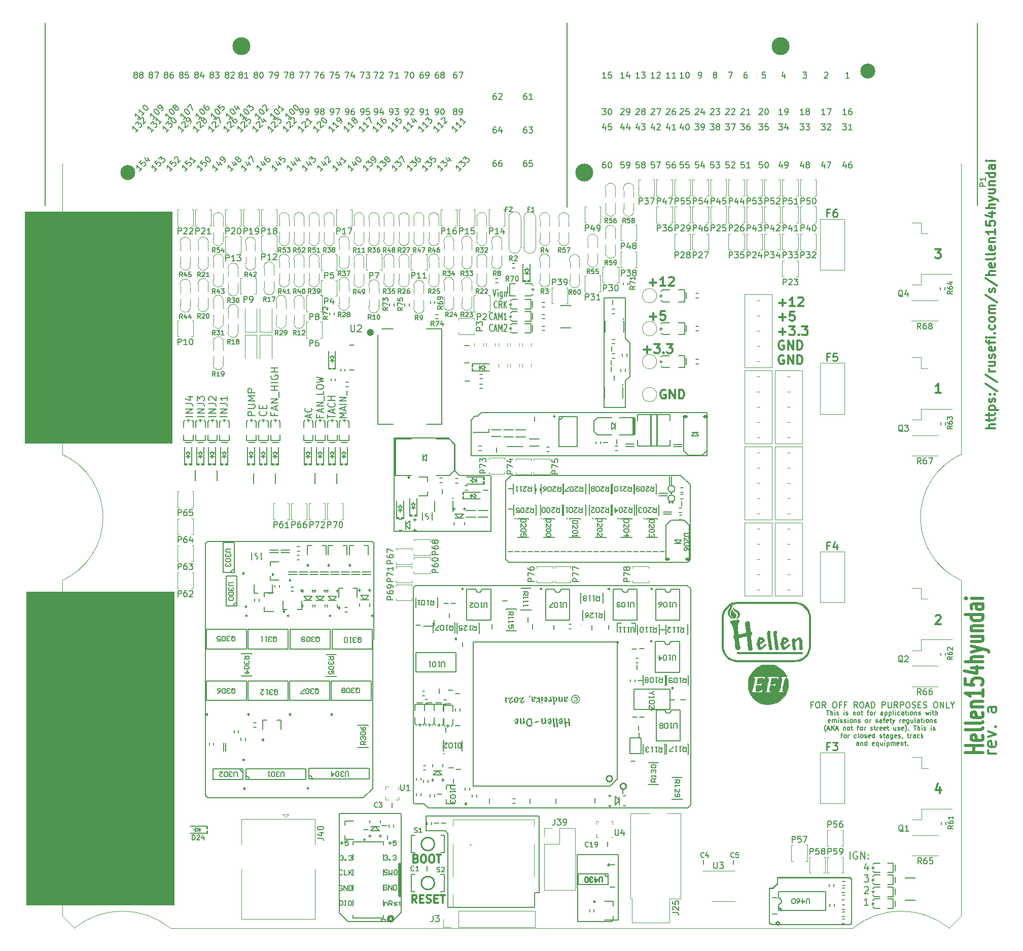
<source format=gto>
G75*
G70*
%OFA0B0*%
%FSLAX25Y25*%
%IPPOS*%
%LPD*%
%AMOC8*
5,1,8,0,0,1.08239X$1,22.5*
%
%ADD10C,0.01969*%
%ADD106C,0.00689*%
%ADD118C,0.09843*%
%ADD135C,0.00650*%
%ADD148C,0.00800*%
%ADD155C,0.00390*%
%ADD171C,0.00472*%
%ADD179C,0.00500*%
%ADD233C,0.00591*%
%ADD243C,0.00984*%
%ADD252C,0.01000*%
%ADD26C,0.01575*%
%ADD266C,0.00709*%
%ADD275C,0.01968*%
%ADD286C,0.00394*%
%ADD38C,0.00512*%
%ADD56C,0.00010*%
%ADD58C,0.02425*%
%ADD62C,0.01181*%
%ADD63C,0.00787*%
%ADD77C,0.11811*%
%ADD94C,0.00669*%
X0000000Y0000000D02*
%LPD*%
G01*
D171*
X0035433Y0019685D02*
X0027559Y0027559D01*
X0027559Y0330709D02*
X0027559Y0522047D01*
X0027559Y0248031D02*
G75*
G03*
X0027559Y0330709I-018744J0041339D01*
G01*
X0618110Y0027559D02*
X0610236Y0019685D01*
X0003937Y0240551D02*
X0100787Y0240551D01*
X0100787Y0240551D02*
X0100787Y0035039D01*
X0100787Y0035039D02*
X0003937Y0035039D01*
X0003937Y0035039D02*
X0003937Y0240551D01*
G36*
X0003937Y0240551D02*
G01*
X0100787Y0240551D01*
X0100787Y0035039D01*
X0003937Y0035039D01*
X0003937Y0240551D01*
G37*
X0098425Y0019685D02*
G75*
G03*
X0035433Y0019685I-031496J-039142D01*
G01*
X0618110Y0248031D02*
X0618110Y0027559D01*
X0027559Y0027559D02*
X0027559Y0248031D01*
X0618110Y0330709D02*
G75*
G03*
X0618110Y0248031I0018744J-041339D01*
G01*
X0547244Y0019685D02*
X0098425Y0019685D01*
X0610236Y0019685D02*
G75*
G03*
X0547244Y0019685I-031496J-039142D01*
G01*
X0618110Y0522047D02*
X0618110Y0330709D01*
X0002756Y0490157D02*
X0099606Y0490157D01*
X0099606Y0490157D02*
X0099606Y0338189D01*
X0099606Y0338189D02*
X0002756Y0338189D01*
X0002756Y0338189D02*
X0002756Y0490157D01*
G36*
X0002756Y0490157D02*
G01*
X0099606Y0490157D01*
X0099606Y0338189D01*
X0002756Y0338189D01*
X0002756Y0490157D01*
G37*
D266*
X0113169Y0355681D02*
X0108444Y0355681D01*
X0113169Y0357930D02*
X0108444Y0357930D01*
X0113169Y0360630D01*
X0108444Y0360630D01*
X0108444Y0364229D02*
X0111819Y0364229D01*
X0112494Y0364005D01*
X0112944Y0363555D01*
X0113169Y0362880D01*
X0113169Y0362430D01*
X0110019Y0368504D02*
X0113169Y0368504D01*
X0108219Y0367379D02*
X0111594Y0366254D01*
X0111594Y0369179D01*
X0120775Y0355681D02*
X0116051Y0355681D01*
X0120775Y0357930D02*
X0116051Y0357930D01*
X0120775Y0360630D01*
X0116051Y0360630D01*
X0116051Y0364229D02*
X0119425Y0364229D01*
X0120100Y0364005D01*
X0120550Y0363555D01*
X0120775Y0362880D01*
X0120775Y0362430D01*
X0116051Y0366029D02*
X0116051Y0368954D01*
X0117850Y0367379D01*
X0117850Y0368054D01*
X0118075Y0368504D01*
X0118300Y0368729D01*
X0118750Y0368954D01*
X0119875Y0368954D01*
X0120325Y0368729D01*
X0120550Y0368504D01*
X0120775Y0368054D01*
X0120775Y0366704D01*
X0120550Y0366254D01*
X0120325Y0366029D01*
X0128381Y0355681D02*
X0123657Y0355681D01*
X0128381Y0357930D02*
X0123657Y0357930D01*
X0128381Y0360630D01*
X0123657Y0360630D01*
X0123657Y0364229D02*
X0127031Y0364229D01*
X0127706Y0364005D01*
X0128156Y0363555D01*
X0128381Y0362880D01*
X0128381Y0362430D01*
X0124107Y0366254D02*
X0123882Y0366479D01*
X0123657Y0366929D01*
X0123657Y0368054D01*
X0123882Y0368504D01*
X0124107Y0368729D01*
X0124557Y0368954D01*
X0125007Y0368954D01*
X0125682Y0368729D01*
X0128381Y0366029D01*
X0128381Y0368954D01*
X0135988Y0355681D02*
X0131263Y0355681D01*
X0135988Y0357930D02*
X0131263Y0357930D01*
X0135988Y0360630D01*
X0131263Y0360630D01*
X0131263Y0364229D02*
X0134638Y0364229D01*
X0135313Y0364005D01*
X0135763Y0363555D01*
X0135988Y0362880D01*
X0135988Y0362430D01*
X0135988Y0368954D02*
X0135988Y0366254D01*
X0135988Y0367604D02*
X0131263Y0367604D01*
X0131938Y0367154D01*
X0132388Y0366704D01*
X0132613Y0366254D01*
D62*
X0260283Y0036267D02*
X0258577Y0038705D01*
X0257358Y0036267D02*
X0257358Y0041385D01*
X0259308Y0041385D01*
X0259796Y0041142D01*
X0260039Y0040898D01*
X0260283Y0040411D01*
X0260283Y0039679D01*
X0260039Y0039192D01*
X0259796Y0038948D01*
X0259308Y0038705D01*
X0257358Y0038705D01*
X0262477Y0038948D02*
X0264183Y0038948D01*
X0264914Y0036267D02*
X0262477Y0036267D01*
X0262477Y0041385D01*
X0264914Y0041385D01*
X0266864Y0036511D02*
X0267595Y0036267D01*
X0268813Y0036267D01*
X0269301Y0036511D01*
X0269544Y0036755D01*
X0269788Y0037242D01*
X0269788Y0037730D01*
X0269544Y0038217D01*
X0269301Y0038461D01*
X0268813Y0038705D01*
X0267838Y0038948D01*
X0267351Y0039192D01*
X0267107Y0039436D01*
X0266864Y0039923D01*
X0266864Y0040411D01*
X0267107Y0040898D01*
X0267351Y0041142D01*
X0267838Y0041385D01*
X0269057Y0041385D01*
X0269788Y0041142D01*
X0271982Y0038948D02*
X0273688Y0038948D01*
X0274419Y0036267D02*
X0271982Y0036267D01*
X0271982Y0041385D01*
X0274419Y0041385D01*
X0275881Y0041385D02*
X0278806Y0041385D01*
X0277343Y0036267D02*
X0277343Y0041385D01*
X0601462Y0224719D02*
X0601744Y0225000D01*
X0602306Y0225281D01*
X0603712Y0225281D01*
X0604274Y0225000D01*
X0604556Y0224719D01*
X0604837Y0224156D01*
X0604837Y0223594D01*
X0604556Y0222750D01*
X0601181Y0219376D01*
X0604837Y0219376D01*
D38*
X0310541Y0439193D02*
X0311591Y0434469D01*
X0312641Y0439193D01*
X0313691Y0434469D02*
X0313691Y0437619D01*
X0313691Y0439193D02*
X0313541Y0438969D01*
X0313691Y0438744D01*
X0313841Y0438969D01*
X0313691Y0439193D01*
X0313691Y0438744D01*
X0316540Y0437619D02*
X0316540Y0433794D01*
X0316390Y0433344D01*
X0316240Y0433119D01*
X0315940Y0432894D01*
X0315490Y0432894D01*
X0315190Y0433119D01*
X0316540Y0434694D02*
X0316240Y0434469D01*
X0315640Y0434469D01*
X0315340Y0434694D01*
X0315190Y0434919D01*
X0315040Y0435369D01*
X0315040Y0436719D01*
X0315190Y0437169D01*
X0315340Y0437394D01*
X0315640Y0437619D01*
X0316240Y0437619D01*
X0316540Y0437394D01*
X0318040Y0437619D02*
X0318040Y0434469D01*
X0318040Y0437169D02*
X0318190Y0437394D01*
X0318490Y0437619D01*
X0318940Y0437619D01*
X0319240Y0437394D01*
X0319390Y0436944D01*
X0319390Y0434469D01*
X0313241Y0427313D02*
X0313091Y0427088D01*
X0312641Y0426863D01*
X0312341Y0426863D01*
X0311891Y0427088D01*
X0311591Y0427538D01*
X0311441Y0427988D01*
X0311291Y0428888D01*
X0311291Y0429562D01*
X0311441Y0430462D01*
X0311591Y0430912D01*
X0311891Y0431362D01*
X0312341Y0431587D01*
X0312641Y0431587D01*
X0313091Y0431362D01*
X0313241Y0431137D01*
X0316390Y0426863D02*
X0315340Y0429112D01*
X0314590Y0426863D02*
X0314590Y0431587D01*
X0315790Y0431587D01*
X0316090Y0431362D01*
X0316240Y0431137D01*
X0316390Y0430687D01*
X0316390Y0430012D01*
X0316240Y0429562D01*
X0316090Y0429337D01*
X0315790Y0429112D01*
X0314590Y0429112D01*
X0317740Y0426863D02*
X0317740Y0431587D01*
X0319540Y0426863D02*
X0318190Y0429562D01*
X0319540Y0431587D02*
X0317740Y0428888D01*
X0310241Y0419706D02*
X0310091Y0419481D01*
X0309641Y0419256D01*
X0309341Y0419256D01*
X0308891Y0419481D01*
X0308591Y0419931D01*
X0308441Y0420381D01*
X0308291Y0421281D01*
X0308291Y0421956D01*
X0308441Y0422856D01*
X0308591Y0423306D01*
X0308891Y0423756D01*
X0309341Y0423981D01*
X0309641Y0423981D01*
X0310091Y0423756D01*
X0310241Y0423531D01*
X0311441Y0420606D02*
X0312941Y0420606D01*
X0311141Y0419256D02*
X0312191Y0423981D01*
X0313241Y0419256D01*
X0314290Y0419256D02*
X0314290Y0423981D01*
X0315340Y0420606D01*
X0316390Y0423981D01*
X0316390Y0419256D01*
X0319540Y0419256D02*
X0317740Y0419256D01*
X0318640Y0419256D02*
X0318640Y0423981D01*
X0318340Y0423306D01*
X0318040Y0422856D01*
X0317740Y0422631D01*
X0310241Y0412100D02*
X0310091Y0411875D01*
X0309641Y0411650D01*
X0309341Y0411650D01*
X0308891Y0411875D01*
X0308591Y0412325D01*
X0308441Y0412775D01*
X0308291Y0413675D01*
X0308291Y0414350D01*
X0308441Y0415250D01*
X0308591Y0415700D01*
X0308891Y0416150D01*
X0309341Y0416375D01*
X0309641Y0416375D01*
X0310091Y0416150D01*
X0310241Y0415925D01*
X0311441Y0413000D02*
X0312941Y0413000D01*
X0311141Y0411650D02*
X0312191Y0416375D01*
X0313241Y0411650D01*
X0314290Y0411650D02*
X0314290Y0416375D01*
X0315340Y0413000D01*
X0316390Y0416375D01*
X0316390Y0411650D01*
X0317740Y0415925D02*
X0317890Y0416150D01*
X0318190Y0416375D01*
X0318940Y0416375D01*
X0319240Y0416150D01*
X0319390Y0415925D01*
X0319540Y0415475D01*
X0319540Y0415025D01*
X0319390Y0414350D01*
X0317590Y0411650D01*
X0319540Y0411650D01*
D62*
X0604837Y0371344D02*
X0601462Y0371344D01*
X0603150Y0371344D02*
X0603150Y0377250D01*
X0602587Y0376406D01*
X0602025Y0375844D01*
X0601462Y0375562D01*
X0413386Y0443673D02*
X0417885Y0443673D01*
X0415636Y0441423D02*
X0415636Y0445922D01*
X0423791Y0441423D02*
X0420416Y0441423D01*
X0422103Y0441423D02*
X0422103Y0447328D01*
X0421541Y0446485D01*
X0420979Y0445922D01*
X0420416Y0445641D01*
X0426040Y0446766D02*
X0426322Y0447047D01*
X0426884Y0447328D01*
X0428290Y0447328D01*
X0428853Y0447047D01*
X0429134Y0446766D01*
X0429415Y0446204D01*
X0429415Y0445641D01*
X0429134Y0444798D01*
X0425759Y0441423D01*
X0429415Y0441423D01*
X0601181Y0465439D02*
X0604837Y0465439D01*
X0602868Y0463189D01*
X0603712Y0463189D01*
X0604274Y0462908D01*
X0604556Y0462627D01*
X0604837Y0462064D01*
X0604837Y0460658D01*
X0604556Y0460096D01*
X0604274Y0459814D01*
X0603712Y0459533D01*
X0602025Y0459533D01*
X0601462Y0459814D01*
X0601181Y0460096D01*
X0640467Y0347947D02*
X0634561Y0347947D01*
X0640467Y0350478D02*
X0637373Y0350478D01*
X0636811Y0350197D01*
X0636530Y0349634D01*
X0636530Y0348791D01*
X0636811Y0348228D01*
X0637092Y0347947D01*
X0636530Y0352447D02*
X0636530Y0354696D01*
X0634561Y0353290D02*
X0639623Y0353290D01*
X0640186Y0353571D01*
X0640467Y0354134D01*
X0640467Y0354696D01*
X0636530Y0355821D02*
X0636530Y0358071D01*
X0634561Y0356665D02*
X0639623Y0356665D01*
X0640186Y0356946D01*
X0640467Y0357508D01*
X0640467Y0358071D01*
X0636530Y0360039D02*
X0642435Y0360039D01*
X0636811Y0360039D02*
X0636530Y0360602D01*
X0636530Y0361727D01*
X0636811Y0362289D01*
X0637092Y0362570D01*
X0637655Y0362852D01*
X0639342Y0362852D01*
X0639904Y0362570D01*
X0640186Y0362289D01*
X0640467Y0361727D01*
X0640467Y0360602D01*
X0640186Y0360039D01*
X0640186Y0365101D02*
X0640467Y0365664D01*
X0640467Y0366789D01*
X0640186Y0367351D01*
X0639623Y0367632D01*
X0639342Y0367632D01*
X0638780Y0367351D01*
X0638498Y0366789D01*
X0638498Y0365945D01*
X0638217Y0365382D01*
X0637655Y0365101D01*
X0637373Y0365101D01*
X0636811Y0365382D01*
X0636530Y0365945D01*
X0636530Y0366789D01*
X0636811Y0367351D01*
X0639904Y0370163D02*
X0640186Y0370444D01*
X0640467Y0370163D01*
X0640186Y0369882D01*
X0639904Y0370163D01*
X0640467Y0370163D01*
X0636811Y0370163D02*
X0637092Y0370444D01*
X0637373Y0370163D01*
X0637092Y0369882D01*
X0636811Y0370163D01*
X0637373Y0370163D01*
X0634280Y0377193D02*
X0641873Y0372132D01*
X0634280Y0383380D02*
X0641873Y0378318D01*
X0640467Y0385349D02*
X0636530Y0385349D01*
X0637655Y0385349D02*
X0637092Y0385630D01*
X0636811Y0385911D01*
X0636530Y0386474D01*
X0636530Y0387036D01*
X0636530Y0391535D02*
X0640467Y0391535D01*
X0636530Y0389005D02*
X0639623Y0389005D01*
X0640186Y0389286D01*
X0640467Y0389848D01*
X0640467Y0390692D01*
X0640186Y0391254D01*
X0639904Y0391535D01*
X0640186Y0394066D02*
X0640467Y0394629D01*
X0640467Y0395754D01*
X0640186Y0396316D01*
X0639623Y0396597D01*
X0639342Y0396597D01*
X0638780Y0396316D01*
X0638498Y0395754D01*
X0638498Y0394910D01*
X0638217Y0394348D01*
X0637655Y0394066D01*
X0637373Y0394066D01*
X0636811Y0394348D01*
X0636530Y0394910D01*
X0636530Y0395754D01*
X0636811Y0396316D01*
X0640186Y0401378D02*
X0640467Y0400816D01*
X0640467Y0399691D01*
X0640186Y0399128D01*
X0639623Y0398847D01*
X0637373Y0398847D01*
X0636811Y0399128D01*
X0636530Y0399691D01*
X0636530Y0400816D01*
X0636811Y0401378D01*
X0637373Y0401659D01*
X0637936Y0401659D01*
X0638498Y0398847D01*
X0636530Y0403346D02*
X0636530Y0405596D01*
X0640467Y0404190D02*
X0635405Y0404190D01*
X0634843Y0404471D01*
X0634561Y0405034D01*
X0634561Y0405596D01*
X0640467Y0407565D02*
X0636530Y0407565D01*
X0634561Y0407565D02*
X0634843Y0407283D01*
X0635124Y0407565D01*
X0634843Y0407846D01*
X0634561Y0407565D01*
X0635124Y0407565D01*
X0639904Y0410377D02*
X0640186Y0410658D01*
X0640467Y0410377D01*
X0640186Y0410096D01*
X0639904Y0410377D01*
X0640467Y0410377D01*
X0640186Y0415720D02*
X0640467Y0415157D01*
X0640467Y0414033D01*
X0640186Y0413470D01*
X0639904Y0413189D01*
X0639342Y0412908D01*
X0637655Y0412908D01*
X0637092Y0413189D01*
X0636811Y0413470D01*
X0636530Y0414033D01*
X0636530Y0415157D01*
X0636811Y0415720D01*
X0640467Y0419094D02*
X0640186Y0418532D01*
X0639904Y0418251D01*
X0639342Y0417970D01*
X0637655Y0417970D01*
X0637092Y0418251D01*
X0636811Y0418532D01*
X0636530Y0419094D01*
X0636530Y0419938D01*
X0636811Y0420501D01*
X0637092Y0420782D01*
X0637655Y0421063D01*
X0639342Y0421063D01*
X0639904Y0420782D01*
X0640186Y0420501D01*
X0640467Y0419938D01*
X0640467Y0419094D01*
X0640467Y0423594D02*
X0636530Y0423594D01*
X0637092Y0423594D02*
X0636811Y0423875D01*
X0636530Y0424438D01*
X0636530Y0425281D01*
X0636811Y0425844D01*
X0637373Y0426125D01*
X0640467Y0426125D01*
X0637373Y0426125D02*
X0636811Y0426406D01*
X0636530Y0426969D01*
X0636530Y0427812D01*
X0636811Y0428375D01*
X0637373Y0428656D01*
X0640467Y0428656D01*
X0634280Y0435686D02*
X0641873Y0430624D01*
X0640186Y0437373D02*
X0640467Y0437936D01*
X0640467Y0439061D01*
X0640186Y0439623D01*
X0639623Y0439904D01*
X0639342Y0439904D01*
X0638780Y0439623D01*
X0638498Y0439061D01*
X0638498Y0438217D01*
X0638217Y0437655D01*
X0637655Y0437373D01*
X0637373Y0437373D01*
X0636811Y0437655D01*
X0636530Y0438217D01*
X0636530Y0439061D01*
X0636811Y0439623D01*
X0634280Y0446654D02*
X0641873Y0441592D01*
X0640467Y0448622D02*
X0634561Y0448622D01*
X0640467Y0451153D02*
X0637373Y0451153D01*
X0636811Y0450872D01*
X0636530Y0450309D01*
X0636530Y0449466D01*
X0636811Y0448903D01*
X0637092Y0448622D01*
X0640186Y0456215D02*
X0640467Y0455652D01*
X0640467Y0454528D01*
X0640186Y0453965D01*
X0639623Y0453684D01*
X0637373Y0453684D01*
X0636811Y0453965D01*
X0636530Y0454528D01*
X0636530Y0455652D01*
X0636811Y0456215D01*
X0637373Y0456496D01*
X0637936Y0456496D01*
X0638498Y0453684D01*
X0640467Y0459871D02*
X0640186Y0459308D01*
X0639623Y0459027D01*
X0634561Y0459027D01*
X0640467Y0462964D02*
X0640186Y0462402D01*
X0639623Y0462120D01*
X0634561Y0462120D01*
X0640186Y0467463D02*
X0640467Y0466901D01*
X0640467Y0465776D01*
X0640186Y0465214D01*
X0639623Y0464933D01*
X0637373Y0464933D01*
X0636811Y0465214D01*
X0636530Y0465776D01*
X0636530Y0466901D01*
X0636811Y0467463D01*
X0637373Y0467745D01*
X0637936Y0467745D01*
X0638498Y0464933D01*
X0636530Y0470276D02*
X0640467Y0470276D01*
X0637092Y0470276D02*
X0636811Y0470557D01*
X0636530Y0471119D01*
X0636530Y0471963D01*
X0636811Y0472525D01*
X0637373Y0472807D01*
X0640467Y0472807D01*
X0640467Y0478712D02*
X0640467Y0475337D01*
X0640467Y0477025D02*
X0634561Y0477025D01*
X0635405Y0476462D01*
X0635967Y0475900D01*
X0636249Y0475337D01*
X0634561Y0484055D02*
X0634561Y0481243D01*
X0637373Y0480962D01*
X0637092Y0481243D01*
X0636811Y0481805D01*
X0636811Y0483211D01*
X0637092Y0483774D01*
X0637373Y0484055D01*
X0637936Y0484336D01*
X0639342Y0484336D01*
X0639904Y0484055D01*
X0640186Y0483774D01*
X0640467Y0483211D01*
X0640467Y0481805D01*
X0640186Y0481243D01*
X0639904Y0480962D01*
X0636530Y0489398D02*
X0640467Y0489398D01*
X0634280Y0487992D02*
X0638498Y0486586D01*
X0638498Y0490242D01*
X0640467Y0492492D02*
X0634561Y0492492D01*
X0640467Y0495023D02*
X0637373Y0495023D01*
X0636811Y0494741D01*
X0636530Y0494179D01*
X0636530Y0493335D01*
X0636811Y0492773D01*
X0637092Y0492492D01*
X0636530Y0497272D02*
X0640467Y0498678D01*
X0636530Y0500084D02*
X0640467Y0498678D01*
X0641873Y0498116D01*
X0642154Y0497835D01*
X0642435Y0497272D01*
X0636530Y0504865D02*
X0640467Y0504865D01*
X0636530Y0502334D02*
X0639623Y0502334D01*
X0640186Y0502615D01*
X0640467Y0503178D01*
X0640467Y0504021D01*
X0640186Y0504584D01*
X0639904Y0504865D01*
X0636530Y0507677D02*
X0640467Y0507677D01*
X0637092Y0507677D02*
X0636811Y0507958D01*
X0636530Y0508521D01*
X0636530Y0509364D01*
X0636811Y0509927D01*
X0637373Y0510208D01*
X0640467Y0510208D01*
X0640467Y0515551D02*
X0634561Y0515551D01*
X0640186Y0515551D02*
X0640467Y0514989D01*
X0640467Y0513864D01*
X0640186Y0513301D01*
X0639904Y0513020D01*
X0639342Y0512739D01*
X0637655Y0512739D01*
X0637092Y0513020D01*
X0636811Y0513301D01*
X0636530Y0513864D01*
X0636530Y0514989D01*
X0636811Y0515551D01*
X0640467Y0520894D02*
X0637373Y0520894D01*
X0636811Y0520613D01*
X0636530Y0520051D01*
X0636530Y0518926D01*
X0636811Y0518363D01*
X0640186Y0520894D02*
X0640467Y0520332D01*
X0640467Y0518926D01*
X0640186Y0518363D01*
X0639623Y0518082D01*
X0639061Y0518082D01*
X0638498Y0518363D01*
X0638217Y0518926D01*
X0638217Y0520332D01*
X0637936Y0520894D01*
X0640467Y0523706D02*
X0636530Y0523706D01*
X0634561Y0523706D02*
X0634843Y0523425D01*
X0635124Y0523706D01*
X0634843Y0523988D01*
X0634561Y0523706D01*
X0635124Y0523706D01*
X0423847Y0373031D02*
X0423285Y0373313D01*
X0422441Y0373313D01*
X0421597Y0373031D01*
X0421035Y0372469D01*
X0420754Y0371907D01*
X0420472Y0370782D01*
X0420472Y0369938D01*
X0420754Y0368813D01*
X0421035Y0368251D01*
X0421597Y0367688D01*
X0422441Y0367407D01*
X0423003Y0367407D01*
X0423847Y0367688D01*
X0424128Y0367970D01*
X0424128Y0369938D01*
X0423003Y0369938D01*
X0426659Y0367407D02*
X0426659Y0373313D01*
X0430034Y0367407D01*
X0430034Y0373313D01*
X0432846Y0367407D02*
X0432846Y0373313D01*
X0434252Y0373313D01*
X0435096Y0373031D01*
X0435658Y0372469D01*
X0435939Y0371907D01*
X0436220Y0370782D01*
X0436220Y0369938D01*
X0435939Y0368813D01*
X0435658Y0368251D01*
X0435096Y0367688D01*
X0434252Y0367407D01*
X0432846Y0367407D01*
X0259983Y0065326D02*
X0260714Y0065082D01*
X0260958Y0064839D01*
X0261202Y0064351D01*
X0261202Y0063620D01*
X0260958Y0063133D01*
X0260714Y0062889D01*
X0260227Y0062645D01*
X0258277Y0062645D01*
X0258277Y0067763D01*
X0259983Y0067763D01*
X0260471Y0067520D01*
X0260714Y0067276D01*
X0260958Y0066789D01*
X0260958Y0066301D01*
X0260714Y0065814D01*
X0260471Y0065570D01*
X0259983Y0065326D01*
X0258277Y0065326D01*
X0264370Y0067763D02*
X0265345Y0067763D01*
X0265832Y0067520D01*
X0266320Y0067032D01*
X0266564Y0066057D01*
X0266564Y0064351D01*
X0266320Y0063376D01*
X0265832Y0062889D01*
X0265345Y0062645D01*
X0264370Y0062645D01*
X0263883Y0062889D01*
X0263395Y0063376D01*
X0263151Y0064351D01*
X0263151Y0066057D01*
X0263395Y0067032D01*
X0263883Y0067520D01*
X0264370Y0067763D01*
X0269732Y0067763D02*
X0270707Y0067763D01*
X0271194Y0067520D01*
X0271682Y0067032D01*
X0271925Y0066057D01*
X0271925Y0064351D01*
X0271682Y0063376D01*
X0271194Y0062889D01*
X0270707Y0062645D01*
X0269732Y0062645D01*
X0269244Y0062889D01*
X0268757Y0063376D01*
X0268513Y0064351D01*
X0268513Y0066057D01*
X0268757Y0067032D01*
X0269244Y0067520D01*
X0269732Y0067763D01*
X0273388Y0067763D02*
X0276312Y0067763D01*
X0274850Y0062645D02*
X0274850Y0067763D01*
X0409618Y0399578D02*
X0414117Y0399578D01*
X0411867Y0397328D02*
X0411867Y0401828D01*
X0416367Y0403234D02*
X0420022Y0403234D01*
X0418054Y0400984D01*
X0418898Y0400984D01*
X0419460Y0400703D01*
X0419741Y0400422D01*
X0420022Y0399859D01*
X0420022Y0398453D01*
X0419741Y0397891D01*
X0419460Y0397610D01*
X0418898Y0397328D01*
X0417210Y0397328D01*
X0416648Y0397610D01*
X0416367Y0397891D01*
X0422553Y0397891D02*
X0422835Y0397610D01*
X0422553Y0397328D01*
X0422272Y0397610D01*
X0422553Y0397891D01*
X0422553Y0397328D01*
X0424803Y0403234D02*
X0428459Y0403234D01*
X0426490Y0400984D01*
X0427334Y0400984D01*
X0427897Y0400703D01*
X0428178Y0400422D01*
X0428459Y0399859D01*
X0428459Y0398453D01*
X0428178Y0397891D01*
X0427897Y0397610D01*
X0427334Y0397328D01*
X0425647Y0397328D01*
X0425084Y0397610D01*
X0424803Y0397891D01*
X0604274Y0112289D02*
X0604274Y0108352D01*
X0602868Y0114539D02*
X0601462Y0110321D01*
X0605118Y0110321D01*
D266*
X0190165Y0354829D02*
X0190165Y0356891D01*
X0191515Y0354416D02*
X0186791Y0355860D01*
X0191515Y0357304D01*
X0191065Y0361222D02*
X0191290Y0361016D01*
X0191515Y0360397D01*
X0191515Y0359984D01*
X0191290Y0359366D01*
X0190840Y0358953D01*
X0190390Y0358747D01*
X0189490Y0358541D01*
X0188816Y0358541D01*
X0187916Y0358747D01*
X0187466Y0358953D01*
X0187016Y0359366D01*
X0186791Y0359984D01*
X0186791Y0360397D01*
X0187016Y0361016D01*
X0187241Y0361222D01*
X0196647Y0356479D02*
X0196647Y0355035D01*
X0199121Y0355035D02*
X0194397Y0355035D01*
X0194397Y0357097D01*
X0197772Y0358541D02*
X0197772Y0360603D01*
X0199121Y0358128D02*
X0194397Y0359572D01*
X0199121Y0361016D01*
X0199121Y0362459D02*
X0194397Y0362459D01*
X0199121Y0364934D01*
X0194397Y0364934D01*
X0199571Y0365965D02*
X0199571Y0369265D01*
X0199121Y0372358D02*
X0199121Y0370296D01*
X0194397Y0370296D01*
X0194397Y0374626D02*
X0194397Y0375451D01*
X0194622Y0375864D01*
X0195072Y0376276D01*
X0195972Y0376482D01*
X0197547Y0376482D01*
X0198447Y0376276D01*
X0198897Y0375864D01*
X0199121Y0375451D01*
X0199121Y0374626D01*
X0198897Y0374214D01*
X0198447Y0373801D01*
X0197547Y0373595D01*
X0195972Y0373595D01*
X0195072Y0373801D01*
X0194622Y0374214D01*
X0194397Y0374626D01*
X0194397Y0377926D02*
X0199121Y0378957D01*
X0195747Y0379782D01*
X0199121Y0380607D01*
X0194397Y0381638D01*
X0202003Y0354416D02*
X0202003Y0356891D01*
X0206728Y0355654D02*
X0202003Y0355654D01*
X0205378Y0358128D02*
X0205378Y0360191D01*
X0206728Y0357716D02*
X0202003Y0359160D01*
X0206728Y0360603D01*
X0206278Y0364521D02*
X0206503Y0364315D01*
X0206728Y0363696D01*
X0206728Y0363284D01*
X0206503Y0362665D01*
X0206053Y0362253D01*
X0205603Y0362047D01*
X0204703Y0361840D01*
X0204028Y0361840D01*
X0203128Y0362047D01*
X0202678Y0362253D01*
X0202228Y0362665D01*
X0202003Y0363284D01*
X0202003Y0363696D01*
X0202228Y0364315D01*
X0202453Y0364521D01*
X0206728Y0366377D02*
X0202003Y0366377D01*
X0204253Y0366377D02*
X0204253Y0368852D01*
X0206728Y0368852D02*
X0202003Y0368852D01*
X0214334Y0355035D02*
X0209610Y0355035D01*
X0212984Y0356479D01*
X0209610Y0357922D01*
X0214334Y0357922D01*
X0212984Y0359778D02*
X0212984Y0361840D01*
X0214334Y0359366D02*
X0209610Y0360809D01*
X0214334Y0362253D01*
X0214334Y0363696D02*
X0209610Y0363696D01*
X0214334Y0365759D02*
X0209610Y0365759D01*
X0214334Y0368233D01*
X0209610Y0368233D01*
D10*
X0632587Y0135044D02*
X0620776Y0135044D01*
X0626400Y0135044D02*
X0626400Y0139543D01*
X0632587Y0139543D02*
X0620776Y0139543D01*
X0632025Y0146293D02*
X0632587Y0145543D01*
X0632587Y0144043D01*
X0632025Y0143293D01*
X0630900Y0142918D01*
X0626400Y0142918D01*
X0625276Y0143293D01*
X0624713Y0144043D01*
X0624713Y0145543D01*
X0625276Y0146293D01*
X0626400Y0146668D01*
X0627525Y0146668D01*
X0628650Y0142918D01*
X0632587Y0151167D02*
X0632025Y0150417D01*
X0630900Y0150042D01*
X0620776Y0150042D01*
X0632587Y0155292D02*
X0632025Y0154542D01*
X0630900Y0154167D01*
X0620776Y0154167D01*
X0632025Y0161291D02*
X0632587Y0160541D01*
X0632587Y0159041D01*
X0632025Y0158291D01*
X0630900Y0157916D01*
X0626400Y0157916D01*
X0625276Y0158291D01*
X0624713Y0159041D01*
X0624713Y0160541D01*
X0625276Y0161291D01*
X0626400Y0161666D01*
X0627525Y0161666D01*
X0628650Y0157916D01*
X0624713Y0165040D02*
X0632587Y0165040D01*
X0625838Y0165040D02*
X0625276Y0165415D01*
X0624713Y0166165D01*
X0624713Y0167290D01*
X0625276Y0168040D01*
X0626400Y0168415D01*
X0632587Y0168415D01*
X0632587Y0176289D02*
X0632587Y0171789D01*
X0632587Y0174039D02*
X0620776Y0174039D01*
X0622463Y0173289D01*
X0623588Y0172539D01*
X0624151Y0171789D01*
X0620776Y0183413D02*
X0620776Y0179663D01*
X0626400Y0179289D01*
X0625838Y0179663D01*
X0625276Y0180413D01*
X0625276Y0182288D01*
X0625838Y0183038D01*
X0626400Y0183413D01*
X0627525Y0183788D01*
X0630337Y0183788D01*
X0631462Y0183413D01*
X0632025Y0183038D01*
X0632587Y0182288D01*
X0632587Y0180413D01*
X0632025Y0179663D01*
X0631462Y0179289D01*
X0624713Y0190537D02*
X0632587Y0190537D01*
X0620214Y0188662D02*
X0628650Y0186788D01*
X0628650Y0191662D01*
X0632587Y0194662D02*
X0620776Y0194662D01*
X0632587Y0198036D02*
X0626400Y0198036D01*
X0625276Y0197661D01*
X0624713Y0196911D01*
X0624713Y0195786D01*
X0625276Y0195037D01*
X0625838Y0194662D01*
X0624713Y0201036D02*
X0632587Y0202911D01*
X0624713Y0204785D02*
X0632587Y0202911D01*
X0635399Y0202161D01*
X0635962Y0201786D01*
X0636524Y0201036D01*
X0624713Y0211160D02*
X0632587Y0211160D01*
X0624713Y0207785D02*
X0630900Y0207785D01*
X0632025Y0208160D01*
X0632587Y0208910D01*
X0632587Y0210035D01*
X0632025Y0210785D01*
X0631462Y0211160D01*
X0624713Y0214909D02*
X0632587Y0214909D01*
X0625838Y0214909D02*
X0625276Y0215284D01*
X0624713Y0216034D01*
X0624713Y0217159D01*
X0625276Y0217909D01*
X0626400Y0218284D01*
X0632587Y0218284D01*
X0632587Y0225408D02*
X0620776Y0225408D01*
X0632025Y0225408D02*
X0632587Y0224658D01*
X0632587Y0223158D01*
X0632025Y0222408D01*
X0631462Y0222033D01*
X0630337Y0221658D01*
X0626963Y0221658D01*
X0625838Y0222033D01*
X0625276Y0222408D01*
X0624713Y0223158D01*
X0624713Y0224658D01*
X0625276Y0225408D01*
X0632587Y0232532D02*
X0626400Y0232532D01*
X0625276Y0232157D01*
X0624713Y0231407D01*
X0624713Y0229907D01*
X0625276Y0229157D01*
X0632025Y0232532D02*
X0632587Y0231782D01*
X0632587Y0229907D01*
X0632025Y0229157D01*
X0630900Y0228782D01*
X0629775Y0228782D01*
X0628650Y0229157D01*
X0628088Y0229907D01*
X0628088Y0231782D01*
X0627525Y0232532D01*
X0632587Y0236281D02*
X0624713Y0236281D01*
X0620776Y0236281D02*
X0621339Y0235906D01*
X0621901Y0236281D01*
X0621339Y0236656D01*
X0620776Y0236281D01*
X0621901Y0236281D01*
D62*
X0498473Y0430366D02*
X0502972Y0430366D01*
X0500723Y0428116D02*
X0500723Y0432615D01*
X0508878Y0428116D02*
X0505503Y0428116D01*
X0507191Y0428116D02*
X0507191Y0434021D01*
X0506628Y0433178D01*
X0506066Y0432615D01*
X0505503Y0432334D01*
X0511128Y0433459D02*
X0511409Y0433740D01*
X0511971Y0434021D01*
X0513377Y0434021D01*
X0513940Y0433740D01*
X0514221Y0433459D01*
X0514502Y0432897D01*
X0514502Y0432334D01*
X0514221Y0431490D01*
X0510846Y0428116D01*
X0514502Y0428116D01*
X0498473Y0420858D02*
X0502972Y0420858D01*
X0500723Y0418608D02*
X0500723Y0423107D01*
X0508597Y0424514D02*
X0505785Y0424514D01*
X0505503Y0421701D01*
X0505785Y0421983D01*
X0506347Y0422264D01*
X0507753Y0422264D01*
X0508316Y0421983D01*
X0508597Y0421701D01*
X0508878Y0421139D01*
X0508878Y0419733D01*
X0508597Y0419170D01*
X0508316Y0418889D01*
X0507753Y0418608D01*
X0506347Y0418608D01*
X0505785Y0418889D01*
X0505503Y0419170D01*
X0498473Y0411350D02*
X0502972Y0411350D01*
X0500723Y0409100D02*
X0500723Y0413600D01*
X0505222Y0415006D02*
X0508878Y0415006D01*
X0506909Y0412756D01*
X0507753Y0412756D01*
X0508316Y0412475D01*
X0508597Y0412193D01*
X0508878Y0411631D01*
X0508878Y0410225D01*
X0508597Y0409663D01*
X0508316Y0409381D01*
X0507753Y0409100D01*
X0506066Y0409100D01*
X0505503Y0409381D01*
X0505222Y0409663D01*
X0511409Y0409663D02*
X0511690Y0409381D01*
X0511409Y0409100D01*
X0511128Y0409381D01*
X0511409Y0409663D01*
X0511409Y0409100D01*
X0513659Y0415006D02*
X0517314Y0415006D01*
X0515346Y0412756D01*
X0516190Y0412756D01*
X0516752Y0412475D01*
X0517033Y0412193D01*
X0517314Y0411631D01*
X0517314Y0410225D01*
X0517033Y0409663D01*
X0516752Y0409381D01*
X0516190Y0409100D01*
X0514502Y0409100D01*
X0513940Y0409381D01*
X0513659Y0409663D01*
X0501566Y0405217D02*
X0501004Y0405498D01*
X0500160Y0405498D01*
X0499317Y0405217D01*
X0498754Y0404654D01*
X0498473Y0404092D01*
X0498192Y0402967D01*
X0498192Y0402123D01*
X0498473Y0400998D01*
X0498754Y0400436D01*
X0499317Y0399873D01*
X0500160Y0399592D01*
X0500723Y0399592D01*
X0501566Y0399873D01*
X0501848Y0400155D01*
X0501848Y0402123D01*
X0500723Y0402123D01*
X0504379Y0399592D02*
X0504379Y0405498D01*
X0507753Y0399592D01*
X0507753Y0405498D01*
X0510565Y0399592D02*
X0510565Y0405498D01*
X0511971Y0405498D01*
X0512815Y0405217D01*
X0513377Y0404654D01*
X0513659Y0404092D01*
X0513940Y0402967D01*
X0513940Y0402123D01*
X0513659Y0400998D01*
X0513377Y0400436D01*
X0512815Y0399873D01*
X0511971Y0399592D01*
X0510565Y0399592D01*
X0501566Y0395709D02*
X0501004Y0395990D01*
X0500160Y0395990D01*
X0499317Y0395709D01*
X0498754Y0395146D01*
X0498473Y0394584D01*
X0498192Y0393459D01*
X0498192Y0392615D01*
X0498473Y0391490D01*
X0498754Y0390928D01*
X0499317Y0390366D01*
X0500160Y0390084D01*
X0500723Y0390084D01*
X0501566Y0390366D01*
X0501848Y0390647D01*
X0501848Y0392615D01*
X0500723Y0392615D01*
X0504379Y0390084D02*
X0504379Y0395990D01*
X0507753Y0390084D01*
X0507753Y0395990D01*
X0510565Y0390084D02*
X0510565Y0395990D01*
X0511971Y0395990D01*
X0512815Y0395709D01*
X0513377Y0395146D01*
X0513659Y0394584D01*
X0513940Y0393459D01*
X0513940Y0392615D01*
X0513659Y0391490D01*
X0513377Y0390928D01*
X0512815Y0390366D01*
X0511971Y0390084D01*
X0510565Y0390084D01*
X0641141Y0134237D02*
X0635891Y0134237D01*
X0637391Y0134237D02*
X0636641Y0134612D01*
X0636266Y0134987D01*
X0635891Y0135737D01*
X0635891Y0136487D01*
X0640766Y0142111D02*
X0641141Y0141361D01*
X0641141Y0139861D01*
X0640766Y0139111D01*
X0640016Y0138736D01*
X0637016Y0138736D01*
X0636266Y0139111D01*
X0635891Y0139861D01*
X0635891Y0141361D01*
X0636266Y0142111D01*
X0637016Y0142486D01*
X0637766Y0142486D01*
X0638516Y0138736D01*
X0635891Y0145111D02*
X0641141Y0146985D01*
X0635891Y0148860D01*
X0640391Y0151860D02*
X0640766Y0152235D01*
X0641141Y0151860D01*
X0640766Y0151485D01*
X0640391Y0151860D01*
X0641141Y0151860D01*
X0641141Y0164983D02*
X0637016Y0164983D01*
X0636266Y0164608D01*
X0635891Y0163858D01*
X0635891Y0162358D01*
X0636266Y0161609D01*
X0640766Y0164983D02*
X0641141Y0164233D01*
X0641141Y0162358D01*
X0640766Y0161609D01*
X0640016Y0161234D01*
X0639266Y0161234D01*
X0638516Y0161609D01*
X0638141Y0162358D01*
X0638141Y0164233D01*
X0637766Y0164983D01*
X0413442Y0421232D02*
X0417942Y0421232D01*
X0415692Y0418982D02*
X0415692Y0423481D01*
X0423566Y0424888D02*
X0420754Y0424888D01*
X0420472Y0422075D01*
X0420754Y0422357D01*
X0421316Y0422638D01*
X0422722Y0422638D01*
X0423285Y0422357D01*
X0423566Y0422075D01*
X0423847Y0421513D01*
X0423847Y0420107D01*
X0423566Y0419544D01*
X0423285Y0419263D01*
X0422722Y0418982D01*
X0421316Y0418982D01*
X0420754Y0419263D01*
X0420472Y0419544D01*
D266*
X0154078Y0356310D02*
X0149354Y0356310D01*
X0149354Y0358110D01*
X0149579Y0358560D01*
X0149804Y0358785D01*
X0150254Y0359010D01*
X0150929Y0359010D01*
X0151379Y0358785D01*
X0151604Y0358560D01*
X0151828Y0358110D01*
X0151828Y0356310D01*
X0149354Y0361034D02*
X0153178Y0361034D01*
X0153628Y0361259D01*
X0153853Y0361484D01*
X0154078Y0361934D01*
X0154078Y0362834D01*
X0153853Y0363284D01*
X0153628Y0363509D01*
X0153178Y0363734D01*
X0149354Y0363734D01*
X0154078Y0365984D02*
X0149354Y0365984D01*
X0152728Y0367558D01*
X0149354Y0369133D01*
X0154078Y0369133D01*
X0154078Y0371383D02*
X0149354Y0371383D01*
X0149354Y0373183D01*
X0149579Y0373633D01*
X0149804Y0373858D01*
X0150254Y0374083D01*
X0150929Y0374083D01*
X0151379Y0373858D01*
X0151604Y0373633D01*
X0151828Y0373183D01*
X0151828Y0371383D01*
X0161235Y0359010D02*
X0161460Y0358785D01*
X0161685Y0358110D01*
X0161685Y0357660D01*
X0161460Y0356985D01*
X0161010Y0356535D01*
X0160560Y0356310D01*
X0159660Y0356085D01*
X0158985Y0356085D01*
X0158085Y0356310D01*
X0157635Y0356535D01*
X0157185Y0356985D01*
X0156960Y0357660D01*
X0156960Y0358110D01*
X0157185Y0358785D01*
X0157410Y0359010D01*
X0159210Y0361034D02*
X0159210Y0362609D01*
X0161685Y0363284D02*
X0161685Y0361034D01*
X0156960Y0361034D01*
X0156960Y0363284D01*
X0166816Y0357885D02*
X0166816Y0356310D01*
X0169291Y0356310D02*
X0164566Y0356310D01*
X0164566Y0358560D01*
X0167941Y0360134D02*
X0167941Y0362384D01*
X0169291Y0359684D02*
X0164566Y0361259D01*
X0169291Y0362834D01*
X0169291Y0364409D02*
X0164566Y0364409D01*
X0169291Y0367109D01*
X0164566Y0367109D01*
X0169741Y0368233D02*
X0169741Y0371833D01*
X0169291Y0372958D02*
X0164566Y0372958D01*
X0166816Y0372958D02*
X0166816Y0375657D01*
X0169291Y0375657D02*
X0164566Y0375657D01*
X0169291Y0377907D02*
X0164566Y0377907D01*
X0164791Y0382632D02*
X0164566Y0382182D01*
X0164566Y0381507D01*
X0164791Y0380832D01*
X0165241Y0380382D01*
X0165691Y0380157D01*
X0166591Y0379932D01*
X0167266Y0379932D01*
X0168166Y0380157D01*
X0168616Y0380382D01*
X0169066Y0380832D01*
X0169291Y0381507D01*
X0169291Y0381957D01*
X0169066Y0382632D01*
X0168841Y0382857D01*
X0167266Y0382857D01*
X0167266Y0381957D01*
X0169291Y0384881D02*
X0164566Y0384881D01*
X0166816Y0384881D02*
X0166816Y0387581D01*
X0169291Y0387581D02*
X0164566Y0387581D01*
X0545152Y0065044D02*
X0545152Y0069768D01*
X0549877Y0069543D02*
X0549427Y0069768D01*
X0548752Y0069768D01*
X0548077Y0069543D01*
X0547627Y0069093D01*
X0547402Y0068643D01*
X0547177Y0067744D01*
X0547177Y0067069D01*
X0547402Y0066169D01*
X0547627Y0065719D01*
X0548077Y0065269D01*
X0548752Y0065044D01*
X0549202Y0065044D01*
X0549877Y0065269D01*
X0550102Y0065494D01*
X0550102Y0067069D01*
X0549202Y0067069D01*
X0552127Y0065044D02*
X0552127Y0069768D01*
X0554826Y0065044D01*
X0554826Y0069768D01*
X0557076Y0065494D02*
X0557301Y0065269D01*
X0557076Y0065044D01*
X0556851Y0065269D01*
X0557076Y0065494D01*
X0557076Y0065044D01*
X0557076Y0067969D02*
X0557301Y0067744D01*
X0557076Y0067519D01*
X0556851Y0067744D01*
X0557076Y0067969D01*
X0557076Y0067519D01*
X0556851Y0060587D02*
X0556851Y0057438D01*
X0555726Y0062387D02*
X0554601Y0059012D01*
X0557526Y0059012D01*
X0554376Y0054556D02*
X0557301Y0054556D01*
X0555726Y0052756D01*
X0556401Y0052756D01*
X0556851Y0052531D01*
X0557076Y0052306D01*
X0557301Y0051856D01*
X0557301Y0050731D01*
X0557076Y0050281D01*
X0556851Y0050056D01*
X0556401Y0049831D01*
X0555051Y0049831D01*
X0554601Y0050056D01*
X0554376Y0050281D01*
X0554601Y0046499D02*
X0554826Y0046724D01*
X0555276Y0046949D01*
X0556401Y0046949D01*
X0556851Y0046724D01*
X0557076Y0046499D01*
X0557301Y0046049D01*
X0557301Y0045600D01*
X0557076Y0044925D01*
X0554376Y0042225D01*
X0557301Y0042225D01*
X0557301Y0034619D02*
X0554601Y0034619D01*
X0555951Y0034619D02*
X0555951Y0039343D01*
X0555501Y0038668D01*
X0555051Y0038218D01*
X0554601Y0037993D01*
D94*
X0320991Y0444698D02*
X0319915Y0446235D01*
X0319146Y0444698D02*
X0319146Y0447926D01*
X0320376Y0447926D01*
X0320684Y0447772D01*
X0320837Y0447618D01*
X0320991Y0447311D01*
X0320991Y0446850D01*
X0320837Y0446542D01*
X0320684Y0446389D01*
X0320376Y0446235D01*
X0319146Y0446235D01*
X0322067Y0447926D02*
X0324220Y0447926D01*
X0322836Y0444698D01*
X0326064Y0447926D02*
X0326372Y0447926D01*
X0326679Y0447772D01*
X0326833Y0447618D01*
X0326987Y0447311D01*
X0327140Y0446696D01*
X0327140Y0445927D01*
X0326987Y0445313D01*
X0326833Y0445005D01*
X0326679Y0444851D01*
X0326372Y0444698D01*
X0326064Y0444698D01*
X0325757Y0444851D01*
X0325603Y0445005D01*
X0325449Y0445313D01*
X0325296Y0445927D01*
X0325296Y0446696D01*
X0325449Y0447311D01*
X0325603Y0447618D01*
X0325757Y0447772D01*
X0326064Y0447926D01*
D233*
X0406637Y0495266D02*
X0406637Y0499203D01*
X0408136Y0499203D01*
X0408511Y0499016D01*
X0408699Y0498828D01*
X0408886Y0498453D01*
X0408886Y0497891D01*
X0408699Y0497516D01*
X0408511Y0497328D01*
X0408136Y0497141D01*
X0406637Y0497141D01*
X0410199Y0499203D02*
X0412636Y0499203D01*
X0411324Y0497703D01*
X0411886Y0497703D01*
X0412261Y0497516D01*
X0412448Y0497328D01*
X0412636Y0496954D01*
X0412636Y0496016D01*
X0412448Y0495641D01*
X0412261Y0495454D01*
X0411886Y0495266D01*
X0410761Y0495266D01*
X0410386Y0495454D01*
X0410199Y0495641D01*
X0413948Y0499203D02*
X0416573Y0499203D01*
X0414886Y0495266D01*
D179*
X0127993Y0409273D02*
X0126993Y0410701D01*
X0126278Y0409273D02*
X0126278Y0412273D01*
X0127421Y0412273D01*
X0127707Y0412130D01*
X0127850Y0411987D01*
X0127993Y0411701D01*
X0127993Y0411273D01*
X0127850Y0410987D01*
X0127707Y0410844D01*
X0127421Y0410701D01*
X0126278Y0410701D01*
X0128993Y0412273D02*
X0130850Y0412273D01*
X0129850Y0411130D01*
X0130278Y0411130D01*
X0130564Y0410987D01*
X0130707Y0410844D01*
X0130850Y0410558D01*
X0130850Y0409844D01*
X0130707Y0409558D01*
X0130564Y0409416D01*
X0130278Y0409273D01*
X0129421Y0409273D01*
X0129136Y0409416D01*
X0128993Y0409558D01*
X0133707Y0409273D02*
X0131993Y0409273D01*
X0132850Y0409273D02*
X0132850Y0412273D01*
X0132564Y0411844D01*
X0132278Y0411558D01*
X0131993Y0411416D01*
D233*
X0591810Y0172943D02*
X0590497Y0174818D01*
X0589560Y0172943D02*
X0589560Y0176880D01*
X0591060Y0176880D01*
X0591435Y0176693D01*
X0591622Y0176505D01*
X0591810Y0176130D01*
X0591810Y0175568D01*
X0591622Y0175193D01*
X0591435Y0175006D01*
X0591060Y0174818D01*
X0589560Y0174818D01*
X0595184Y0176880D02*
X0594434Y0176880D01*
X0594059Y0176693D01*
X0593872Y0176505D01*
X0593497Y0175943D01*
X0593309Y0175193D01*
X0593309Y0173693D01*
X0593497Y0173318D01*
X0593684Y0173131D01*
X0594059Y0172943D01*
X0594809Y0172943D01*
X0595184Y0173131D01*
X0595372Y0173318D01*
X0595559Y0173693D01*
X0595559Y0174631D01*
X0595372Y0175006D01*
X0595184Y0175193D01*
X0594809Y0175381D01*
X0594059Y0175381D01*
X0593684Y0175193D01*
X0593497Y0175006D01*
X0593309Y0174631D01*
X0598934Y0176880D02*
X0598184Y0176880D01*
X0597809Y0176693D01*
X0597621Y0176505D01*
X0597246Y0175943D01*
X0597059Y0175193D01*
X0597059Y0173693D01*
X0597246Y0173318D01*
X0597434Y0173131D01*
X0597809Y0172943D01*
X0598559Y0172943D01*
X0598934Y0173131D01*
X0599121Y0173318D01*
X0599309Y0173693D01*
X0599309Y0174631D01*
X0599121Y0175006D01*
X0598934Y0175193D01*
X0598559Y0175381D01*
X0597809Y0175381D01*
X0597434Y0175193D01*
X0597246Y0175006D01*
X0597059Y0174631D01*
X0501125Y0459833D02*
X0501125Y0463770D01*
X0502625Y0463770D01*
X0503000Y0463583D01*
X0503187Y0463395D01*
X0503375Y0463020D01*
X0503375Y0462458D01*
X0503187Y0462083D01*
X0503000Y0461895D01*
X0502625Y0461708D01*
X0501125Y0461708D01*
X0504687Y0463770D02*
X0507124Y0463770D01*
X0505812Y0462270D01*
X0506374Y0462270D01*
X0506749Y0462083D01*
X0506937Y0461895D01*
X0507124Y0461520D01*
X0507124Y0460583D01*
X0506937Y0460208D01*
X0506749Y0460021D01*
X0506374Y0459833D01*
X0505249Y0459833D01*
X0504874Y0460021D01*
X0504687Y0460208D01*
X0508436Y0463770D02*
X0510874Y0463770D01*
X0509561Y0462270D01*
X0510124Y0462270D01*
X0510499Y0462083D01*
X0510686Y0461895D01*
X0510874Y0461520D01*
X0510874Y0460583D01*
X0510686Y0460208D01*
X0510499Y0460021D01*
X0510124Y0459833D01*
X0508999Y0459833D01*
X0508624Y0460021D01*
X0508436Y0460208D01*
X0442070Y0477550D02*
X0442070Y0481487D01*
X0443570Y0481487D01*
X0443945Y0481299D01*
X0444132Y0481112D01*
X0444319Y0480737D01*
X0444319Y0480174D01*
X0444132Y0479799D01*
X0443945Y0479612D01*
X0443570Y0479424D01*
X0442070Y0479424D01*
X0447694Y0480174D02*
X0447694Y0477550D01*
X0446757Y0481674D02*
X0445819Y0478862D01*
X0448256Y0478862D01*
X0451444Y0481487D02*
X0450694Y0481487D01*
X0450319Y0481299D01*
X0450131Y0481112D01*
X0449756Y0480549D01*
X0449569Y0479799D01*
X0449569Y0478300D01*
X0449756Y0477925D01*
X0449944Y0477737D01*
X0450319Y0477550D01*
X0451069Y0477550D01*
X0451444Y0477737D01*
X0451631Y0477925D01*
X0451819Y0478300D01*
X0451819Y0479237D01*
X0451631Y0479612D01*
X0451444Y0479799D01*
X0451069Y0479987D01*
X0450319Y0479987D01*
X0449944Y0479799D01*
X0449756Y0479612D01*
X0449569Y0479237D01*
X0271129Y0027747D02*
X0271129Y0024934D01*
X0270941Y0024372D01*
X0270566Y0023997D01*
X0270004Y0023810D01*
X0269629Y0023810D01*
X0272628Y0027747D02*
X0275066Y0027747D01*
X0273753Y0026247D01*
X0274316Y0026247D01*
X0274691Y0026059D01*
X0274878Y0025872D01*
X0275066Y0025497D01*
X0275066Y0024559D01*
X0274878Y0024184D01*
X0274691Y0023997D01*
X0274316Y0023810D01*
X0273191Y0023810D01*
X0272816Y0023997D01*
X0272628Y0024184D01*
D179*
X0334433Y0491947D02*
X0333433Y0491947D01*
X0333433Y0490375D02*
X0333433Y0493375D01*
X0334862Y0493375D01*
X0337576Y0490375D02*
X0335862Y0490375D01*
X0336719Y0490375D02*
X0336719Y0493375D01*
X0336433Y0492947D01*
X0336147Y0492661D01*
X0335862Y0492518D01*
D233*
X0580137Y0082982D02*
X0579762Y0083169D01*
X0579387Y0083544D01*
X0578825Y0084107D01*
X0578450Y0084294D01*
X0578075Y0084294D01*
X0578262Y0083357D02*
X0577887Y0083544D01*
X0577512Y0083919D01*
X0577325Y0084669D01*
X0577325Y0085981D01*
X0577512Y0086731D01*
X0577887Y0087106D01*
X0578262Y0087294D01*
X0579012Y0087294D01*
X0579387Y0087106D01*
X0579762Y0086731D01*
X0579949Y0085981D01*
X0579949Y0084669D01*
X0579762Y0083919D01*
X0579387Y0083544D01*
X0579012Y0083357D01*
X0578262Y0083357D01*
X0583699Y0083357D02*
X0581449Y0083357D01*
X0582574Y0083357D02*
X0582574Y0087294D01*
X0582199Y0086731D01*
X0581824Y0086356D01*
X0581449Y0086169D01*
X0477503Y0495266D02*
X0477503Y0499203D01*
X0479003Y0499203D01*
X0479378Y0499016D01*
X0479565Y0498828D01*
X0479753Y0498453D01*
X0479753Y0497891D01*
X0479565Y0497516D01*
X0479378Y0497328D01*
X0479003Y0497141D01*
X0477503Y0497141D01*
X0483315Y0499203D02*
X0481440Y0499203D01*
X0481252Y0497328D01*
X0481440Y0497516D01*
X0481815Y0497703D01*
X0482752Y0497703D01*
X0483127Y0497516D01*
X0483315Y0497328D01*
X0483502Y0496954D01*
X0483502Y0496016D01*
X0483315Y0495641D01*
X0483127Y0495454D01*
X0482752Y0495266D01*
X0481815Y0495266D01*
X0481440Y0495454D01*
X0481252Y0495641D01*
X0484814Y0499203D02*
X0487252Y0499203D01*
X0485939Y0497703D01*
X0486502Y0497703D01*
X0486877Y0497516D01*
X0487064Y0497328D01*
X0487252Y0496954D01*
X0487252Y0496016D01*
X0487064Y0495641D01*
X0486877Y0495454D01*
X0486502Y0495266D01*
X0485377Y0495266D01*
X0485002Y0495454D01*
X0484814Y0495641D01*
X0308211Y0475601D02*
X0308211Y0479538D01*
X0309711Y0479538D01*
X0310086Y0479350D01*
X0310274Y0479163D01*
X0310461Y0478788D01*
X0310461Y0478226D01*
X0310274Y0477851D01*
X0310086Y0477663D01*
X0309711Y0477476D01*
X0308211Y0477476D01*
X0314211Y0475601D02*
X0311961Y0475601D01*
X0313086Y0475601D02*
X0313086Y0479538D01*
X0312711Y0478975D01*
X0312336Y0478600D01*
X0311961Y0478413D01*
X0317585Y0478226D02*
X0317585Y0475601D01*
X0316648Y0479725D02*
X0315711Y0476913D01*
X0318148Y0476913D01*
X0634303Y0506842D02*
X0630366Y0506842D01*
X0630366Y0508342D01*
X0630553Y0508717D01*
X0630741Y0508904D01*
X0631116Y0509092D01*
X0631678Y0509092D01*
X0632053Y0508904D01*
X0632240Y0508717D01*
X0632428Y0508342D01*
X0632428Y0506842D01*
X0634303Y0512841D02*
X0634303Y0510592D01*
X0634303Y0511717D02*
X0630366Y0511717D01*
X0630928Y0511342D01*
X0631303Y0510967D01*
X0631491Y0510592D01*
X0426545Y0522904D02*
X0424670Y0522904D01*
X0424483Y0521029D01*
X0424670Y0521217D01*
X0425045Y0521404D01*
X0425982Y0521404D01*
X0426357Y0521217D01*
X0426545Y0521029D01*
X0426732Y0520654D01*
X0426732Y0519717D01*
X0426545Y0519342D01*
X0426357Y0519154D01*
X0425982Y0518967D01*
X0425045Y0518967D01*
X0424670Y0519154D01*
X0424483Y0519342D01*
X0430107Y0522904D02*
X0429357Y0522904D01*
X0428982Y0522717D01*
X0428795Y0522529D01*
X0428420Y0521967D01*
X0428232Y0521217D01*
X0428232Y0519717D01*
X0428420Y0519342D01*
X0428607Y0519154D01*
X0428982Y0518967D01*
X0429732Y0518967D01*
X0430107Y0519154D01*
X0430294Y0519342D01*
X0430482Y0519717D01*
X0430482Y0520654D01*
X0430294Y0521029D01*
X0430107Y0521217D01*
X0429732Y0521404D01*
X0428982Y0521404D01*
X0428607Y0521217D01*
X0428420Y0521029D01*
X0428232Y0520654D01*
X0079925Y0518633D02*
X0078334Y0517042D01*
X0079130Y0517837D02*
X0076346Y0520621D01*
X0076478Y0519958D01*
X0076478Y0519428D01*
X0076346Y0519030D01*
X0079660Y0523935D02*
X0078334Y0522610D01*
X0079527Y0521151D01*
X0079527Y0521417D01*
X0079660Y0521814D01*
X0080323Y0522477D01*
X0080721Y0522610D01*
X0080986Y0522610D01*
X0081383Y0522477D01*
X0082046Y0521814D01*
X0082179Y0521417D01*
X0082179Y0521151D01*
X0082046Y0520754D01*
X0081383Y0520091D01*
X0080986Y0519958D01*
X0080721Y0519958D01*
X0083107Y0525526D02*
X0084963Y0523670D01*
X0081383Y0525924D02*
X0082709Y0523273D01*
X0084432Y0524996D01*
X0125272Y0580217D02*
X0124897Y0580404D01*
X0124710Y0580592D01*
X0124522Y0580967D01*
X0124522Y0581154D01*
X0124710Y0581529D01*
X0124897Y0581717D01*
X0125272Y0581904D01*
X0126022Y0581904D01*
X0126397Y0581717D01*
X0126584Y0581529D01*
X0126772Y0581154D01*
X0126772Y0580967D01*
X0126584Y0580592D01*
X0126397Y0580404D01*
X0126022Y0580217D01*
X0125272Y0580217D01*
X0124897Y0580029D01*
X0124710Y0579842D01*
X0124522Y0579467D01*
X0124522Y0578717D01*
X0124710Y0578342D01*
X0124897Y0578154D01*
X0125272Y0577967D01*
X0126022Y0577967D01*
X0126397Y0578154D01*
X0126584Y0578342D01*
X0126772Y0578717D01*
X0126772Y0579467D01*
X0126584Y0579842D01*
X0126397Y0580029D01*
X0126022Y0580217D01*
X0128084Y0581904D02*
X0130521Y0581904D01*
X0129209Y0580404D01*
X0129771Y0580404D01*
X0130146Y0580217D01*
X0130334Y0580029D01*
X0130521Y0579654D01*
X0130521Y0578717D01*
X0130334Y0578342D01*
X0130146Y0578154D01*
X0129771Y0577967D01*
X0128647Y0577967D01*
X0128272Y0578154D01*
X0128084Y0578342D01*
X0118925Y0552633D02*
X0117334Y0551042D01*
X0118130Y0551837D02*
X0115346Y0554621D01*
X0115478Y0553958D01*
X0115478Y0553428D01*
X0115346Y0553030D01*
X0117865Y0557140D02*
X0118130Y0557405D01*
X0118527Y0557538D01*
X0118793Y0557538D01*
X0119190Y0557405D01*
X0119853Y0557007D01*
X0120516Y0556345D01*
X0120914Y0555682D01*
X0121046Y0555284D01*
X0121046Y0555019D01*
X0120914Y0554621D01*
X0120648Y0554356D01*
X0120251Y0554224D01*
X0119986Y0554224D01*
X0119588Y0554356D01*
X0118925Y0554754D01*
X0118262Y0555417D01*
X0117865Y0556079D01*
X0117732Y0556477D01*
X0117732Y0556742D01*
X0117865Y0557140D01*
X0121179Y0560454D02*
X0120648Y0559924D01*
X0120516Y0559526D01*
X0120516Y0559261D01*
X0120648Y0558598D01*
X0121046Y0557935D01*
X0122107Y0556875D01*
X0122504Y0556742D01*
X0122770Y0556742D01*
X0123167Y0556875D01*
X0123697Y0557405D01*
X0123830Y0557803D01*
X0123830Y0558068D01*
X0123697Y0558466D01*
X0123035Y0559128D01*
X0122637Y0559261D01*
X0122372Y0559261D01*
X0121974Y0559128D01*
X0121444Y0558598D01*
X0121311Y0558201D01*
X0121311Y0557935D01*
X0121444Y0557538D01*
X0089925Y0518633D02*
X0088334Y0517042D01*
X0089130Y0517837D02*
X0086346Y0520621D01*
X0086478Y0519958D01*
X0086478Y0519428D01*
X0086346Y0519030D01*
X0089660Y0523935D02*
X0088334Y0522610D01*
X0089527Y0521151D01*
X0089527Y0521417D01*
X0089660Y0521814D01*
X0090323Y0522477D01*
X0090721Y0522610D01*
X0090986Y0522610D01*
X0091383Y0522477D01*
X0092046Y0521814D01*
X0092179Y0521417D01*
X0092179Y0521151D01*
X0092046Y0520754D01*
X0091383Y0520091D01*
X0090986Y0519958D01*
X0090721Y0519958D01*
X0090721Y0524996D02*
X0092444Y0526719D01*
X0092576Y0524731D01*
X0092974Y0525128D01*
X0093372Y0525261D01*
X0093637Y0525261D01*
X0094035Y0525128D01*
X0094697Y0524466D01*
X0094830Y0524068D01*
X0094830Y0523803D01*
X0094697Y0523405D01*
X0093902Y0522610D01*
X0093504Y0522477D01*
X0093239Y0522477D01*
X0285272Y0556217D02*
X0284897Y0556404D01*
X0284710Y0556592D01*
X0284522Y0556967D01*
X0284522Y0557154D01*
X0284710Y0557529D01*
X0284897Y0557717D01*
X0285272Y0557904D01*
X0286022Y0557904D01*
X0286397Y0557717D01*
X0286584Y0557529D01*
X0286772Y0557154D01*
X0286772Y0556967D01*
X0286584Y0556592D01*
X0286397Y0556404D01*
X0286022Y0556217D01*
X0285272Y0556217D01*
X0284897Y0556029D01*
X0284710Y0555842D01*
X0284522Y0555467D01*
X0284522Y0554717D01*
X0284710Y0554342D01*
X0284897Y0554154D01*
X0285272Y0553967D01*
X0286022Y0553967D01*
X0286397Y0554154D01*
X0286584Y0554342D01*
X0286772Y0554717D01*
X0286772Y0555467D01*
X0286584Y0555842D01*
X0286397Y0556029D01*
X0286022Y0556217D01*
X0288647Y0553967D02*
X0289396Y0553967D01*
X0289771Y0554154D01*
X0289959Y0554342D01*
X0290334Y0554904D01*
X0290521Y0555654D01*
X0290521Y0557154D01*
X0290334Y0557529D01*
X0290146Y0557717D01*
X0289771Y0557904D01*
X0289021Y0557904D01*
X0288647Y0557717D01*
X0288459Y0557529D01*
X0288272Y0557154D01*
X0288272Y0556217D01*
X0288459Y0555842D01*
X0288647Y0555654D01*
X0289021Y0555467D01*
X0289771Y0555467D01*
X0290146Y0555654D01*
X0290334Y0555842D01*
X0290521Y0556217D01*
X0147925Y0552633D02*
X0146334Y0551042D01*
X0147130Y0551837D02*
X0144346Y0554621D01*
X0144478Y0553958D01*
X0144478Y0553428D01*
X0144346Y0553030D01*
X0146865Y0557140D02*
X0147130Y0557405D01*
X0147527Y0557538D01*
X0147793Y0557538D01*
X0148190Y0557405D01*
X0148853Y0557007D01*
X0149516Y0556345D01*
X0149914Y0555682D01*
X0150046Y0555284D01*
X0150046Y0555019D01*
X0149914Y0554621D01*
X0149648Y0554356D01*
X0149251Y0554224D01*
X0148986Y0554224D01*
X0148588Y0554356D01*
X0147925Y0554754D01*
X0147262Y0555417D01*
X0146865Y0556079D01*
X0146732Y0556477D01*
X0146732Y0556742D01*
X0146865Y0557140D01*
X0148721Y0558996D02*
X0150444Y0560719D01*
X0150576Y0558731D01*
X0150974Y0559128D01*
X0151372Y0559261D01*
X0151637Y0559261D01*
X0152035Y0559128D01*
X0152697Y0558466D01*
X0152830Y0558068D01*
X0152830Y0557803D01*
X0152697Y0557405D01*
X0151902Y0556610D01*
X0151504Y0556477D01*
X0151239Y0556477D01*
X0119925Y0518633D02*
X0118334Y0517042D01*
X0119130Y0517837D02*
X0116346Y0520621D01*
X0116478Y0519958D01*
X0116478Y0519428D01*
X0116346Y0519030D01*
X0119660Y0523935D02*
X0118334Y0522610D01*
X0119527Y0521151D01*
X0119527Y0521417D01*
X0119660Y0521814D01*
X0120323Y0522477D01*
X0120721Y0522610D01*
X0120986Y0522610D01*
X0121383Y0522477D01*
X0122046Y0521814D01*
X0122179Y0521417D01*
X0122179Y0521151D01*
X0122046Y0520754D01*
X0121383Y0520091D01*
X0120986Y0519958D01*
X0120721Y0519958D01*
X0121516Y0525791D02*
X0121781Y0526056D01*
X0122179Y0526189D01*
X0122444Y0526189D01*
X0122842Y0526056D01*
X0123504Y0525659D01*
X0124167Y0524996D01*
X0124565Y0524333D01*
X0124697Y0523935D01*
X0124697Y0523670D01*
X0124565Y0523273D01*
X0124300Y0523007D01*
X0123902Y0522875D01*
X0123637Y0522875D01*
X0123239Y0523007D01*
X0122576Y0523405D01*
X0121914Y0524068D01*
X0121516Y0524731D01*
X0121383Y0525128D01*
X0121383Y0525394D01*
X0121516Y0525791D01*
X0514772Y0553967D02*
X0512522Y0553967D01*
X0513647Y0553967D02*
X0513647Y0557904D01*
X0513272Y0557342D01*
X0512897Y0556967D01*
X0512522Y0556779D01*
X0517021Y0556217D02*
X0516647Y0556404D01*
X0516459Y0556592D01*
X0516272Y0556967D01*
X0516272Y0557154D01*
X0516459Y0557529D01*
X0516647Y0557717D01*
X0517021Y0557904D01*
X0517771Y0557904D01*
X0518146Y0557717D01*
X0518334Y0557529D01*
X0518521Y0557154D01*
X0518521Y0556967D01*
X0518334Y0556592D01*
X0518146Y0556404D01*
X0517771Y0556217D01*
X0517021Y0556217D01*
X0516647Y0556029D01*
X0516459Y0555842D01*
X0516272Y0555467D01*
X0516272Y0554717D01*
X0516459Y0554342D01*
X0516647Y0554154D01*
X0517021Y0553967D01*
X0517771Y0553967D01*
X0518146Y0554154D01*
X0518334Y0554342D01*
X0518521Y0554717D01*
X0518521Y0555467D01*
X0518334Y0555842D01*
X0518146Y0556029D01*
X0517771Y0556217D01*
X0186367Y0544259D02*
X0184777Y0542669D01*
X0185572Y0543464D02*
X0182788Y0546248D01*
X0182921Y0545585D01*
X0182921Y0545055D01*
X0182788Y0544657D01*
X0184909Y0547839D02*
X0184909Y0548104D01*
X0185042Y0548501D01*
X0185705Y0549164D01*
X0186102Y0549297D01*
X0186367Y0549297D01*
X0186765Y0549164D01*
X0187030Y0548899D01*
X0187295Y0548369D01*
X0187295Y0545187D01*
X0189019Y0546911D01*
X0191670Y0549562D02*
X0190079Y0547971D01*
X0190875Y0548767D02*
X0188091Y0551550D01*
X0188223Y0550888D01*
X0188223Y0550357D01*
X0188091Y0549960D01*
X0528772Y0553967D02*
X0526522Y0553967D01*
X0527647Y0553967D02*
X0527647Y0557904D01*
X0527272Y0557342D01*
X0526897Y0556967D01*
X0526522Y0556779D01*
X0530084Y0557904D02*
X0532709Y0557904D01*
X0531021Y0553967D01*
X0176367Y0544259D02*
X0174777Y0542669D01*
X0175572Y0543464D02*
X0172788Y0546248D01*
X0172921Y0545585D01*
X0172921Y0545055D01*
X0172788Y0544657D01*
X0174909Y0547839D02*
X0174909Y0548104D01*
X0175042Y0548501D01*
X0175705Y0549164D01*
X0176102Y0549297D01*
X0176367Y0549297D01*
X0176765Y0549164D01*
X0177030Y0548899D01*
X0177295Y0548369D01*
X0177295Y0545187D01*
X0179019Y0546911D01*
X0177560Y0550490D02*
X0177560Y0550755D01*
X0177693Y0551153D01*
X0178356Y0551816D01*
X0178754Y0551948D01*
X0179019Y0551948D01*
X0179416Y0551816D01*
X0179682Y0551550D01*
X0179947Y0551020D01*
X0179947Y0547839D01*
X0181670Y0549562D01*
X0526335Y0547904D02*
X0528772Y0547904D01*
X0527459Y0546404D01*
X0528022Y0546404D01*
X0528397Y0546217D01*
X0528584Y0546029D01*
X0528772Y0545654D01*
X0528772Y0544717D01*
X0528584Y0544342D01*
X0528397Y0544154D01*
X0528022Y0543967D01*
X0526897Y0543967D01*
X0526522Y0544154D01*
X0526335Y0544342D01*
X0530272Y0547529D02*
X0530459Y0547717D01*
X0530834Y0547904D01*
X0531771Y0547904D01*
X0532146Y0547717D01*
X0532334Y0547529D01*
X0532521Y0547154D01*
X0532521Y0546779D01*
X0532334Y0546217D01*
X0530084Y0543967D01*
X0532521Y0543967D01*
X0384772Y0577967D02*
X0382522Y0577967D01*
X0383647Y0577967D02*
X0383647Y0581904D01*
X0383272Y0581342D01*
X0382897Y0580967D01*
X0382522Y0580779D01*
X0388334Y0581904D02*
X0386459Y0581904D01*
X0386272Y0580029D01*
X0386459Y0580217D01*
X0386834Y0580404D01*
X0387771Y0580404D01*
X0388146Y0580217D01*
X0388334Y0580029D01*
X0388521Y0579654D01*
X0388521Y0578717D01*
X0388334Y0578342D01*
X0388146Y0578154D01*
X0387771Y0577967D01*
X0386834Y0577967D01*
X0386459Y0578154D01*
X0386272Y0578342D01*
X0117367Y0544259D02*
X0115777Y0542669D01*
X0116572Y0543464D02*
X0113788Y0546248D01*
X0113921Y0545585D01*
X0113921Y0545055D01*
X0113788Y0544657D01*
X0115909Y0547839D02*
X0115909Y0548104D01*
X0116042Y0548501D01*
X0116705Y0549164D01*
X0117102Y0549297D01*
X0117367Y0549297D01*
X0117765Y0549164D01*
X0118030Y0548899D01*
X0118295Y0548369D01*
X0118295Y0545187D01*
X0120019Y0546911D01*
X0120019Y0550092D02*
X0119621Y0549960D01*
X0119356Y0549960D01*
X0118958Y0550092D01*
X0118826Y0550225D01*
X0118693Y0550622D01*
X0118693Y0550888D01*
X0118826Y0551285D01*
X0119356Y0551816D01*
X0119754Y0551948D01*
X0120019Y0551948D01*
X0120416Y0551816D01*
X0120549Y0551683D01*
X0120682Y0551285D01*
X0120682Y0551020D01*
X0120549Y0550622D01*
X0120019Y0550092D01*
X0119886Y0549695D01*
X0119886Y0549429D01*
X0120019Y0549032D01*
X0120549Y0548501D01*
X0120947Y0548369D01*
X0121212Y0548369D01*
X0121609Y0548501D01*
X0122140Y0549032D01*
X0122272Y0549429D01*
X0122272Y0549695D01*
X0122140Y0550092D01*
X0121609Y0550622D01*
X0121212Y0550755D01*
X0120947Y0550755D01*
X0120549Y0550622D01*
X0242335Y0581904D02*
X0244959Y0581904D01*
X0243272Y0577967D01*
X0248521Y0577967D02*
X0246272Y0577967D01*
X0247396Y0577967D02*
X0247396Y0581904D01*
X0247021Y0581342D01*
X0246647Y0580967D01*
X0246272Y0580779D01*
X0475545Y0522904D02*
X0473670Y0522904D01*
X0473483Y0521029D01*
X0473670Y0521217D01*
X0474045Y0521404D01*
X0474982Y0521404D01*
X0475357Y0521217D01*
X0475545Y0521029D01*
X0475732Y0520654D01*
X0475732Y0519717D01*
X0475545Y0519342D01*
X0475357Y0519154D01*
X0474982Y0518967D01*
X0474045Y0518967D01*
X0473670Y0519154D01*
X0473483Y0519342D01*
X0479482Y0518967D02*
X0477232Y0518967D01*
X0478357Y0518967D02*
X0478357Y0522904D01*
X0477982Y0522342D01*
X0477607Y0521967D01*
X0477232Y0521779D01*
X0312397Y0545904D02*
X0311647Y0545904D01*
X0311272Y0545717D01*
X0311084Y0545529D01*
X0310710Y0544967D01*
X0310522Y0544217D01*
X0310522Y0542717D01*
X0310710Y0542342D01*
X0310897Y0542154D01*
X0311272Y0541967D01*
X0312022Y0541967D01*
X0312397Y0542154D01*
X0312584Y0542342D01*
X0312772Y0542717D01*
X0312772Y0543654D01*
X0312584Y0544029D01*
X0312397Y0544217D01*
X0312022Y0544404D01*
X0311272Y0544404D01*
X0310897Y0544217D01*
X0310710Y0544029D01*
X0310522Y0543654D01*
X0316146Y0544592D02*
X0316146Y0541967D01*
X0315209Y0546091D02*
X0314272Y0543279D01*
X0316709Y0543279D01*
X0203897Y0553967D02*
X0204647Y0553967D01*
X0205022Y0554154D01*
X0205209Y0554342D01*
X0205584Y0554904D01*
X0205772Y0555654D01*
X0205772Y0557154D01*
X0205584Y0557529D01*
X0205397Y0557717D01*
X0205022Y0557904D01*
X0204272Y0557904D01*
X0203897Y0557717D01*
X0203710Y0557529D01*
X0203522Y0557154D01*
X0203522Y0556217D01*
X0203710Y0555842D01*
X0203897Y0555654D01*
X0204272Y0555467D01*
X0205022Y0555467D01*
X0205397Y0555654D01*
X0205584Y0555842D01*
X0205772Y0556217D01*
X0207084Y0557904D02*
X0209709Y0557904D01*
X0208021Y0553967D01*
X0463335Y0547904D02*
X0465772Y0547904D01*
X0464459Y0546404D01*
X0465022Y0546404D01*
X0465397Y0546217D01*
X0465584Y0546029D01*
X0465772Y0545654D01*
X0465772Y0544717D01*
X0465584Y0544342D01*
X0465397Y0544154D01*
X0465022Y0543967D01*
X0463897Y0543967D01*
X0463522Y0544154D01*
X0463335Y0544342D01*
X0467084Y0547904D02*
X0469709Y0547904D01*
X0468021Y0543967D01*
X0232335Y0581904D02*
X0234959Y0581904D01*
X0233272Y0577967D01*
X0236272Y0581529D02*
X0236459Y0581717D01*
X0236834Y0581904D01*
X0237771Y0581904D01*
X0238146Y0581717D01*
X0238334Y0581529D01*
X0238521Y0581154D01*
X0238521Y0580779D01*
X0238334Y0580217D01*
X0236084Y0577967D01*
X0238521Y0577967D01*
X0396772Y0577967D02*
X0394522Y0577967D01*
X0395647Y0577967D02*
X0395647Y0581904D01*
X0395272Y0581342D01*
X0394897Y0580967D01*
X0394522Y0580779D01*
X0400146Y0580592D02*
X0400146Y0577967D01*
X0399209Y0582091D02*
X0398272Y0579279D01*
X0400709Y0579279D01*
X0396545Y0522904D02*
X0394670Y0522904D01*
X0394483Y0521029D01*
X0394670Y0521217D01*
X0395045Y0521404D01*
X0395982Y0521404D01*
X0396357Y0521217D01*
X0396545Y0521029D01*
X0396732Y0520654D01*
X0396732Y0519717D01*
X0396545Y0519342D01*
X0396357Y0519154D01*
X0395982Y0518967D01*
X0395045Y0518967D01*
X0394670Y0519154D01*
X0394483Y0519342D01*
X0398607Y0518967D02*
X0399357Y0518967D01*
X0399732Y0519154D01*
X0399919Y0519342D01*
X0400294Y0519904D01*
X0400482Y0520654D01*
X0400482Y0522154D01*
X0400294Y0522529D01*
X0400107Y0522717D01*
X0399732Y0522904D01*
X0398982Y0522904D01*
X0398607Y0522717D01*
X0398420Y0522529D01*
X0398232Y0522154D01*
X0398232Y0521217D01*
X0398420Y0520842D01*
X0398607Y0520654D01*
X0398982Y0520467D01*
X0399732Y0520467D01*
X0400107Y0520654D01*
X0400294Y0520842D01*
X0400482Y0521217D01*
X0416772Y0577967D02*
X0414522Y0577967D01*
X0415647Y0577967D02*
X0415647Y0581904D01*
X0415272Y0581342D01*
X0414897Y0580967D01*
X0414522Y0580779D01*
X0418272Y0581529D02*
X0418459Y0581717D01*
X0418834Y0581904D01*
X0419771Y0581904D01*
X0420146Y0581717D01*
X0420334Y0581529D01*
X0420521Y0581154D01*
X0420521Y0580779D01*
X0420334Y0580217D01*
X0418084Y0577967D01*
X0420521Y0577967D01*
X0424522Y0557529D02*
X0424710Y0557717D01*
X0425084Y0557904D01*
X0426022Y0557904D01*
X0426397Y0557717D01*
X0426584Y0557529D01*
X0426772Y0557154D01*
X0426772Y0556779D01*
X0426584Y0556217D01*
X0424335Y0553967D01*
X0426772Y0553967D01*
X0430146Y0557904D02*
X0429396Y0557904D01*
X0429021Y0557717D01*
X0428834Y0557529D01*
X0428459Y0556967D01*
X0428272Y0556217D01*
X0428272Y0554717D01*
X0428459Y0554342D01*
X0428647Y0554154D01*
X0429021Y0553967D01*
X0429771Y0553967D01*
X0430146Y0554154D01*
X0430334Y0554342D01*
X0430521Y0554717D01*
X0430521Y0555654D01*
X0430334Y0556029D01*
X0430146Y0556217D01*
X0429771Y0556404D01*
X0429021Y0556404D01*
X0428647Y0556217D01*
X0428459Y0556029D01*
X0428272Y0555654D01*
X0098925Y0552633D02*
X0097334Y0551042D01*
X0098130Y0551837D02*
X0095346Y0554621D01*
X0095478Y0553958D01*
X0095478Y0553428D01*
X0095346Y0553030D01*
X0097865Y0557140D02*
X0098130Y0557405D01*
X0098527Y0557538D01*
X0098793Y0557538D01*
X0099190Y0557405D01*
X0099853Y0557007D01*
X0100516Y0556345D01*
X0100914Y0555682D01*
X0101046Y0555284D01*
X0101046Y0555019D01*
X0100914Y0554621D01*
X0100648Y0554356D01*
X0100251Y0554224D01*
X0099986Y0554224D01*
X0099588Y0554356D01*
X0098925Y0554754D01*
X0098262Y0555417D01*
X0097865Y0556079D01*
X0097732Y0556477D01*
X0097732Y0556742D01*
X0097865Y0557140D01*
X0101576Y0558466D02*
X0101179Y0558333D01*
X0100914Y0558333D01*
X0100516Y0558466D01*
X0100383Y0558598D01*
X0100251Y0558996D01*
X0100251Y0559261D01*
X0100383Y0559659D01*
X0100914Y0560189D01*
X0101311Y0560322D01*
X0101576Y0560322D01*
X0101974Y0560189D01*
X0102107Y0560056D01*
X0102239Y0559659D01*
X0102239Y0559394D01*
X0102107Y0558996D01*
X0101576Y0558466D01*
X0101444Y0558068D01*
X0101444Y0557803D01*
X0101576Y0557405D01*
X0102107Y0556875D01*
X0102504Y0556742D01*
X0102770Y0556742D01*
X0103167Y0556875D01*
X0103697Y0557405D01*
X0103830Y0557803D01*
X0103830Y0558068D01*
X0103697Y0558466D01*
X0103167Y0558996D01*
X0102770Y0559128D01*
X0102504Y0559128D01*
X0102107Y0558996D01*
X0193335Y0581904D02*
X0195959Y0581904D01*
X0194272Y0577967D01*
X0199146Y0581904D02*
X0198396Y0581904D01*
X0198021Y0581717D01*
X0197834Y0581529D01*
X0197459Y0580967D01*
X0197272Y0580217D01*
X0197272Y0578717D01*
X0197459Y0578342D01*
X0197647Y0578154D01*
X0198021Y0577967D01*
X0198771Y0577967D01*
X0199146Y0578154D01*
X0199334Y0578342D01*
X0199521Y0578717D01*
X0199521Y0579654D01*
X0199334Y0580029D01*
X0199146Y0580217D01*
X0198771Y0580404D01*
X0198021Y0580404D01*
X0197647Y0580217D01*
X0197459Y0580029D01*
X0197272Y0579654D01*
X0213897Y0553967D02*
X0214647Y0553967D01*
X0215022Y0554154D01*
X0215209Y0554342D01*
X0215584Y0554904D01*
X0215772Y0555654D01*
X0215772Y0557154D01*
X0215584Y0557529D01*
X0215397Y0557717D01*
X0215022Y0557904D01*
X0214272Y0557904D01*
X0213897Y0557717D01*
X0213710Y0557529D01*
X0213522Y0557154D01*
X0213522Y0556217D01*
X0213710Y0555842D01*
X0213897Y0555654D01*
X0214272Y0555467D01*
X0215022Y0555467D01*
X0215397Y0555654D01*
X0215584Y0555842D01*
X0215772Y0556217D01*
X0219146Y0557904D02*
X0218396Y0557904D01*
X0218021Y0557717D01*
X0217834Y0557529D01*
X0217459Y0556967D01*
X0217272Y0556217D01*
X0217272Y0554717D01*
X0217459Y0554342D01*
X0217647Y0554154D01*
X0218021Y0553967D01*
X0218771Y0553967D01*
X0219146Y0554154D01*
X0219334Y0554342D01*
X0219521Y0554717D01*
X0219521Y0555654D01*
X0219334Y0556029D01*
X0219146Y0556217D01*
X0218771Y0556404D01*
X0218021Y0556404D01*
X0217647Y0556217D01*
X0217459Y0556029D01*
X0217272Y0555654D01*
X0416397Y0546592D02*
X0416397Y0543967D01*
X0415459Y0548091D02*
X0414522Y0545279D01*
X0416959Y0545279D01*
X0418272Y0547529D02*
X0418459Y0547717D01*
X0418834Y0547904D01*
X0419771Y0547904D01*
X0420146Y0547717D01*
X0420334Y0547529D01*
X0420521Y0547154D01*
X0420521Y0546779D01*
X0420334Y0546217D01*
X0418084Y0543967D01*
X0420521Y0543967D01*
X0435545Y0522904D02*
X0433670Y0522904D01*
X0433483Y0521029D01*
X0433670Y0521217D01*
X0434045Y0521404D01*
X0434982Y0521404D01*
X0435357Y0521217D01*
X0435545Y0521029D01*
X0435732Y0520654D01*
X0435732Y0519717D01*
X0435545Y0519342D01*
X0435357Y0519154D01*
X0434982Y0518967D01*
X0434045Y0518967D01*
X0433670Y0519154D01*
X0433483Y0519342D01*
X0439294Y0522904D02*
X0437420Y0522904D01*
X0437232Y0521029D01*
X0437420Y0521217D01*
X0437795Y0521404D01*
X0438732Y0521404D01*
X0439107Y0521217D01*
X0439294Y0521029D01*
X0439482Y0520654D01*
X0439482Y0519717D01*
X0439294Y0519342D01*
X0439107Y0519154D01*
X0438732Y0518967D01*
X0437795Y0518967D01*
X0437420Y0519154D01*
X0437232Y0519342D01*
X0228925Y0518633D02*
X0227334Y0517042D01*
X0228130Y0517837D02*
X0225346Y0520621D01*
X0225478Y0519958D01*
X0225478Y0519428D01*
X0225346Y0519030D01*
X0227069Y0522345D02*
X0228793Y0524068D01*
X0228925Y0522079D01*
X0229323Y0522477D01*
X0229721Y0522610D01*
X0229986Y0522610D01*
X0230383Y0522477D01*
X0231046Y0521814D01*
X0231179Y0521417D01*
X0231179Y0521151D01*
X0231046Y0520754D01*
X0230251Y0519958D01*
X0229853Y0519826D01*
X0229588Y0519826D01*
X0232902Y0522610D02*
X0233432Y0523140D01*
X0233565Y0523538D01*
X0233565Y0523803D01*
X0233432Y0524466D01*
X0233035Y0525128D01*
X0231974Y0526189D01*
X0231576Y0526322D01*
X0231311Y0526322D01*
X0230914Y0526189D01*
X0230383Y0525659D01*
X0230251Y0525261D01*
X0230251Y0524996D01*
X0230383Y0524598D01*
X0231046Y0523935D01*
X0231444Y0523803D01*
X0231709Y0523803D01*
X0232107Y0523935D01*
X0232637Y0524466D01*
X0232770Y0524863D01*
X0232770Y0525128D01*
X0232637Y0525526D01*
X0247925Y0518633D02*
X0246334Y0517042D01*
X0247130Y0517837D02*
X0244346Y0520621D01*
X0244478Y0519958D01*
X0244478Y0519428D01*
X0244346Y0519030D01*
X0246069Y0522345D02*
X0247793Y0524068D01*
X0247925Y0522079D01*
X0248323Y0522477D01*
X0248721Y0522610D01*
X0248986Y0522610D01*
X0249383Y0522477D01*
X0250046Y0521814D01*
X0250179Y0521417D01*
X0250179Y0521151D01*
X0250046Y0520754D01*
X0249251Y0519958D01*
X0248853Y0519826D01*
X0248588Y0519826D01*
X0248721Y0524996D02*
X0250576Y0526852D01*
X0252167Y0522875D01*
X0473522Y0557529D02*
X0473710Y0557717D01*
X0474084Y0557904D01*
X0475022Y0557904D01*
X0475397Y0557717D01*
X0475584Y0557529D01*
X0475772Y0557154D01*
X0475772Y0556779D01*
X0475584Y0556217D01*
X0473335Y0553967D01*
X0475772Y0553967D01*
X0479521Y0553967D02*
X0477272Y0553967D01*
X0478396Y0553967D02*
X0478396Y0557904D01*
X0478021Y0557342D01*
X0477647Y0556967D01*
X0477272Y0556779D01*
X0433522Y0557529D02*
X0433710Y0557717D01*
X0434084Y0557904D01*
X0435022Y0557904D01*
X0435397Y0557717D01*
X0435584Y0557529D01*
X0435772Y0557154D01*
X0435772Y0556779D01*
X0435584Y0556217D01*
X0433335Y0553967D01*
X0435772Y0553967D01*
X0439334Y0557904D02*
X0437459Y0557904D01*
X0437272Y0556029D01*
X0437459Y0556217D01*
X0437834Y0556404D01*
X0438771Y0556404D01*
X0439146Y0556217D01*
X0439334Y0556029D01*
X0439521Y0555654D01*
X0439521Y0554717D01*
X0439334Y0554342D01*
X0439146Y0554154D01*
X0438771Y0553967D01*
X0437834Y0553967D01*
X0437459Y0554154D01*
X0437272Y0554342D01*
X0265367Y0544259D02*
X0263777Y0542669D01*
X0264572Y0543464D02*
X0261788Y0546248D01*
X0261921Y0545585D01*
X0261921Y0545055D01*
X0261788Y0544657D01*
X0268019Y0546911D02*
X0266428Y0545320D01*
X0267223Y0546115D02*
X0264439Y0548899D01*
X0264572Y0548236D01*
X0264572Y0547706D01*
X0264439Y0547308D01*
X0266163Y0550622D02*
X0267886Y0552346D01*
X0268019Y0550357D01*
X0268416Y0550755D01*
X0268814Y0550888D01*
X0269079Y0550888D01*
X0269477Y0550755D01*
X0270140Y0550092D01*
X0270272Y0549695D01*
X0270272Y0549429D01*
X0270140Y0549032D01*
X0269344Y0548236D01*
X0268947Y0548104D01*
X0268682Y0548104D01*
X0498335Y0547904D02*
X0500772Y0547904D01*
X0499459Y0546404D01*
X0500022Y0546404D01*
X0500397Y0546217D01*
X0500584Y0546029D01*
X0500772Y0545654D01*
X0500772Y0544717D01*
X0500584Y0544342D01*
X0500397Y0544154D01*
X0500022Y0543967D01*
X0498897Y0543967D01*
X0498522Y0544154D01*
X0498335Y0544342D01*
X0504146Y0546592D02*
X0504146Y0543967D01*
X0503209Y0548091D02*
X0502272Y0545279D01*
X0504709Y0545279D01*
X0487545Y0522904D02*
X0485670Y0522904D01*
X0485483Y0521029D01*
X0485670Y0521217D01*
X0486045Y0521404D01*
X0486982Y0521404D01*
X0487357Y0521217D01*
X0487545Y0521029D01*
X0487732Y0520654D01*
X0487732Y0519717D01*
X0487545Y0519342D01*
X0487357Y0519154D01*
X0486982Y0518967D01*
X0486045Y0518967D01*
X0485670Y0519154D01*
X0485483Y0519342D01*
X0490170Y0522904D02*
X0490545Y0522904D01*
X0490919Y0522717D01*
X0491107Y0522529D01*
X0491294Y0522154D01*
X0491482Y0521404D01*
X0491482Y0520467D01*
X0491294Y0519717D01*
X0491107Y0519342D01*
X0490919Y0519154D01*
X0490545Y0518967D01*
X0490170Y0518967D01*
X0489795Y0519154D01*
X0489607Y0519342D01*
X0489420Y0519717D01*
X0489232Y0520467D01*
X0489232Y0521404D01*
X0489420Y0522154D01*
X0489607Y0522529D01*
X0489795Y0522717D01*
X0490170Y0522904D01*
X0173335Y0581904D02*
X0175959Y0581904D01*
X0174272Y0577967D01*
X0178021Y0580217D02*
X0177647Y0580404D01*
X0177459Y0580592D01*
X0177272Y0580967D01*
X0177272Y0581154D01*
X0177459Y0581529D01*
X0177647Y0581717D01*
X0178021Y0581904D01*
X0178771Y0581904D01*
X0179146Y0581717D01*
X0179334Y0581529D01*
X0179521Y0581154D01*
X0179521Y0580967D01*
X0179334Y0580592D01*
X0179146Y0580404D01*
X0178771Y0580217D01*
X0178021Y0580217D01*
X0177647Y0580029D01*
X0177459Y0579842D01*
X0177272Y0579467D01*
X0177272Y0578717D01*
X0177459Y0578342D01*
X0177647Y0578154D01*
X0178021Y0577967D01*
X0178771Y0577967D01*
X0179146Y0578154D01*
X0179334Y0578342D01*
X0179521Y0578717D01*
X0179521Y0579467D01*
X0179334Y0579842D01*
X0179146Y0580029D01*
X0178771Y0580217D01*
X0264397Y0581904D02*
X0263647Y0581904D01*
X0263272Y0581717D01*
X0263084Y0581529D01*
X0262710Y0580967D01*
X0262522Y0580217D01*
X0262522Y0578717D01*
X0262710Y0578342D01*
X0262897Y0578154D01*
X0263272Y0577967D01*
X0264022Y0577967D01*
X0264397Y0578154D01*
X0264584Y0578342D01*
X0264772Y0578717D01*
X0264772Y0579654D01*
X0264584Y0580029D01*
X0264397Y0580217D01*
X0264022Y0580404D01*
X0263272Y0580404D01*
X0262897Y0580217D01*
X0262710Y0580029D01*
X0262522Y0579654D01*
X0266647Y0577967D02*
X0267396Y0577967D01*
X0267771Y0578154D01*
X0267959Y0578342D01*
X0268334Y0578904D01*
X0268521Y0579654D01*
X0268521Y0581154D01*
X0268334Y0581529D01*
X0268146Y0581717D01*
X0267771Y0581904D01*
X0267021Y0581904D01*
X0266647Y0581717D01*
X0266459Y0581529D01*
X0266272Y0581154D01*
X0266272Y0580217D01*
X0266459Y0579842D01*
X0266647Y0579654D01*
X0267021Y0579467D01*
X0267771Y0579467D01*
X0268146Y0579654D01*
X0268334Y0579842D01*
X0268521Y0580217D01*
X0137367Y0544259D02*
X0135777Y0542669D01*
X0136572Y0543464D02*
X0133788Y0546248D01*
X0133921Y0545585D01*
X0133921Y0545055D01*
X0133788Y0544657D01*
X0135909Y0547839D02*
X0135909Y0548104D01*
X0136042Y0548501D01*
X0136705Y0549164D01*
X0137102Y0549297D01*
X0137367Y0549297D01*
X0137765Y0549164D01*
X0138030Y0548899D01*
X0138295Y0548369D01*
X0138295Y0545187D01*
X0140019Y0546911D01*
X0139621Y0552081D02*
X0139091Y0551550D01*
X0138958Y0551153D01*
X0138958Y0550888D01*
X0139091Y0550225D01*
X0139488Y0549562D01*
X0140549Y0548501D01*
X0140947Y0548369D01*
X0141212Y0548369D01*
X0141609Y0548501D01*
X0142140Y0549032D01*
X0142272Y0549429D01*
X0142272Y0549695D01*
X0142140Y0550092D01*
X0141477Y0550755D01*
X0141079Y0550888D01*
X0140814Y0550888D01*
X0140416Y0550755D01*
X0139886Y0550225D01*
X0139754Y0549827D01*
X0139754Y0549562D01*
X0139886Y0549164D01*
X0157925Y0552633D02*
X0156334Y0551042D01*
X0157130Y0551837D02*
X0154346Y0554621D01*
X0154478Y0553958D01*
X0154478Y0553428D01*
X0154346Y0553030D01*
X0156865Y0557140D02*
X0157130Y0557405D01*
X0157527Y0557538D01*
X0157793Y0557538D01*
X0158190Y0557405D01*
X0158853Y0557007D01*
X0159516Y0556345D01*
X0159914Y0555682D01*
X0160046Y0555284D01*
X0160046Y0555019D01*
X0159914Y0554621D01*
X0159648Y0554356D01*
X0159251Y0554224D01*
X0158986Y0554224D01*
X0158588Y0554356D01*
X0157925Y0554754D01*
X0157262Y0555417D01*
X0156865Y0556079D01*
X0156732Y0556477D01*
X0156732Y0556742D01*
X0156865Y0557140D01*
X0159118Y0558863D02*
X0159118Y0559128D01*
X0159251Y0559526D01*
X0159914Y0560189D01*
X0160311Y0560322D01*
X0160576Y0560322D01*
X0160974Y0560189D01*
X0161239Y0559924D01*
X0161504Y0559394D01*
X0161504Y0556212D01*
X0163228Y0557935D01*
X0414522Y0557529D02*
X0414710Y0557717D01*
X0415084Y0557904D01*
X0416022Y0557904D01*
X0416397Y0557717D01*
X0416584Y0557529D01*
X0416772Y0557154D01*
X0416772Y0556779D01*
X0416584Y0556217D01*
X0414335Y0553967D01*
X0416772Y0553967D01*
X0418084Y0557904D02*
X0420709Y0557904D01*
X0419021Y0553967D01*
X0163335Y0581904D02*
X0165959Y0581904D01*
X0164272Y0577967D01*
X0167647Y0577967D02*
X0168396Y0577967D01*
X0168771Y0578154D01*
X0168959Y0578342D01*
X0169334Y0578904D01*
X0169521Y0579654D01*
X0169521Y0581154D01*
X0169334Y0581529D01*
X0169146Y0581717D01*
X0168771Y0581904D01*
X0168021Y0581904D01*
X0167647Y0581717D01*
X0167459Y0581529D01*
X0167272Y0581154D01*
X0167272Y0580217D01*
X0167459Y0579842D01*
X0167647Y0579654D01*
X0168021Y0579467D01*
X0168771Y0579467D01*
X0169146Y0579654D01*
X0169334Y0579842D01*
X0169521Y0580217D01*
X0252897Y0553967D02*
X0253647Y0553967D01*
X0254022Y0554154D01*
X0254209Y0554342D01*
X0254584Y0554904D01*
X0254772Y0555654D01*
X0254772Y0557154D01*
X0254584Y0557529D01*
X0254397Y0557717D01*
X0254022Y0557904D01*
X0253272Y0557904D01*
X0252897Y0557717D01*
X0252710Y0557529D01*
X0252522Y0557154D01*
X0252522Y0556217D01*
X0252710Y0555842D01*
X0252897Y0555654D01*
X0253272Y0555467D01*
X0254022Y0555467D01*
X0254397Y0555654D01*
X0254584Y0555842D01*
X0254772Y0556217D01*
X0256272Y0557529D02*
X0256459Y0557717D01*
X0256834Y0557904D01*
X0257771Y0557904D01*
X0258146Y0557717D01*
X0258334Y0557529D01*
X0258521Y0557154D01*
X0258521Y0556779D01*
X0258334Y0556217D01*
X0256084Y0553967D01*
X0258521Y0553967D01*
X0129925Y0518633D02*
X0128334Y0517042D01*
X0129130Y0517837D02*
X0126346Y0520621D01*
X0126478Y0519958D01*
X0126478Y0519428D01*
X0126346Y0519030D01*
X0130455Y0522875D02*
X0132311Y0521019D01*
X0128732Y0523273D02*
X0130058Y0520621D01*
X0131781Y0522345D01*
X0133902Y0522610D02*
X0134432Y0523140D01*
X0134565Y0523538D01*
X0134565Y0523803D01*
X0134432Y0524466D01*
X0134035Y0525128D01*
X0132974Y0526189D01*
X0132576Y0526322D01*
X0132311Y0526322D01*
X0131914Y0526189D01*
X0131383Y0525659D01*
X0131251Y0525261D01*
X0131251Y0524996D01*
X0131383Y0524598D01*
X0132046Y0523935D01*
X0132444Y0523803D01*
X0132709Y0523803D01*
X0133107Y0523935D01*
X0133637Y0524466D01*
X0133770Y0524863D01*
X0133770Y0525128D01*
X0133637Y0525526D01*
X0226367Y0544259D02*
X0224777Y0542669D01*
X0225572Y0543464D02*
X0222788Y0546248D01*
X0222921Y0545585D01*
X0222921Y0545055D01*
X0222788Y0544657D01*
X0229019Y0546911D02*
X0227428Y0545320D01*
X0228223Y0546115D02*
X0225439Y0548899D01*
X0225572Y0548236D01*
X0225572Y0547706D01*
X0225439Y0547308D01*
X0227163Y0550622D02*
X0229019Y0552478D01*
X0230609Y0548501D01*
X0095272Y0580217D02*
X0094897Y0580404D01*
X0094710Y0580592D01*
X0094522Y0580967D01*
X0094522Y0581154D01*
X0094710Y0581529D01*
X0094897Y0581717D01*
X0095272Y0581904D01*
X0096022Y0581904D01*
X0096397Y0581717D01*
X0096584Y0581529D01*
X0096772Y0581154D01*
X0096772Y0580967D01*
X0096584Y0580592D01*
X0096397Y0580404D01*
X0096022Y0580217D01*
X0095272Y0580217D01*
X0094897Y0580029D01*
X0094710Y0579842D01*
X0094522Y0579467D01*
X0094522Y0578717D01*
X0094710Y0578342D01*
X0094897Y0578154D01*
X0095272Y0577967D01*
X0096022Y0577967D01*
X0096397Y0578154D01*
X0096584Y0578342D01*
X0096772Y0578717D01*
X0096772Y0579467D01*
X0096584Y0579842D01*
X0096397Y0580029D01*
X0096022Y0580217D01*
X0100146Y0581904D02*
X0099396Y0581904D01*
X0099021Y0581717D01*
X0098834Y0581529D01*
X0098459Y0580967D01*
X0098272Y0580217D01*
X0098272Y0578717D01*
X0098459Y0578342D01*
X0098647Y0578154D01*
X0099021Y0577967D01*
X0099771Y0577967D01*
X0100146Y0578154D01*
X0100334Y0578342D01*
X0100521Y0578717D01*
X0100521Y0579654D01*
X0100334Y0580029D01*
X0100146Y0580217D01*
X0099771Y0580404D01*
X0099021Y0580404D01*
X0098647Y0580217D01*
X0098459Y0580029D01*
X0098272Y0579654D01*
X0085272Y0580217D02*
X0084897Y0580404D01*
X0084710Y0580592D01*
X0084522Y0580967D01*
X0084522Y0581154D01*
X0084710Y0581529D01*
X0084897Y0581717D01*
X0085272Y0581904D01*
X0086022Y0581904D01*
X0086397Y0581717D01*
X0086584Y0581529D01*
X0086772Y0581154D01*
X0086772Y0580967D01*
X0086584Y0580592D01*
X0086397Y0580404D01*
X0086022Y0580217D01*
X0085272Y0580217D01*
X0084897Y0580029D01*
X0084710Y0579842D01*
X0084522Y0579467D01*
X0084522Y0578717D01*
X0084710Y0578342D01*
X0084897Y0578154D01*
X0085272Y0577967D01*
X0086022Y0577967D01*
X0086397Y0578154D01*
X0086584Y0578342D01*
X0086772Y0578717D01*
X0086772Y0579467D01*
X0086584Y0579842D01*
X0086397Y0580029D01*
X0086022Y0580217D01*
X0088084Y0581904D02*
X0090709Y0581904D01*
X0089021Y0577967D01*
X0528357Y0521592D02*
X0528357Y0518967D01*
X0527420Y0523091D02*
X0526483Y0520279D01*
X0528920Y0520279D01*
X0530045Y0522904D02*
X0532669Y0522904D01*
X0530982Y0518967D01*
X0453522Y0557529D02*
X0453710Y0557717D01*
X0454084Y0557904D01*
X0455022Y0557904D01*
X0455397Y0557717D01*
X0455584Y0557529D01*
X0455772Y0557154D01*
X0455772Y0556779D01*
X0455584Y0556217D01*
X0453335Y0553967D01*
X0455772Y0553967D01*
X0457084Y0557904D02*
X0459521Y0557904D01*
X0458209Y0556404D01*
X0458771Y0556404D01*
X0459146Y0556217D01*
X0459334Y0556029D01*
X0459521Y0555654D01*
X0459521Y0554717D01*
X0459334Y0554342D01*
X0459146Y0554154D01*
X0458771Y0553967D01*
X0457647Y0553967D01*
X0457272Y0554154D01*
X0457084Y0554342D01*
X0435772Y0577967D02*
X0433522Y0577967D01*
X0434647Y0577967D02*
X0434647Y0581904D01*
X0434272Y0581342D01*
X0433897Y0580967D01*
X0433522Y0580779D01*
X0438209Y0581904D02*
X0438584Y0581904D01*
X0438959Y0581717D01*
X0439146Y0581529D01*
X0439334Y0581154D01*
X0439521Y0580404D01*
X0439521Y0579467D01*
X0439334Y0578717D01*
X0439146Y0578342D01*
X0438959Y0578154D01*
X0438584Y0577967D01*
X0438209Y0577967D01*
X0437834Y0578154D01*
X0437647Y0578342D01*
X0437459Y0578717D01*
X0437272Y0579467D01*
X0437272Y0580404D01*
X0437459Y0581154D01*
X0437647Y0581529D01*
X0437834Y0581717D01*
X0438209Y0581904D01*
X0465209Y0581904D02*
X0467834Y0581904D01*
X0466147Y0577967D01*
X0406397Y0546592D02*
X0406397Y0543967D01*
X0405459Y0548091D02*
X0404522Y0545279D01*
X0406959Y0545279D01*
X0408084Y0547904D02*
X0410521Y0547904D01*
X0409209Y0546404D01*
X0409771Y0546404D01*
X0410146Y0546217D01*
X0410334Y0546029D01*
X0410521Y0545654D01*
X0410521Y0544717D01*
X0410334Y0544342D01*
X0410146Y0544154D01*
X0409771Y0543967D01*
X0408647Y0543967D01*
X0408272Y0544154D01*
X0408084Y0544342D01*
X0312397Y0523904D02*
X0311647Y0523904D01*
X0311272Y0523717D01*
X0311084Y0523529D01*
X0310710Y0522967D01*
X0310522Y0522217D01*
X0310522Y0520717D01*
X0310710Y0520342D01*
X0310897Y0520154D01*
X0311272Y0519967D01*
X0312022Y0519967D01*
X0312397Y0520154D01*
X0312584Y0520342D01*
X0312772Y0520717D01*
X0312772Y0521654D01*
X0312584Y0522029D01*
X0312397Y0522217D01*
X0312022Y0522404D01*
X0311272Y0522404D01*
X0310897Y0522217D01*
X0310710Y0522029D01*
X0310522Y0521654D01*
X0316146Y0523904D02*
X0315396Y0523904D01*
X0315021Y0523717D01*
X0314834Y0523529D01*
X0314459Y0522967D01*
X0314272Y0522217D01*
X0314272Y0520717D01*
X0314459Y0520342D01*
X0314647Y0520154D01*
X0315021Y0519967D01*
X0315771Y0519967D01*
X0316146Y0520154D01*
X0316334Y0520342D01*
X0316521Y0520717D01*
X0316521Y0521654D01*
X0316334Y0522029D01*
X0316146Y0522217D01*
X0315771Y0522404D01*
X0315021Y0522404D01*
X0314647Y0522217D01*
X0314459Y0522029D01*
X0314272Y0521654D01*
X0514209Y0581904D02*
X0516647Y0581904D01*
X0515334Y0580404D01*
X0515897Y0580404D01*
X0516272Y0580217D01*
X0516459Y0580029D01*
X0516647Y0579654D01*
X0516647Y0578717D01*
X0516459Y0578342D01*
X0516272Y0578154D01*
X0515897Y0577967D01*
X0514772Y0577967D01*
X0514397Y0578154D01*
X0514209Y0578342D01*
X0489459Y0581904D02*
X0487584Y0581904D01*
X0487397Y0580029D01*
X0487584Y0580217D01*
X0487959Y0580404D01*
X0488897Y0580404D01*
X0489272Y0580217D01*
X0489459Y0580029D01*
X0489647Y0579654D01*
X0489647Y0578717D01*
X0489459Y0578342D01*
X0489272Y0578154D01*
X0488897Y0577967D01*
X0487959Y0577967D01*
X0487584Y0578154D01*
X0487397Y0578342D01*
X0144272Y0580217D02*
X0143897Y0580404D01*
X0143710Y0580592D01*
X0143522Y0580967D01*
X0143522Y0581154D01*
X0143710Y0581529D01*
X0143897Y0581717D01*
X0144272Y0581904D01*
X0145022Y0581904D01*
X0145397Y0581717D01*
X0145584Y0581529D01*
X0145772Y0581154D01*
X0145772Y0580967D01*
X0145584Y0580592D01*
X0145397Y0580404D01*
X0145022Y0580217D01*
X0144272Y0580217D01*
X0143897Y0580029D01*
X0143710Y0579842D01*
X0143522Y0579467D01*
X0143522Y0578717D01*
X0143710Y0578342D01*
X0143897Y0578154D01*
X0144272Y0577967D01*
X0145022Y0577967D01*
X0145397Y0578154D01*
X0145584Y0578342D01*
X0145772Y0578717D01*
X0145772Y0579467D01*
X0145584Y0579842D01*
X0145397Y0580029D01*
X0145022Y0580217D01*
X0149521Y0577967D02*
X0147272Y0577967D01*
X0148396Y0577967D02*
X0148396Y0581904D01*
X0148021Y0581342D01*
X0147647Y0580967D01*
X0147272Y0580779D01*
X0512335Y0547904D02*
X0514772Y0547904D01*
X0513459Y0546404D01*
X0514022Y0546404D01*
X0514397Y0546217D01*
X0514584Y0546029D01*
X0514772Y0545654D01*
X0514772Y0544717D01*
X0514584Y0544342D01*
X0514397Y0544154D01*
X0514022Y0543967D01*
X0512897Y0543967D01*
X0512522Y0544154D01*
X0512335Y0544342D01*
X0516084Y0547904D02*
X0518521Y0547904D01*
X0517209Y0546404D01*
X0517771Y0546404D01*
X0518146Y0546217D01*
X0518334Y0546029D01*
X0518521Y0545654D01*
X0518521Y0544717D01*
X0518334Y0544342D01*
X0518146Y0544154D01*
X0517771Y0543967D01*
X0516647Y0543967D01*
X0516272Y0544154D01*
X0516084Y0544342D01*
X0128925Y0552633D02*
X0127334Y0551042D01*
X0128130Y0551837D02*
X0125346Y0554621D01*
X0125478Y0553958D01*
X0125478Y0553428D01*
X0125346Y0553030D01*
X0127865Y0557140D02*
X0128130Y0557405D01*
X0128527Y0557538D01*
X0128793Y0557538D01*
X0129190Y0557405D01*
X0129853Y0557007D01*
X0130516Y0556345D01*
X0130914Y0555682D01*
X0131046Y0555284D01*
X0131046Y0555019D01*
X0130914Y0554621D01*
X0130648Y0554356D01*
X0130251Y0554224D01*
X0129986Y0554224D01*
X0129588Y0554356D01*
X0128925Y0554754D01*
X0128262Y0555417D01*
X0127865Y0556079D01*
X0127732Y0556477D01*
X0127732Y0556742D01*
X0127865Y0557140D01*
X0131311Y0560587D02*
X0129986Y0559261D01*
X0131179Y0557803D01*
X0131179Y0558068D01*
X0131311Y0558466D01*
X0131974Y0559128D01*
X0132372Y0559261D01*
X0132637Y0559261D01*
X0133035Y0559128D01*
X0133697Y0558466D01*
X0133830Y0558068D01*
X0133830Y0557803D01*
X0133697Y0557405D01*
X0133035Y0556742D01*
X0132637Y0556610D01*
X0132372Y0556610D01*
X0198925Y0518633D02*
X0197334Y0517042D01*
X0198130Y0517837D02*
X0195346Y0520621D01*
X0195478Y0519958D01*
X0195478Y0519428D01*
X0195346Y0519030D01*
X0199455Y0522875D02*
X0201311Y0521019D01*
X0197732Y0523273D02*
X0199058Y0520621D01*
X0200781Y0522345D01*
X0200118Y0524863D02*
X0200118Y0525128D01*
X0200251Y0525526D01*
X0200914Y0526189D01*
X0201311Y0526322D01*
X0201576Y0526322D01*
X0201974Y0526189D01*
X0202239Y0525924D01*
X0202504Y0525394D01*
X0202504Y0522212D01*
X0204228Y0523935D01*
X0416545Y0522904D02*
X0414670Y0522904D01*
X0414483Y0521029D01*
X0414670Y0521217D01*
X0415045Y0521404D01*
X0415982Y0521404D01*
X0416357Y0521217D01*
X0416545Y0521029D01*
X0416732Y0520654D01*
X0416732Y0519717D01*
X0416545Y0519342D01*
X0416357Y0519154D01*
X0415982Y0518967D01*
X0415045Y0518967D01*
X0414670Y0519154D01*
X0414483Y0519342D01*
X0418045Y0522904D02*
X0420669Y0522904D01*
X0418982Y0518967D01*
X0514357Y0521592D02*
X0514357Y0518967D01*
X0513420Y0523091D02*
X0512483Y0520279D01*
X0514920Y0520279D01*
X0516982Y0521217D02*
X0516607Y0521404D01*
X0516420Y0521592D01*
X0516232Y0521967D01*
X0516232Y0522154D01*
X0516420Y0522529D01*
X0516607Y0522717D01*
X0516982Y0522904D01*
X0517732Y0522904D01*
X0518107Y0522717D01*
X0518294Y0522529D01*
X0518482Y0522154D01*
X0518482Y0521967D01*
X0518294Y0521592D01*
X0518107Y0521404D01*
X0517732Y0521217D01*
X0516982Y0521217D01*
X0516607Y0521029D01*
X0516420Y0520842D01*
X0516232Y0520467D01*
X0516232Y0519717D01*
X0516420Y0519342D01*
X0516607Y0519154D01*
X0516982Y0518967D01*
X0517732Y0518967D01*
X0518107Y0519154D01*
X0518294Y0519342D01*
X0518482Y0519717D01*
X0518482Y0520467D01*
X0518294Y0520842D01*
X0518107Y0521029D01*
X0517732Y0521217D01*
X0500772Y0553967D02*
X0498522Y0553967D01*
X0499647Y0553967D02*
X0499647Y0557904D01*
X0499272Y0557342D01*
X0498897Y0556967D01*
X0498522Y0556779D01*
X0502647Y0553967D02*
X0503396Y0553967D01*
X0503771Y0554154D01*
X0503959Y0554342D01*
X0504334Y0554904D01*
X0504521Y0555654D01*
X0504521Y0557154D01*
X0504334Y0557529D01*
X0504146Y0557717D01*
X0503771Y0557904D01*
X0503021Y0557904D01*
X0502647Y0557717D01*
X0502459Y0557529D01*
X0502272Y0557154D01*
X0502272Y0556217D01*
X0502459Y0555842D01*
X0502647Y0555654D01*
X0503021Y0555467D01*
X0503771Y0555467D01*
X0504146Y0555654D01*
X0504334Y0555842D01*
X0504521Y0556217D01*
X0218925Y0518633D02*
X0217334Y0517042D01*
X0218130Y0517837D02*
X0215346Y0520621D01*
X0215478Y0519958D01*
X0215478Y0519428D01*
X0215346Y0519030D01*
X0219455Y0522875D02*
X0221311Y0521019D01*
X0217732Y0523273D02*
X0219058Y0520621D01*
X0220781Y0522345D01*
X0220516Y0525791D02*
X0220781Y0526056D01*
X0221179Y0526189D01*
X0221444Y0526189D01*
X0221842Y0526056D01*
X0222504Y0525659D01*
X0223167Y0524996D01*
X0223565Y0524333D01*
X0223697Y0523935D01*
X0223697Y0523670D01*
X0223565Y0523273D01*
X0223300Y0523007D01*
X0222902Y0522875D01*
X0222637Y0522875D01*
X0222239Y0523007D01*
X0221576Y0523405D01*
X0220914Y0524068D01*
X0220516Y0524731D01*
X0220383Y0525128D01*
X0220383Y0525394D01*
X0220516Y0525791D01*
X0107367Y0544259D02*
X0105777Y0542669D01*
X0106572Y0543464D02*
X0103788Y0546248D01*
X0103921Y0545585D01*
X0103921Y0545055D01*
X0103788Y0544657D01*
X0105909Y0547839D02*
X0105909Y0548104D01*
X0106042Y0548501D01*
X0106705Y0549164D01*
X0107102Y0549297D01*
X0107367Y0549297D01*
X0107765Y0549164D01*
X0108030Y0548899D01*
X0108295Y0548369D01*
X0108295Y0545187D01*
X0110019Y0546911D01*
X0111344Y0548236D02*
X0111875Y0548767D01*
X0112007Y0549164D01*
X0112007Y0549429D01*
X0111875Y0550092D01*
X0111477Y0550755D01*
X0110416Y0551816D01*
X0110019Y0551948D01*
X0109754Y0551948D01*
X0109356Y0551816D01*
X0108826Y0551285D01*
X0108693Y0550888D01*
X0108693Y0550622D01*
X0108826Y0550225D01*
X0109488Y0549562D01*
X0109886Y0549429D01*
X0110151Y0549429D01*
X0110549Y0549562D01*
X0111079Y0550092D01*
X0111212Y0550490D01*
X0111212Y0550755D01*
X0111079Y0551153D01*
X0188925Y0518633D02*
X0187334Y0517042D01*
X0188130Y0517837D02*
X0185346Y0520621D01*
X0185478Y0519958D01*
X0185478Y0519428D01*
X0185346Y0519030D01*
X0189455Y0522875D02*
X0191311Y0521019D01*
X0187732Y0523273D02*
X0189058Y0520621D01*
X0190781Y0522345D01*
X0189721Y0524996D02*
X0191444Y0526719D01*
X0191576Y0524731D01*
X0191974Y0525128D01*
X0192372Y0525261D01*
X0192637Y0525261D01*
X0193035Y0525128D01*
X0193697Y0524466D01*
X0193830Y0524068D01*
X0193830Y0523803D01*
X0193697Y0523405D01*
X0192902Y0522610D01*
X0192504Y0522477D01*
X0192239Y0522477D01*
X0272897Y0553967D02*
X0273647Y0553967D01*
X0274022Y0554154D01*
X0274209Y0554342D01*
X0274584Y0554904D01*
X0274772Y0555654D01*
X0274772Y0557154D01*
X0274584Y0557529D01*
X0274397Y0557717D01*
X0274022Y0557904D01*
X0273272Y0557904D01*
X0272897Y0557717D01*
X0272710Y0557529D01*
X0272522Y0557154D01*
X0272522Y0556217D01*
X0272710Y0555842D01*
X0272897Y0555654D01*
X0273272Y0555467D01*
X0274022Y0555467D01*
X0274397Y0555654D01*
X0274584Y0555842D01*
X0274772Y0556217D01*
X0277209Y0557904D02*
X0277584Y0557904D01*
X0277959Y0557717D01*
X0278146Y0557529D01*
X0278334Y0557154D01*
X0278521Y0556404D01*
X0278521Y0555467D01*
X0278334Y0554717D01*
X0278146Y0554342D01*
X0277959Y0554154D01*
X0277584Y0553967D01*
X0277209Y0553967D01*
X0276834Y0554154D01*
X0276647Y0554342D01*
X0276459Y0554717D01*
X0276272Y0555467D01*
X0276272Y0556404D01*
X0276459Y0557154D01*
X0276647Y0557529D01*
X0276834Y0557717D01*
X0277209Y0557904D01*
X0275367Y0544259D02*
X0273777Y0542669D01*
X0274572Y0543464D02*
X0271788Y0546248D01*
X0271921Y0545585D01*
X0271921Y0545055D01*
X0271788Y0544657D01*
X0278019Y0546911D02*
X0276428Y0545320D01*
X0277223Y0546115D02*
X0274439Y0548899D01*
X0274572Y0548236D01*
X0274572Y0547706D01*
X0274439Y0547308D01*
X0276560Y0550490D02*
X0276560Y0550755D01*
X0276693Y0551153D01*
X0277356Y0551816D01*
X0277754Y0551948D01*
X0278019Y0551948D01*
X0278416Y0551816D01*
X0278682Y0551550D01*
X0278947Y0551020D01*
X0278947Y0547839D01*
X0280670Y0549562D01*
X0485335Y0547904D02*
X0487772Y0547904D01*
X0486459Y0546404D01*
X0487022Y0546404D01*
X0487397Y0546217D01*
X0487584Y0546029D01*
X0487772Y0545654D01*
X0487772Y0544717D01*
X0487584Y0544342D01*
X0487397Y0544154D01*
X0487022Y0543967D01*
X0485897Y0543967D01*
X0485522Y0544154D01*
X0485335Y0544342D01*
X0491334Y0547904D02*
X0489459Y0547904D01*
X0489272Y0546029D01*
X0489459Y0546217D01*
X0489834Y0546404D01*
X0490771Y0546404D01*
X0491146Y0546217D01*
X0491334Y0546029D01*
X0491521Y0545654D01*
X0491521Y0544717D01*
X0491334Y0544342D01*
X0491146Y0544154D01*
X0490771Y0543967D01*
X0489834Y0543967D01*
X0489459Y0544154D01*
X0489272Y0544342D01*
X0455545Y0522904D02*
X0453670Y0522904D01*
X0453483Y0521029D01*
X0453670Y0521217D01*
X0454045Y0521404D01*
X0454982Y0521404D01*
X0455357Y0521217D01*
X0455545Y0521029D01*
X0455732Y0520654D01*
X0455732Y0519717D01*
X0455545Y0519342D01*
X0455357Y0519154D01*
X0454982Y0518967D01*
X0454045Y0518967D01*
X0453670Y0519154D01*
X0453483Y0519342D01*
X0457045Y0522904D02*
X0459482Y0522904D01*
X0458170Y0521404D01*
X0458732Y0521404D01*
X0459107Y0521217D01*
X0459294Y0521029D01*
X0459482Y0520654D01*
X0459482Y0519717D01*
X0459294Y0519342D01*
X0459107Y0519154D01*
X0458732Y0518967D01*
X0457607Y0518967D01*
X0457232Y0519154D01*
X0457045Y0519342D01*
X0223335Y0581904D02*
X0225959Y0581904D01*
X0224272Y0577967D01*
X0227084Y0581904D02*
X0229521Y0581904D01*
X0228209Y0580404D01*
X0228771Y0580404D01*
X0229146Y0580217D01*
X0229334Y0580029D01*
X0229521Y0579654D01*
X0229521Y0578717D01*
X0229334Y0578342D01*
X0229146Y0578154D01*
X0228771Y0577967D01*
X0227647Y0577967D01*
X0227272Y0578154D01*
X0227084Y0578342D01*
X0245367Y0544259D02*
X0243777Y0542669D01*
X0244572Y0543464D02*
X0241788Y0546248D01*
X0241921Y0545585D01*
X0241921Y0545055D01*
X0241788Y0544657D01*
X0248019Y0546911D02*
X0246428Y0545320D01*
X0247223Y0546115D02*
X0244439Y0548899D01*
X0244572Y0548236D01*
X0244572Y0547706D01*
X0244439Y0547308D01*
X0247754Y0552213D02*
X0246428Y0550888D01*
X0247621Y0549429D01*
X0247621Y0549695D01*
X0247754Y0550092D01*
X0248416Y0550755D01*
X0248814Y0550888D01*
X0249079Y0550888D01*
X0249477Y0550755D01*
X0250140Y0550092D01*
X0250272Y0549695D01*
X0250272Y0549429D01*
X0250140Y0549032D01*
X0249477Y0548369D01*
X0249079Y0548236D01*
X0248814Y0548236D01*
X0156367Y0544259D02*
X0154777Y0542669D01*
X0155572Y0543464D02*
X0152788Y0546248D01*
X0152921Y0545585D01*
X0152921Y0545055D01*
X0152788Y0544657D01*
X0154909Y0547839D02*
X0154909Y0548104D01*
X0155042Y0548501D01*
X0155705Y0549164D01*
X0156102Y0549297D01*
X0156367Y0549297D01*
X0156765Y0549164D01*
X0157030Y0548899D01*
X0157295Y0548369D01*
X0157295Y0545187D01*
X0159019Y0546911D01*
X0159549Y0551153D02*
X0161405Y0549297D01*
X0157826Y0551550D02*
X0159151Y0548899D01*
X0160875Y0550622D01*
X0289925Y0518633D02*
X0288334Y0517042D01*
X0289130Y0517837D02*
X0286346Y0520621D01*
X0286478Y0519958D01*
X0286478Y0519428D01*
X0286346Y0519030D01*
X0288069Y0522345D02*
X0289793Y0524068D01*
X0289925Y0522079D01*
X0290323Y0522477D01*
X0290721Y0522610D01*
X0290986Y0522610D01*
X0291383Y0522477D01*
X0292046Y0521814D01*
X0292179Y0521417D01*
X0292179Y0521151D01*
X0292046Y0520754D01*
X0291251Y0519958D01*
X0290853Y0519826D01*
X0290588Y0519826D01*
X0290721Y0524996D02*
X0292444Y0526719D01*
X0292576Y0524731D01*
X0292974Y0525128D01*
X0293372Y0525261D01*
X0293637Y0525261D01*
X0294035Y0525128D01*
X0294697Y0524466D01*
X0294830Y0524068D01*
X0294830Y0523803D01*
X0294697Y0523405D01*
X0293902Y0522610D01*
X0293504Y0522477D01*
X0293239Y0522477D01*
X0168925Y0518633D02*
X0167334Y0517042D01*
X0168130Y0517837D02*
X0165346Y0520621D01*
X0165478Y0519958D01*
X0165478Y0519428D01*
X0165346Y0519030D01*
X0169455Y0522875D02*
X0171311Y0521019D01*
X0167732Y0523273D02*
X0169058Y0520621D01*
X0170781Y0522345D01*
X0171311Y0526587D02*
X0169986Y0525261D01*
X0171179Y0523803D01*
X0171179Y0524068D01*
X0171311Y0524466D01*
X0171974Y0525128D01*
X0172372Y0525261D01*
X0172637Y0525261D01*
X0173035Y0525128D01*
X0173697Y0524466D01*
X0173830Y0524068D01*
X0173830Y0523803D01*
X0173697Y0523405D01*
X0173035Y0522742D01*
X0172637Y0522610D01*
X0172372Y0522610D01*
X0158925Y0518633D02*
X0157334Y0517042D01*
X0158130Y0517837D02*
X0155346Y0520621D01*
X0155478Y0519958D01*
X0155478Y0519428D01*
X0155346Y0519030D01*
X0159455Y0522875D02*
X0161311Y0521019D01*
X0157732Y0523273D02*
X0159058Y0520621D01*
X0160781Y0522345D01*
X0161179Y0526454D02*
X0160648Y0525924D01*
X0160516Y0525526D01*
X0160516Y0525261D01*
X0160648Y0524598D01*
X0161046Y0523935D01*
X0162107Y0522875D01*
X0162504Y0522742D01*
X0162770Y0522742D01*
X0163167Y0522875D01*
X0163697Y0523405D01*
X0163830Y0523803D01*
X0163830Y0524068D01*
X0163697Y0524466D01*
X0163035Y0525128D01*
X0162637Y0525261D01*
X0162372Y0525261D01*
X0161974Y0525128D01*
X0161444Y0524598D01*
X0161311Y0524201D01*
X0161311Y0523935D01*
X0161444Y0523538D01*
X0109925Y0518633D02*
X0108334Y0517042D01*
X0109130Y0517837D02*
X0106346Y0520621D01*
X0106478Y0519958D01*
X0106478Y0519428D01*
X0106346Y0519030D01*
X0109660Y0523935D02*
X0108334Y0522610D01*
X0109527Y0521151D01*
X0109527Y0521417D01*
X0109660Y0521814D01*
X0110323Y0522477D01*
X0110721Y0522610D01*
X0110986Y0522610D01*
X0111383Y0522477D01*
X0112046Y0521814D01*
X0112179Y0521417D01*
X0112179Y0521151D01*
X0112046Y0520754D01*
X0111383Y0520091D01*
X0110986Y0519958D01*
X0110721Y0519958D01*
X0115228Y0523935D02*
X0113637Y0522345D01*
X0114432Y0523140D02*
X0111648Y0525924D01*
X0111781Y0525261D01*
X0111781Y0524731D01*
X0111648Y0524333D01*
X0542357Y0521592D02*
X0542357Y0518967D01*
X0541420Y0523091D02*
X0540483Y0520279D01*
X0542920Y0520279D01*
X0546107Y0522904D02*
X0545357Y0522904D01*
X0544982Y0522717D01*
X0544795Y0522529D01*
X0544420Y0521967D01*
X0544232Y0521217D01*
X0544232Y0519717D01*
X0544420Y0519342D01*
X0544607Y0519154D01*
X0544982Y0518967D01*
X0545732Y0518967D01*
X0546107Y0519154D01*
X0546294Y0519342D01*
X0546482Y0519717D01*
X0546482Y0520654D01*
X0546294Y0521029D01*
X0546107Y0521217D01*
X0545732Y0521404D01*
X0544982Y0521404D01*
X0544607Y0521217D01*
X0544420Y0521029D01*
X0544232Y0520654D01*
X0287367Y0544259D02*
X0285777Y0542669D01*
X0286572Y0543464D02*
X0283788Y0546248D01*
X0283921Y0545585D01*
X0283921Y0545055D01*
X0283788Y0544657D01*
X0290019Y0546911D02*
X0288428Y0545320D01*
X0289223Y0546115D02*
X0286439Y0548899D01*
X0286572Y0548236D01*
X0286572Y0547706D01*
X0286439Y0547308D01*
X0292670Y0549562D02*
X0291079Y0547971D01*
X0291875Y0548767D02*
X0289091Y0551550D01*
X0289223Y0550888D01*
X0289223Y0550357D01*
X0289091Y0549960D01*
X0154272Y0580217D02*
X0153897Y0580404D01*
X0153710Y0580592D01*
X0153522Y0580967D01*
X0153522Y0581154D01*
X0153710Y0581529D01*
X0153897Y0581717D01*
X0154272Y0581904D01*
X0155022Y0581904D01*
X0155397Y0581717D01*
X0155584Y0581529D01*
X0155772Y0581154D01*
X0155772Y0580967D01*
X0155584Y0580592D01*
X0155397Y0580404D01*
X0155022Y0580217D01*
X0154272Y0580217D01*
X0153897Y0580029D01*
X0153710Y0579842D01*
X0153522Y0579467D01*
X0153522Y0578717D01*
X0153710Y0578342D01*
X0153897Y0578154D01*
X0154272Y0577967D01*
X0155022Y0577967D01*
X0155397Y0578154D01*
X0155584Y0578342D01*
X0155772Y0578717D01*
X0155772Y0579467D01*
X0155584Y0579842D01*
X0155397Y0580029D01*
X0155022Y0580217D01*
X0158209Y0581904D02*
X0158584Y0581904D01*
X0158959Y0581717D01*
X0159146Y0581529D01*
X0159334Y0581154D01*
X0159521Y0580404D01*
X0159521Y0579467D01*
X0159334Y0578717D01*
X0159146Y0578342D01*
X0158959Y0578154D01*
X0158584Y0577967D01*
X0158209Y0577967D01*
X0157834Y0578154D01*
X0157647Y0578342D01*
X0157459Y0578717D01*
X0157272Y0579467D01*
X0157272Y0580404D01*
X0157459Y0581154D01*
X0157647Y0581529D01*
X0157834Y0581717D01*
X0158209Y0581904D01*
X0148925Y0518633D02*
X0147334Y0517042D01*
X0148130Y0517837D02*
X0145346Y0520621D01*
X0145478Y0519958D01*
X0145478Y0519428D01*
X0145346Y0519030D01*
X0149455Y0522875D02*
X0151311Y0521019D01*
X0147732Y0523273D02*
X0149058Y0520621D01*
X0150781Y0522345D01*
X0149721Y0524996D02*
X0151576Y0526852D01*
X0153167Y0522875D01*
X0139925Y0518633D02*
X0138334Y0517042D01*
X0139130Y0517837D02*
X0136346Y0520621D01*
X0136478Y0519958D01*
X0136478Y0519428D01*
X0136346Y0519030D01*
X0140455Y0522875D02*
X0142311Y0521019D01*
X0138732Y0523273D02*
X0140058Y0520621D01*
X0141781Y0522345D01*
X0142576Y0524466D02*
X0142179Y0524333D01*
X0141914Y0524333D01*
X0141516Y0524466D01*
X0141383Y0524598D01*
X0141251Y0524996D01*
X0141251Y0525261D01*
X0141383Y0525659D01*
X0141914Y0526189D01*
X0142311Y0526322D01*
X0142576Y0526322D01*
X0142974Y0526189D01*
X0143107Y0526056D01*
X0143239Y0525659D01*
X0143239Y0525394D01*
X0143107Y0524996D01*
X0142576Y0524466D01*
X0142444Y0524068D01*
X0142444Y0523803D01*
X0142576Y0523405D01*
X0143107Y0522875D01*
X0143504Y0522742D01*
X0143770Y0522742D01*
X0144167Y0522875D01*
X0144697Y0523405D01*
X0144830Y0523803D01*
X0144830Y0524068D01*
X0144697Y0524466D01*
X0144167Y0524996D01*
X0143770Y0525128D01*
X0143504Y0525128D01*
X0143107Y0524996D01*
X0237925Y0518633D02*
X0236334Y0517042D01*
X0237130Y0517837D02*
X0234346Y0520621D01*
X0234478Y0519958D01*
X0234478Y0519428D01*
X0234346Y0519030D01*
X0236069Y0522345D02*
X0237793Y0524068D01*
X0237925Y0522079D01*
X0238323Y0522477D01*
X0238721Y0522610D01*
X0238986Y0522610D01*
X0239383Y0522477D01*
X0240046Y0521814D01*
X0240179Y0521417D01*
X0240179Y0521151D01*
X0240046Y0520754D01*
X0239251Y0519958D01*
X0238853Y0519826D01*
X0238588Y0519826D01*
X0240576Y0524466D02*
X0240179Y0524333D01*
X0239914Y0524333D01*
X0239516Y0524466D01*
X0239383Y0524598D01*
X0239251Y0524996D01*
X0239251Y0525261D01*
X0239383Y0525659D01*
X0239914Y0526189D01*
X0240311Y0526322D01*
X0240576Y0526322D01*
X0240974Y0526189D01*
X0241107Y0526056D01*
X0241239Y0525659D01*
X0241239Y0525394D01*
X0241107Y0524996D01*
X0240576Y0524466D01*
X0240444Y0524068D01*
X0240444Y0523803D01*
X0240576Y0523405D01*
X0241107Y0522875D01*
X0241504Y0522742D01*
X0241770Y0522742D01*
X0242167Y0522875D01*
X0242697Y0523405D01*
X0242830Y0523803D01*
X0242830Y0524068D01*
X0242697Y0524466D01*
X0242167Y0524996D01*
X0241770Y0525128D01*
X0241504Y0525128D01*
X0241107Y0524996D01*
X0453335Y0547904D02*
X0455772Y0547904D01*
X0454459Y0546404D01*
X0455022Y0546404D01*
X0455397Y0546217D01*
X0455584Y0546029D01*
X0455772Y0545654D01*
X0455772Y0544717D01*
X0455584Y0544342D01*
X0455397Y0544154D01*
X0455022Y0543967D01*
X0453897Y0543967D01*
X0453522Y0544154D01*
X0453335Y0544342D01*
X0458021Y0546217D02*
X0457647Y0546404D01*
X0457459Y0546592D01*
X0457272Y0546967D01*
X0457272Y0547154D01*
X0457459Y0547529D01*
X0457647Y0547717D01*
X0458021Y0547904D01*
X0458771Y0547904D01*
X0459146Y0547717D01*
X0459334Y0547529D01*
X0459521Y0547154D01*
X0459521Y0546967D01*
X0459334Y0546592D01*
X0459146Y0546404D01*
X0458771Y0546217D01*
X0458021Y0546217D01*
X0457647Y0546029D01*
X0457459Y0545842D01*
X0457272Y0545467D01*
X0457272Y0544717D01*
X0457459Y0544342D01*
X0457647Y0544154D01*
X0458021Y0543967D01*
X0458771Y0543967D01*
X0459146Y0544154D01*
X0459334Y0544342D01*
X0459521Y0544717D01*
X0459521Y0545467D01*
X0459334Y0545842D01*
X0459146Y0546029D01*
X0458771Y0546217D01*
X0213335Y0581904D02*
X0215959Y0581904D01*
X0214272Y0577967D01*
X0219146Y0580592D02*
X0219146Y0577967D01*
X0218209Y0582091D02*
X0217272Y0579279D01*
X0219709Y0579279D01*
X0203335Y0581904D02*
X0205959Y0581904D01*
X0204272Y0577967D01*
X0209334Y0581904D02*
X0207459Y0581904D01*
X0207272Y0580029D01*
X0207459Y0580217D01*
X0207834Y0580404D01*
X0208771Y0580404D01*
X0209146Y0580217D01*
X0209334Y0580029D01*
X0209521Y0579654D01*
X0209521Y0578717D01*
X0209334Y0578342D01*
X0209146Y0578154D01*
X0208771Y0577967D01*
X0207834Y0577967D01*
X0207459Y0578154D01*
X0207272Y0578342D01*
X0485522Y0557529D02*
X0485710Y0557717D01*
X0486084Y0557904D01*
X0487022Y0557904D01*
X0487397Y0557717D01*
X0487584Y0557529D01*
X0487772Y0557154D01*
X0487772Y0556779D01*
X0487584Y0556217D01*
X0485335Y0553967D01*
X0487772Y0553967D01*
X0490209Y0557904D02*
X0490584Y0557904D01*
X0490959Y0557717D01*
X0491146Y0557529D01*
X0491334Y0557154D01*
X0491521Y0556404D01*
X0491521Y0555467D01*
X0491334Y0554717D01*
X0491146Y0554342D01*
X0490959Y0554154D01*
X0490584Y0553967D01*
X0490209Y0553967D01*
X0489834Y0554154D01*
X0489647Y0554342D01*
X0489459Y0554717D01*
X0489272Y0555467D01*
X0489272Y0556404D01*
X0489459Y0557154D01*
X0489647Y0557529D01*
X0489834Y0557717D01*
X0490209Y0557904D01*
X0456147Y0580217D02*
X0455772Y0580404D01*
X0455584Y0580592D01*
X0455397Y0580967D01*
X0455397Y0581154D01*
X0455584Y0581529D01*
X0455772Y0581717D01*
X0456147Y0581904D01*
X0456897Y0581904D01*
X0457272Y0581717D01*
X0457459Y0581529D01*
X0457647Y0581154D01*
X0457647Y0580967D01*
X0457459Y0580592D01*
X0457272Y0580404D01*
X0456897Y0580217D01*
X0456147Y0580217D01*
X0455772Y0580029D01*
X0455584Y0579842D01*
X0455397Y0579467D01*
X0455397Y0578717D01*
X0455584Y0578342D01*
X0455772Y0578154D01*
X0456147Y0577967D01*
X0456897Y0577967D01*
X0457272Y0578154D01*
X0457459Y0578342D01*
X0457647Y0578717D01*
X0457647Y0579467D01*
X0457459Y0579842D01*
X0457272Y0580029D01*
X0456897Y0580217D01*
X0138925Y0552633D02*
X0137334Y0551042D01*
X0138130Y0551837D02*
X0135346Y0554621D01*
X0135478Y0553958D01*
X0135478Y0553428D01*
X0135346Y0553030D01*
X0137865Y0557140D02*
X0138130Y0557405D01*
X0138527Y0557538D01*
X0138793Y0557538D01*
X0139190Y0557405D01*
X0139853Y0557007D01*
X0140516Y0556345D01*
X0140914Y0555682D01*
X0141046Y0555284D01*
X0141046Y0555019D01*
X0140914Y0554621D01*
X0140648Y0554356D01*
X0140251Y0554224D01*
X0139986Y0554224D01*
X0139588Y0554356D01*
X0138925Y0554754D01*
X0138262Y0555417D01*
X0137865Y0556079D01*
X0137732Y0556477D01*
X0137732Y0556742D01*
X0137865Y0557140D01*
X0142107Y0559526D02*
X0143963Y0557670D01*
X0140383Y0559924D02*
X0141709Y0557273D01*
X0143432Y0558996D01*
X0257925Y0518633D02*
X0256334Y0517042D01*
X0257130Y0517837D02*
X0254346Y0520621D01*
X0254478Y0519958D01*
X0254478Y0519428D01*
X0254346Y0519030D01*
X0256069Y0522345D02*
X0257793Y0524068D01*
X0257925Y0522079D01*
X0258323Y0522477D01*
X0258721Y0522610D01*
X0258986Y0522610D01*
X0259383Y0522477D01*
X0260046Y0521814D01*
X0260179Y0521417D01*
X0260179Y0521151D01*
X0260046Y0520754D01*
X0259251Y0519958D01*
X0258853Y0519826D01*
X0258588Y0519826D01*
X0260179Y0526454D02*
X0259648Y0525924D01*
X0259516Y0525526D01*
X0259516Y0525261D01*
X0259648Y0524598D01*
X0260046Y0523935D01*
X0261107Y0522875D01*
X0261504Y0522742D01*
X0261770Y0522742D01*
X0262167Y0522875D01*
X0262697Y0523405D01*
X0262830Y0523803D01*
X0262830Y0524068D01*
X0262697Y0524466D01*
X0262035Y0525128D01*
X0261637Y0525261D01*
X0261372Y0525261D01*
X0260974Y0525128D01*
X0260444Y0524598D01*
X0260311Y0524201D01*
X0260311Y0523935D01*
X0260444Y0523538D01*
X0196367Y0544259D02*
X0194777Y0542669D01*
X0195572Y0543464D02*
X0192788Y0546248D01*
X0192921Y0545585D01*
X0192921Y0545055D01*
X0192788Y0544657D01*
X0194909Y0547839D02*
X0194909Y0548104D01*
X0195042Y0548501D01*
X0195705Y0549164D01*
X0196102Y0549297D01*
X0196367Y0549297D01*
X0196765Y0549164D01*
X0197030Y0548899D01*
X0197295Y0548369D01*
X0197295Y0545187D01*
X0199019Y0546911D01*
X0197958Y0551418D02*
X0198223Y0551683D01*
X0198621Y0551816D01*
X0198886Y0551816D01*
X0199284Y0551683D01*
X0199947Y0551285D01*
X0200609Y0550622D01*
X0201007Y0549960D01*
X0201140Y0549562D01*
X0201140Y0549297D01*
X0201007Y0548899D01*
X0200742Y0548634D01*
X0200344Y0548501D01*
X0200079Y0548501D01*
X0199682Y0548634D01*
X0199019Y0549032D01*
X0198356Y0549695D01*
X0197958Y0550357D01*
X0197826Y0550755D01*
X0197826Y0551020D01*
X0197958Y0551418D01*
X0443335Y0547904D02*
X0445772Y0547904D01*
X0444459Y0546404D01*
X0445022Y0546404D01*
X0445397Y0546217D01*
X0445584Y0546029D01*
X0445772Y0545654D01*
X0445772Y0544717D01*
X0445584Y0544342D01*
X0445397Y0544154D01*
X0445022Y0543967D01*
X0443897Y0543967D01*
X0443522Y0544154D01*
X0443335Y0544342D01*
X0447647Y0543967D02*
X0448396Y0543967D01*
X0448771Y0544154D01*
X0448959Y0544342D01*
X0449334Y0544904D01*
X0449521Y0545654D01*
X0449521Y0547154D01*
X0449334Y0547529D01*
X0449146Y0547717D01*
X0448771Y0547904D01*
X0448021Y0547904D01*
X0447647Y0547717D01*
X0447459Y0547529D01*
X0447272Y0547154D01*
X0447272Y0546217D01*
X0447459Y0545842D01*
X0447647Y0545654D01*
X0448021Y0545467D01*
X0448771Y0545467D01*
X0449146Y0545654D01*
X0449334Y0545842D01*
X0449521Y0546217D01*
X0477272Y0581904D02*
X0476522Y0581904D01*
X0476147Y0581717D01*
X0475959Y0581529D01*
X0475584Y0580967D01*
X0475397Y0580217D01*
X0475397Y0578717D01*
X0475584Y0578342D01*
X0475772Y0578154D01*
X0476147Y0577967D01*
X0476897Y0577967D01*
X0477272Y0578154D01*
X0477459Y0578342D01*
X0477647Y0578717D01*
X0477647Y0579654D01*
X0477459Y0580029D01*
X0477272Y0580217D01*
X0476897Y0580404D01*
X0476147Y0580404D01*
X0475772Y0580217D01*
X0475584Y0580029D01*
X0475397Y0579654D01*
X0267925Y0518633D02*
X0266334Y0517042D01*
X0267130Y0517837D02*
X0264346Y0520621D01*
X0264478Y0519958D01*
X0264478Y0519428D01*
X0264346Y0519030D01*
X0266069Y0522345D02*
X0267793Y0524068D01*
X0267925Y0522079D01*
X0268323Y0522477D01*
X0268721Y0522610D01*
X0268986Y0522610D01*
X0269383Y0522477D01*
X0270046Y0521814D01*
X0270179Y0521417D01*
X0270179Y0521151D01*
X0270046Y0520754D01*
X0269251Y0519958D01*
X0268853Y0519826D01*
X0268588Y0519826D01*
X0270311Y0526587D02*
X0268986Y0525261D01*
X0270179Y0523803D01*
X0270179Y0524068D01*
X0270311Y0524466D01*
X0270974Y0525128D01*
X0271372Y0525261D01*
X0271637Y0525261D01*
X0272035Y0525128D01*
X0272697Y0524466D01*
X0272830Y0524068D01*
X0272830Y0523803D01*
X0272697Y0523405D01*
X0272035Y0522742D01*
X0271637Y0522610D01*
X0271372Y0522610D01*
X0465545Y0522904D02*
X0463670Y0522904D01*
X0463483Y0521029D01*
X0463670Y0521217D01*
X0464045Y0521404D01*
X0464982Y0521404D01*
X0465357Y0521217D01*
X0465545Y0521029D01*
X0465732Y0520654D01*
X0465732Y0519717D01*
X0465545Y0519342D01*
X0465357Y0519154D01*
X0464982Y0518967D01*
X0464045Y0518967D01*
X0463670Y0519154D01*
X0463483Y0519342D01*
X0467232Y0522529D02*
X0467420Y0522717D01*
X0467795Y0522904D01*
X0468732Y0522904D01*
X0469107Y0522717D01*
X0469294Y0522529D01*
X0469482Y0522154D01*
X0469482Y0521779D01*
X0469294Y0521217D01*
X0467045Y0518967D01*
X0469482Y0518967D01*
X0232897Y0553967D02*
X0233647Y0553967D01*
X0234022Y0554154D01*
X0234209Y0554342D01*
X0234584Y0554904D01*
X0234772Y0555654D01*
X0234772Y0557154D01*
X0234584Y0557529D01*
X0234397Y0557717D01*
X0234022Y0557904D01*
X0233272Y0557904D01*
X0232897Y0557717D01*
X0232710Y0557529D01*
X0232522Y0557154D01*
X0232522Y0556217D01*
X0232710Y0555842D01*
X0232897Y0555654D01*
X0233272Y0555467D01*
X0234022Y0555467D01*
X0234397Y0555654D01*
X0234584Y0555842D01*
X0234772Y0556217D01*
X0238146Y0556592D02*
X0238146Y0553967D01*
X0237209Y0558091D02*
X0236272Y0555279D01*
X0238709Y0555279D01*
X0274397Y0581904D02*
X0273647Y0581904D01*
X0273272Y0581717D01*
X0273084Y0581529D01*
X0272710Y0580967D01*
X0272522Y0580217D01*
X0272522Y0578717D01*
X0272710Y0578342D01*
X0272897Y0578154D01*
X0273272Y0577967D01*
X0274022Y0577967D01*
X0274397Y0578154D01*
X0274584Y0578342D01*
X0274772Y0578717D01*
X0274772Y0579654D01*
X0274584Y0580029D01*
X0274397Y0580217D01*
X0274022Y0580404D01*
X0273272Y0580404D01*
X0272897Y0580217D01*
X0272710Y0580029D01*
X0272522Y0579654D01*
X0277021Y0580217D02*
X0276647Y0580404D01*
X0276459Y0580592D01*
X0276272Y0580967D01*
X0276272Y0581154D01*
X0276459Y0581529D01*
X0276647Y0581717D01*
X0277021Y0581904D01*
X0277771Y0581904D01*
X0278146Y0581717D01*
X0278334Y0581529D01*
X0278521Y0581154D01*
X0278521Y0580967D01*
X0278334Y0580592D01*
X0278146Y0580404D01*
X0277771Y0580217D01*
X0277021Y0580217D01*
X0276647Y0580029D01*
X0276459Y0579842D01*
X0276272Y0579467D01*
X0276272Y0578717D01*
X0276459Y0578342D01*
X0276647Y0578154D01*
X0277021Y0577967D01*
X0277771Y0577967D01*
X0278146Y0578154D01*
X0278334Y0578342D01*
X0278521Y0578717D01*
X0278521Y0579467D01*
X0278334Y0579842D01*
X0278146Y0580029D01*
X0277771Y0580217D01*
X0435397Y0546592D02*
X0435397Y0543967D01*
X0434459Y0548091D02*
X0433522Y0545279D01*
X0435959Y0545279D01*
X0438209Y0547904D02*
X0438584Y0547904D01*
X0438959Y0547717D01*
X0439146Y0547529D01*
X0439334Y0547154D01*
X0439521Y0546404D01*
X0439521Y0545467D01*
X0439334Y0544717D01*
X0439146Y0544342D01*
X0438959Y0544154D01*
X0438584Y0543967D01*
X0438209Y0543967D01*
X0437834Y0544154D01*
X0437647Y0544342D01*
X0437459Y0544717D01*
X0437272Y0545467D01*
X0437272Y0546404D01*
X0437459Y0547154D01*
X0437647Y0547529D01*
X0437834Y0547717D01*
X0438209Y0547904D01*
X0177925Y0552633D02*
X0176334Y0551042D01*
X0177130Y0551837D02*
X0174346Y0554621D01*
X0174478Y0553958D01*
X0174478Y0553428D01*
X0174346Y0553030D01*
X0176865Y0557140D02*
X0177130Y0557405D01*
X0177527Y0557538D01*
X0177793Y0557538D01*
X0178190Y0557405D01*
X0178853Y0557007D01*
X0179516Y0556345D01*
X0179914Y0555682D01*
X0180046Y0555284D01*
X0180046Y0555019D01*
X0179914Y0554621D01*
X0179648Y0554356D01*
X0179251Y0554224D01*
X0178986Y0554224D01*
X0178588Y0554356D01*
X0177925Y0554754D01*
X0177262Y0555417D01*
X0176865Y0556079D01*
X0176732Y0556477D01*
X0176732Y0556742D01*
X0176865Y0557140D01*
X0179516Y0559791D02*
X0179781Y0560056D01*
X0180179Y0560189D01*
X0180444Y0560189D01*
X0180842Y0560056D01*
X0181504Y0559659D01*
X0182167Y0558996D01*
X0182565Y0558333D01*
X0182697Y0557935D01*
X0182697Y0557670D01*
X0182565Y0557273D01*
X0182300Y0557007D01*
X0181902Y0556875D01*
X0181637Y0556875D01*
X0181239Y0557007D01*
X0180576Y0557405D01*
X0179914Y0558068D01*
X0179516Y0558731D01*
X0179383Y0559128D01*
X0179383Y0559394D01*
X0179516Y0559791D01*
X0087367Y0544259D02*
X0085777Y0542669D01*
X0086572Y0543464D02*
X0083788Y0546248D01*
X0083921Y0545585D01*
X0083921Y0545055D01*
X0083788Y0544657D01*
X0085511Y0547971D02*
X0087235Y0549695D01*
X0087367Y0547706D01*
X0087765Y0548104D01*
X0088163Y0548236D01*
X0088428Y0548236D01*
X0088826Y0548104D01*
X0089488Y0547441D01*
X0089621Y0547043D01*
X0089621Y0546778D01*
X0089488Y0546380D01*
X0088693Y0545585D01*
X0088295Y0545452D01*
X0088030Y0545452D01*
X0092670Y0549562D02*
X0091079Y0547971D01*
X0091875Y0548767D02*
X0089091Y0551550D01*
X0089223Y0550888D01*
X0089223Y0550357D01*
X0089091Y0549960D01*
X0502272Y0580592D02*
X0502272Y0577967D01*
X0501334Y0582091D02*
X0500397Y0579279D01*
X0502834Y0579279D01*
X0542772Y0553967D02*
X0540522Y0553967D01*
X0541647Y0553967D02*
X0541647Y0557904D01*
X0541272Y0557342D01*
X0540897Y0556967D01*
X0540522Y0556779D01*
X0546146Y0557904D02*
X0545396Y0557904D01*
X0545021Y0557717D01*
X0544834Y0557529D01*
X0544459Y0556967D01*
X0544272Y0556217D01*
X0544272Y0554717D01*
X0544459Y0554342D01*
X0544647Y0554154D01*
X0545021Y0553967D01*
X0545771Y0553967D01*
X0546146Y0554154D01*
X0546334Y0554342D01*
X0546521Y0554717D01*
X0546521Y0555654D01*
X0546334Y0556029D01*
X0546146Y0556217D01*
X0545771Y0556404D01*
X0545021Y0556404D01*
X0544647Y0556217D01*
X0544459Y0556029D01*
X0544272Y0555654D01*
X0206367Y0544259D02*
X0204777Y0542669D01*
X0205572Y0543464D02*
X0202788Y0546248D01*
X0202921Y0545585D01*
X0202921Y0545055D01*
X0202788Y0544657D01*
X0209019Y0546911D02*
X0207428Y0545320D01*
X0208223Y0546115D02*
X0205439Y0548899D01*
X0205572Y0548236D01*
X0205572Y0547706D01*
X0205439Y0547308D01*
X0210344Y0548236D02*
X0210875Y0548767D01*
X0211007Y0549164D01*
X0211007Y0549429D01*
X0210875Y0550092D01*
X0210477Y0550755D01*
X0209416Y0551816D01*
X0209019Y0551948D01*
X0208754Y0551948D01*
X0208356Y0551816D01*
X0207826Y0551285D01*
X0207693Y0550888D01*
X0207693Y0550622D01*
X0207826Y0550225D01*
X0208488Y0549562D01*
X0208886Y0549429D01*
X0209151Y0549429D01*
X0209549Y0549562D01*
X0210079Y0550092D01*
X0210212Y0550490D01*
X0210212Y0550755D01*
X0210079Y0551153D01*
X0252335Y0581904D02*
X0254959Y0581904D01*
X0253272Y0577967D01*
X0257209Y0581904D02*
X0257584Y0581904D01*
X0257959Y0581717D01*
X0258146Y0581529D01*
X0258334Y0581154D01*
X0258521Y0580404D01*
X0258521Y0579467D01*
X0258334Y0578717D01*
X0258146Y0578342D01*
X0257959Y0578154D01*
X0257584Y0577967D01*
X0257209Y0577967D01*
X0256834Y0578154D01*
X0256647Y0578342D01*
X0256459Y0578717D01*
X0256272Y0579467D01*
X0256272Y0580404D01*
X0256459Y0581154D01*
X0256647Y0581529D01*
X0256834Y0581717D01*
X0257209Y0581904D01*
X0077367Y0544259D02*
X0075777Y0542669D01*
X0076572Y0543464D02*
X0073788Y0546248D01*
X0073921Y0545585D01*
X0073921Y0545055D01*
X0073788Y0544657D01*
X0075511Y0547971D02*
X0077235Y0549695D01*
X0077367Y0547706D01*
X0077765Y0548104D01*
X0078163Y0548236D01*
X0078428Y0548236D01*
X0078826Y0548104D01*
X0079488Y0547441D01*
X0079621Y0547043D01*
X0079621Y0546778D01*
X0079488Y0546380D01*
X0078693Y0545585D01*
X0078295Y0545452D01*
X0078030Y0545452D01*
X0078560Y0550490D02*
X0078560Y0550755D01*
X0078693Y0551153D01*
X0079356Y0551816D01*
X0079754Y0551948D01*
X0080019Y0551948D01*
X0080416Y0551816D01*
X0080682Y0551550D01*
X0080947Y0551020D01*
X0080947Y0547839D01*
X0082670Y0549562D01*
X0216367Y0544259D02*
X0214777Y0542669D01*
X0215572Y0543464D02*
X0212788Y0546248D01*
X0212921Y0545585D01*
X0212921Y0545055D01*
X0212788Y0544657D01*
X0219019Y0546911D02*
X0217428Y0545320D01*
X0218223Y0546115D02*
X0215439Y0548899D01*
X0215572Y0548236D01*
X0215572Y0547706D01*
X0215439Y0547308D01*
X0219019Y0550092D02*
X0218621Y0549960D01*
X0218356Y0549960D01*
X0217958Y0550092D01*
X0217826Y0550225D01*
X0217693Y0550622D01*
X0217693Y0550888D01*
X0217826Y0551285D01*
X0218356Y0551816D01*
X0218754Y0551948D01*
X0219019Y0551948D01*
X0219416Y0551816D01*
X0219549Y0551683D01*
X0219682Y0551285D01*
X0219682Y0551020D01*
X0219549Y0550622D01*
X0219019Y0550092D01*
X0218886Y0549695D01*
X0218886Y0549429D01*
X0219019Y0549032D01*
X0219549Y0548501D01*
X0219947Y0548369D01*
X0220212Y0548369D01*
X0220609Y0548501D01*
X0221140Y0549032D01*
X0221272Y0549429D01*
X0221272Y0549695D01*
X0221140Y0550092D01*
X0220609Y0550622D01*
X0220212Y0550755D01*
X0219947Y0550755D01*
X0219549Y0550622D01*
X0277925Y0518633D02*
X0276334Y0517042D01*
X0277130Y0517837D02*
X0274346Y0520621D01*
X0274478Y0519958D01*
X0274478Y0519428D01*
X0274346Y0519030D01*
X0276069Y0522345D02*
X0277793Y0524068D01*
X0277925Y0522079D01*
X0278323Y0522477D01*
X0278721Y0522610D01*
X0278986Y0522610D01*
X0279383Y0522477D01*
X0280046Y0521814D01*
X0280179Y0521417D01*
X0280179Y0521151D01*
X0280046Y0520754D01*
X0279251Y0519958D01*
X0278853Y0519826D01*
X0278588Y0519826D01*
X0281107Y0525526D02*
X0282963Y0523670D01*
X0279383Y0525924D02*
X0280709Y0523273D01*
X0282432Y0524996D01*
X0099925Y0518633D02*
X0098334Y0517042D01*
X0099130Y0517837D02*
X0096346Y0520621D01*
X0096478Y0519958D01*
X0096478Y0519428D01*
X0096346Y0519030D01*
X0099660Y0523935D02*
X0098334Y0522610D01*
X0099527Y0521151D01*
X0099527Y0521417D01*
X0099660Y0521814D01*
X0100323Y0522477D01*
X0100721Y0522610D01*
X0100986Y0522610D01*
X0101383Y0522477D01*
X0102046Y0521814D01*
X0102179Y0521417D01*
X0102179Y0521151D01*
X0102046Y0520754D01*
X0101383Y0520091D01*
X0100986Y0519958D01*
X0100721Y0519958D01*
X0101118Y0524863D02*
X0101118Y0525128D01*
X0101251Y0525526D01*
X0101914Y0526189D01*
X0102311Y0526322D01*
X0102576Y0526322D01*
X0102974Y0526189D01*
X0103239Y0525924D01*
X0103504Y0525394D01*
X0103504Y0522212D01*
X0105228Y0523935D01*
X0332397Y0523904D02*
X0331647Y0523904D01*
X0331272Y0523717D01*
X0331084Y0523529D01*
X0330710Y0522967D01*
X0330522Y0522217D01*
X0330522Y0520717D01*
X0330710Y0520342D01*
X0330897Y0520154D01*
X0331272Y0519967D01*
X0332022Y0519967D01*
X0332397Y0520154D01*
X0332584Y0520342D01*
X0332772Y0520717D01*
X0332772Y0521654D01*
X0332584Y0522029D01*
X0332397Y0522217D01*
X0332022Y0522404D01*
X0331272Y0522404D01*
X0330897Y0522217D01*
X0330710Y0522029D01*
X0330522Y0521654D01*
X0336334Y0523904D02*
X0334459Y0523904D01*
X0334272Y0522029D01*
X0334459Y0522217D01*
X0334834Y0522404D01*
X0335771Y0522404D01*
X0336146Y0522217D01*
X0336334Y0522029D01*
X0336521Y0521654D01*
X0336521Y0520717D01*
X0336334Y0520342D01*
X0336146Y0520154D01*
X0335771Y0519967D01*
X0334834Y0519967D01*
X0334459Y0520154D01*
X0334272Y0520342D01*
X0135272Y0580217D02*
X0134897Y0580404D01*
X0134710Y0580592D01*
X0134522Y0580967D01*
X0134522Y0581154D01*
X0134710Y0581529D01*
X0134897Y0581717D01*
X0135272Y0581904D01*
X0136022Y0581904D01*
X0136397Y0581717D01*
X0136584Y0581529D01*
X0136772Y0581154D01*
X0136772Y0580967D01*
X0136584Y0580592D01*
X0136397Y0580404D01*
X0136022Y0580217D01*
X0135272Y0580217D01*
X0134897Y0580029D01*
X0134710Y0579842D01*
X0134522Y0579467D01*
X0134522Y0578717D01*
X0134710Y0578342D01*
X0134897Y0578154D01*
X0135272Y0577967D01*
X0136022Y0577967D01*
X0136397Y0578154D01*
X0136584Y0578342D01*
X0136772Y0578717D01*
X0136772Y0579467D01*
X0136584Y0579842D01*
X0136397Y0580029D01*
X0136022Y0580217D01*
X0138272Y0581529D02*
X0138459Y0581717D01*
X0138834Y0581904D01*
X0139771Y0581904D01*
X0140146Y0581717D01*
X0140334Y0581529D01*
X0140521Y0581154D01*
X0140521Y0580779D01*
X0140334Y0580217D01*
X0138084Y0577967D01*
X0140521Y0577967D01*
X0445772Y0577967D02*
X0446522Y0577967D01*
X0446897Y0578154D01*
X0447084Y0578342D01*
X0447459Y0578904D01*
X0447647Y0579654D01*
X0447647Y0581154D01*
X0447459Y0581529D01*
X0447272Y0581717D01*
X0446897Y0581904D01*
X0446147Y0581904D01*
X0445772Y0581717D01*
X0445584Y0581529D01*
X0445397Y0581154D01*
X0445397Y0580217D01*
X0445584Y0579842D01*
X0445772Y0579654D01*
X0446147Y0579467D01*
X0446897Y0579467D01*
X0447272Y0579654D01*
X0447459Y0579842D01*
X0447647Y0580217D01*
X0127367Y0544259D02*
X0125777Y0542669D01*
X0126572Y0543464D02*
X0123788Y0546248D01*
X0123921Y0545585D01*
X0123921Y0545055D01*
X0123788Y0544657D01*
X0125909Y0547839D02*
X0125909Y0548104D01*
X0126042Y0548501D01*
X0126705Y0549164D01*
X0127102Y0549297D01*
X0127367Y0549297D01*
X0127765Y0549164D01*
X0128030Y0548899D01*
X0128295Y0548369D01*
X0128295Y0545187D01*
X0130019Y0546911D01*
X0128163Y0550622D02*
X0130019Y0552478D01*
X0131609Y0548501D01*
X0146367Y0544259D02*
X0144777Y0542669D01*
X0145572Y0543464D02*
X0142788Y0546248D01*
X0142921Y0545585D01*
X0142921Y0545055D01*
X0142788Y0544657D01*
X0144909Y0547839D02*
X0144909Y0548104D01*
X0145042Y0548501D01*
X0145705Y0549164D01*
X0146102Y0549297D01*
X0146367Y0549297D01*
X0146765Y0549164D01*
X0147030Y0548899D01*
X0147295Y0548369D01*
X0147295Y0545187D01*
X0149019Y0546911D01*
X0148754Y0552213D02*
X0147428Y0550888D01*
X0148621Y0549429D01*
X0148621Y0549695D01*
X0148754Y0550092D01*
X0149416Y0550755D01*
X0149814Y0550888D01*
X0150079Y0550888D01*
X0150477Y0550755D01*
X0151140Y0550092D01*
X0151272Y0549695D01*
X0151272Y0549429D01*
X0151140Y0549032D01*
X0150477Y0548369D01*
X0150079Y0548236D01*
X0149814Y0548236D01*
X0193897Y0553967D02*
X0194647Y0553967D01*
X0195022Y0554154D01*
X0195209Y0554342D01*
X0195584Y0554904D01*
X0195772Y0555654D01*
X0195772Y0557154D01*
X0195584Y0557529D01*
X0195397Y0557717D01*
X0195022Y0557904D01*
X0194272Y0557904D01*
X0193897Y0557717D01*
X0193710Y0557529D01*
X0193522Y0557154D01*
X0193522Y0556217D01*
X0193710Y0555842D01*
X0193897Y0555654D01*
X0194272Y0555467D01*
X0195022Y0555467D01*
X0195397Y0555654D01*
X0195584Y0555842D01*
X0195772Y0556217D01*
X0198021Y0556217D02*
X0197647Y0556404D01*
X0197459Y0556592D01*
X0197272Y0556967D01*
X0197272Y0557154D01*
X0197459Y0557529D01*
X0197647Y0557717D01*
X0198021Y0557904D01*
X0198771Y0557904D01*
X0199146Y0557717D01*
X0199334Y0557529D01*
X0199521Y0557154D01*
X0199521Y0556967D01*
X0199334Y0556592D01*
X0199146Y0556404D01*
X0198771Y0556217D01*
X0198021Y0556217D01*
X0197647Y0556029D01*
X0197459Y0555842D01*
X0197272Y0555467D01*
X0197272Y0554717D01*
X0197459Y0554342D01*
X0197647Y0554154D01*
X0198021Y0553967D01*
X0198771Y0553967D01*
X0199146Y0554154D01*
X0199334Y0554342D01*
X0199521Y0554717D01*
X0199521Y0555467D01*
X0199334Y0555842D01*
X0199146Y0556029D01*
X0198771Y0556217D01*
X0166367Y0544259D02*
X0164777Y0542669D01*
X0165572Y0543464D02*
X0162788Y0546248D01*
X0162921Y0545585D01*
X0162921Y0545055D01*
X0162788Y0544657D01*
X0164909Y0547839D02*
X0164909Y0548104D01*
X0165042Y0548501D01*
X0165705Y0549164D01*
X0166102Y0549297D01*
X0166367Y0549297D01*
X0166765Y0549164D01*
X0167030Y0548899D01*
X0167295Y0548369D01*
X0167295Y0545187D01*
X0169019Y0546911D01*
X0167163Y0550622D02*
X0168886Y0552346D01*
X0169019Y0550357D01*
X0169416Y0550755D01*
X0169814Y0550888D01*
X0170079Y0550888D01*
X0170477Y0550755D01*
X0171140Y0550092D01*
X0171272Y0549695D01*
X0171272Y0549429D01*
X0171140Y0549032D01*
X0170344Y0548236D01*
X0169947Y0548104D01*
X0169682Y0548104D01*
X0384357Y0522904D02*
X0383608Y0522904D01*
X0383233Y0522717D01*
X0383045Y0522529D01*
X0382670Y0521967D01*
X0382483Y0521217D01*
X0382483Y0519717D01*
X0382670Y0519342D01*
X0382858Y0519154D01*
X0383233Y0518967D01*
X0383982Y0518967D01*
X0384357Y0519154D01*
X0384545Y0519342D01*
X0384732Y0519717D01*
X0384732Y0520654D01*
X0384545Y0521029D01*
X0384357Y0521217D01*
X0383982Y0521404D01*
X0383233Y0521404D01*
X0382858Y0521217D01*
X0382670Y0521029D01*
X0382483Y0520654D01*
X0387170Y0522904D02*
X0387545Y0522904D01*
X0387919Y0522717D01*
X0388107Y0522529D01*
X0388294Y0522154D01*
X0388482Y0521404D01*
X0388482Y0520467D01*
X0388294Y0519717D01*
X0388107Y0519342D01*
X0387919Y0519154D01*
X0387545Y0518967D01*
X0387170Y0518967D01*
X0386795Y0519154D01*
X0386607Y0519342D01*
X0386420Y0519717D01*
X0386232Y0520467D01*
X0386232Y0521404D01*
X0386420Y0522154D01*
X0386607Y0522529D01*
X0386795Y0522717D01*
X0387170Y0522904D01*
X0115272Y0580217D02*
X0114897Y0580404D01*
X0114710Y0580592D01*
X0114522Y0580967D01*
X0114522Y0581154D01*
X0114710Y0581529D01*
X0114897Y0581717D01*
X0115272Y0581904D01*
X0116022Y0581904D01*
X0116397Y0581717D01*
X0116584Y0581529D01*
X0116772Y0581154D01*
X0116772Y0580967D01*
X0116584Y0580592D01*
X0116397Y0580404D01*
X0116022Y0580217D01*
X0115272Y0580217D01*
X0114897Y0580029D01*
X0114710Y0579842D01*
X0114522Y0579467D01*
X0114522Y0578717D01*
X0114710Y0578342D01*
X0114897Y0578154D01*
X0115272Y0577967D01*
X0116022Y0577967D01*
X0116397Y0578154D01*
X0116584Y0578342D01*
X0116772Y0578717D01*
X0116772Y0579467D01*
X0116584Y0579842D01*
X0116397Y0580029D01*
X0116022Y0580217D01*
X0120146Y0580592D02*
X0120146Y0577967D01*
X0119209Y0582091D02*
X0118272Y0579279D01*
X0120709Y0579279D01*
X0183335Y0581904D02*
X0185959Y0581904D01*
X0184272Y0577967D01*
X0187084Y0581904D02*
X0189709Y0581904D01*
X0188021Y0577967D01*
X0382335Y0557904D02*
X0384772Y0557904D01*
X0383459Y0556404D01*
X0384022Y0556404D01*
X0384397Y0556217D01*
X0384584Y0556029D01*
X0384772Y0555654D01*
X0384772Y0554717D01*
X0384584Y0554342D01*
X0384397Y0554154D01*
X0384022Y0553967D01*
X0382897Y0553967D01*
X0382522Y0554154D01*
X0382335Y0554342D01*
X0387209Y0557904D02*
X0387584Y0557904D01*
X0387959Y0557717D01*
X0388146Y0557529D01*
X0388334Y0557154D01*
X0388521Y0556404D01*
X0388521Y0555467D01*
X0388334Y0554717D01*
X0388146Y0554342D01*
X0387959Y0554154D01*
X0387584Y0553967D01*
X0387209Y0553967D01*
X0386834Y0554154D01*
X0386647Y0554342D01*
X0386459Y0554717D01*
X0386272Y0555467D01*
X0386272Y0556404D01*
X0386459Y0557154D01*
X0386647Y0557529D01*
X0386834Y0557717D01*
X0387209Y0557904D01*
X0473335Y0547904D02*
X0475772Y0547904D01*
X0474459Y0546404D01*
X0475022Y0546404D01*
X0475397Y0546217D01*
X0475584Y0546029D01*
X0475772Y0545654D01*
X0475772Y0544717D01*
X0475584Y0544342D01*
X0475397Y0544154D01*
X0475022Y0543967D01*
X0473897Y0543967D01*
X0473522Y0544154D01*
X0473335Y0544342D01*
X0479146Y0547904D02*
X0478396Y0547904D01*
X0478021Y0547717D01*
X0477834Y0547529D01*
X0477459Y0546967D01*
X0477272Y0546217D01*
X0477272Y0544717D01*
X0477459Y0544342D01*
X0477647Y0544154D01*
X0478021Y0543967D01*
X0478771Y0543967D01*
X0479146Y0544154D01*
X0479334Y0544342D01*
X0479521Y0544717D01*
X0479521Y0545654D01*
X0479334Y0546029D01*
X0479146Y0546217D01*
X0478771Y0546404D01*
X0478021Y0546404D01*
X0477647Y0546217D01*
X0477459Y0546029D01*
X0477272Y0545654D01*
X0097367Y0544259D02*
X0095777Y0542669D01*
X0096572Y0543464D02*
X0093788Y0546248D01*
X0093921Y0545585D01*
X0093921Y0545055D01*
X0093788Y0544657D01*
X0095511Y0547971D02*
X0097235Y0549695D01*
X0097367Y0547706D01*
X0097765Y0548104D01*
X0098163Y0548236D01*
X0098428Y0548236D01*
X0098826Y0548104D01*
X0099488Y0547441D01*
X0099621Y0547043D01*
X0099621Y0546778D01*
X0099488Y0546380D01*
X0098693Y0545585D01*
X0098295Y0545452D01*
X0098030Y0545452D01*
X0098958Y0551418D02*
X0099223Y0551683D01*
X0099621Y0551816D01*
X0099886Y0551816D01*
X0100284Y0551683D01*
X0100947Y0551285D01*
X0101609Y0550622D01*
X0102007Y0549960D01*
X0102140Y0549562D01*
X0102140Y0549297D01*
X0102007Y0548899D01*
X0101742Y0548634D01*
X0101344Y0548501D01*
X0101079Y0548501D01*
X0100682Y0548634D01*
X0100019Y0549032D01*
X0099356Y0549695D01*
X0098958Y0550357D01*
X0098826Y0550755D01*
X0098826Y0551020D01*
X0098958Y0551418D01*
X0108925Y0552633D02*
X0107334Y0551042D01*
X0108130Y0551837D02*
X0105346Y0554621D01*
X0105478Y0553958D01*
X0105478Y0553428D01*
X0105346Y0553030D01*
X0107865Y0557140D02*
X0108130Y0557405D01*
X0108527Y0557538D01*
X0108793Y0557538D01*
X0109190Y0557405D01*
X0109853Y0557007D01*
X0110516Y0556345D01*
X0110914Y0555682D01*
X0111046Y0555284D01*
X0111046Y0555019D01*
X0110914Y0554621D01*
X0110648Y0554356D01*
X0110251Y0554224D01*
X0109986Y0554224D01*
X0109588Y0554356D01*
X0108925Y0554754D01*
X0108262Y0555417D01*
X0107865Y0556079D01*
X0107732Y0556477D01*
X0107732Y0556742D01*
X0107865Y0557140D01*
X0109721Y0558996D02*
X0111576Y0560852D01*
X0113167Y0556875D01*
X0406772Y0577967D02*
X0404522Y0577967D01*
X0405647Y0577967D02*
X0405647Y0581904D01*
X0405272Y0581342D01*
X0404897Y0580967D01*
X0404522Y0580779D01*
X0408084Y0581904D02*
X0410521Y0581904D01*
X0409209Y0580404D01*
X0409771Y0580404D01*
X0410146Y0580217D01*
X0410334Y0580029D01*
X0410521Y0579654D01*
X0410521Y0578717D01*
X0410334Y0578342D01*
X0410146Y0578154D01*
X0409771Y0577967D01*
X0408647Y0577967D01*
X0408272Y0578154D01*
X0408084Y0578342D01*
X0235367Y0544259D02*
X0233777Y0542669D01*
X0234572Y0543464D02*
X0231788Y0546248D01*
X0231921Y0545585D01*
X0231921Y0545055D01*
X0231788Y0544657D01*
X0238019Y0546911D02*
X0236428Y0545320D01*
X0237223Y0546115D02*
X0234439Y0548899D01*
X0234572Y0548236D01*
X0234572Y0547706D01*
X0234439Y0547308D01*
X0237621Y0552081D02*
X0237091Y0551550D01*
X0236958Y0551153D01*
X0236958Y0550888D01*
X0237091Y0550225D01*
X0237488Y0549562D01*
X0238549Y0548501D01*
X0238947Y0548369D01*
X0239212Y0548369D01*
X0239609Y0548501D01*
X0240140Y0549032D01*
X0240272Y0549429D01*
X0240272Y0549695D01*
X0240140Y0550092D01*
X0239477Y0550755D01*
X0239079Y0550888D01*
X0238814Y0550888D01*
X0238416Y0550755D01*
X0237886Y0550225D01*
X0237754Y0549827D01*
X0237754Y0549562D01*
X0237886Y0549164D01*
X0426397Y0546592D02*
X0426397Y0543967D01*
X0425459Y0548091D02*
X0424522Y0545279D01*
X0426959Y0545279D01*
X0430521Y0543967D02*
X0428272Y0543967D01*
X0429396Y0543967D02*
X0429396Y0547904D01*
X0429021Y0547342D01*
X0428647Y0546967D01*
X0428272Y0546779D01*
X0242897Y0553967D02*
X0243647Y0553967D01*
X0244022Y0554154D01*
X0244209Y0554342D01*
X0244584Y0554904D01*
X0244772Y0555654D01*
X0244772Y0557154D01*
X0244584Y0557529D01*
X0244397Y0557717D01*
X0244022Y0557904D01*
X0243272Y0557904D01*
X0242897Y0557717D01*
X0242710Y0557529D01*
X0242522Y0557154D01*
X0242522Y0556217D01*
X0242710Y0555842D01*
X0242897Y0555654D01*
X0243272Y0555467D01*
X0244022Y0555467D01*
X0244397Y0555654D01*
X0244584Y0555842D01*
X0244772Y0556217D01*
X0246084Y0557904D02*
X0248521Y0557904D01*
X0247209Y0556404D01*
X0247771Y0556404D01*
X0248146Y0556217D01*
X0248334Y0556029D01*
X0248521Y0555654D01*
X0248521Y0554717D01*
X0248334Y0554342D01*
X0248146Y0554154D01*
X0247771Y0553967D01*
X0246647Y0553967D01*
X0246272Y0554154D01*
X0246084Y0554342D01*
X0223897Y0553967D02*
X0224647Y0553967D01*
X0225022Y0554154D01*
X0225209Y0554342D01*
X0225584Y0554904D01*
X0225772Y0555654D01*
X0225772Y0557154D01*
X0225584Y0557529D01*
X0225397Y0557717D01*
X0225022Y0557904D01*
X0224272Y0557904D01*
X0223897Y0557717D01*
X0223710Y0557529D01*
X0223522Y0557154D01*
X0223522Y0556217D01*
X0223710Y0555842D01*
X0223897Y0555654D01*
X0224272Y0555467D01*
X0225022Y0555467D01*
X0225397Y0555654D01*
X0225584Y0555842D01*
X0225772Y0556217D01*
X0229334Y0557904D02*
X0227459Y0557904D01*
X0227272Y0556029D01*
X0227459Y0556217D01*
X0227834Y0556404D01*
X0228771Y0556404D01*
X0229146Y0556217D01*
X0229334Y0556029D01*
X0229521Y0555654D01*
X0229521Y0554717D01*
X0229334Y0554342D01*
X0229146Y0554154D01*
X0228771Y0553967D01*
X0227834Y0553967D01*
X0227459Y0554154D01*
X0227272Y0554342D01*
X0426772Y0577967D02*
X0424522Y0577967D01*
X0425647Y0577967D02*
X0425647Y0581904D01*
X0425272Y0581342D01*
X0424897Y0580967D01*
X0424522Y0580779D01*
X0430521Y0577967D02*
X0428272Y0577967D01*
X0429396Y0577967D02*
X0429396Y0581904D01*
X0429021Y0581342D01*
X0428647Y0580967D01*
X0428272Y0580779D01*
X0178925Y0518633D02*
X0177334Y0517042D01*
X0178130Y0517837D02*
X0175346Y0520621D01*
X0175478Y0519958D01*
X0175478Y0519428D01*
X0175346Y0519030D01*
X0179455Y0522875D02*
X0181311Y0521019D01*
X0177732Y0523273D02*
X0179058Y0520621D01*
X0180781Y0522345D01*
X0182107Y0525526D02*
X0183963Y0523670D01*
X0180383Y0525924D02*
X0181709Y0523273D01*
X0183432Y0524996D01*
X0105272Y0580217D02*
X0104897Y0580404D01*
X0104710Y0580592D01*
X0104522Y0580967D01*
X0104522Y0581154D01*
X0104710Y0581529D01*
X0104897Y0581717D01*
X0105272Y0581904D01*
X0106022Y0581904D01*
X0106397Y0581717D01*
X0106584Y0581529D01*
X0106772Y0581154D01*
X0106772Y0580967D01*
X0106584Y0580592D01*
X0106397Y0580404D01*
X0106022Y0580217D01*
X0105272Y0580217D01*
X0104897Y0580029D01*
X0104710Y0579842D01*
X0104522Y0579467D01*
X0104522Y0578717D01*
X0104710Y0578342D01*
X0104897Y0578154D01*
X0105272Y0577967D01*
X0106022Y0577967D01*
X0106397Y0578154D01*
X0106584Y0578342D01*
X0106772Y0578717D01*
X0106772Y0579467D01*
X0106584Y0579842D01*
X0106397Y0580029D01*
X0106022Y0580217D01*
X0110334Y0581904D02*
X0108459Y0581904D01*
X0108272Y0580029D01*
X0108459Y0580217D01*
X0108834Y0580404D01*
X0109771Y0580404D01*
X0110146Y0580217D01*
X0110334Y0580029D01*
X0110521Y0579654D01*
X0110521Y0578717D01*
X0110334Y0578342D01*
X0110146Y0578154D01*
X0109771Y0577967D01*
X0108834Y0577967D01*
X0108459Y0578154D01*
X0108272Y0578342D01*
X0312397Y0567904D02*
X0311647Y0567904D01*
X0311272Y0567717D01*
X0311084Y0567529D01*
X0310710Y0566967D01*
X0310522Y0566217D01*
X0310522Y0564717D01*
X0310710Y0564342D01*
X0310897Y0564154D01*
X0311272Y0563967D01*
X0312022Y0563967D01*
X0312397Y0564154D01*
X0312584Y0564342D01*
X0312772Y0564717D01*
X0312772Y0565654D01*
X0312584Y0566029D01*
X0312397Y0566217D01*
X0312022Y0566404D01*
X0311272Y0566404D01*
X0310897Y0566217D01*
X0310710Y0566029D01*
X0310522Y0565654D01*
X0314272Y0567529D02*
X0314459Y0567717D01*
X0314834Y0567904D01*
X0315771Y0567904D01*
X0316146Y0567717D01*
X0316334Y0567529D01*
X0316521Y0567154D01*
X0316521Y0566779D01*
X0316334Y0566217D01*
X0314084Y0563967D01*
X0316521Y0563967D01*
X0544647Y0577967D02*
X0542397Y0577967D01*
X0543522Y0577967D02*
X0543522Y0581904D01*
X0543147Y0581342D01*
X0542772Y0580967D01*
X0542397Y0580779D01*
X0332397Y0567904D02*
X0331647Y0567904D01*
X0331272Y0567717D01*
X0331084Y0567529D01*
X0330710Y0566967D01*
X0330522Y0566217D01*
X0330522Y0564717D01*
X0330710Y0564342D01*
X0330897Y0564154D01*
X0331272Y0563967D01*
X0332022Y0563967D01*
X0332397Y0564154D01*
X0332584Y0564342D01*
X0332772Y0564717D01*
X0332772Y0565654D01*
X0332584Y0566029D01*
X0332397Y0566217D01*
X0332022Y0566404D01*
X0331272Y0566404D01*
X0330897Y0566217D01*
X0330710Y0566029D01*
X0330522Y0565654D01*
X0336521Y0563967D02*
X0334272Y0563967D01*
X0335396Y0563967D02*
X0335396Y0567904D01*
X0335021Y0567342D01*
X0334647Y0566967D01*
X0334272Y0566779D01*
X0078925Y0552633D02*
X0077334Y0551042D01*
X0078130Y0551837D02*
X0075346Y0554621D01*
X0075478Y0553958D01*
X0075478Y0553428D01*
X0075346Y0553030D01*
X0081576Y0555284D02*
X0079986Y0553693D01*
X0080781Y0554489D02*
X0077997Y0557273D01*
X0078130Y0556610D01*
X0078130Y0556079D01*
X0077997Y0555682D01*
X0080516Y0559791D02*
X0080781Y0560056D01*
X0081179Y0560189D01*
X0081444Y0560189D01*
X0081842Y0560056D01*
X0082504Y0559659D01*
X0083167Y0558996D01*
X0083565Y0558333D01*
X0083697Y0557935D01*
X0083697Y0557670D01*
X0083565Y0557273D01*
X0083300Y0557007D01*
X0082902Y0556875D01*
X0082637Y0556875D01*
X0082239Y0557007D01*
X0081576Y0557405D01*
X0080914Y0558068D01*
X0080516Y0558731D01*
X0080383Y0559128D01*
X0080383Y0559394D01*
X0080516Y0559791D01*
X0404522Y0557529D02*
X0404710Y0557717D01*
X0405084Y0557904D01*
X0406022Y0557904D01*
X0406397Y0557717D01*
X0406584Y0557529D01*
X0406772Y0557154D01*
X0406772Y0556779D01*
X0406584Y0556217D01*
X0404335Y0553967D01*
X0406772Y0553967D01*
X0409021Y0556217D02*
X0408647Y0556404D01*
X0408459Y0556592D01*
X0408272Y0556967D01*
X0408272Y0557154D01*
X0408459Y0557529D01*
X0408647Y0557717D01*
X0409021Y0557904D01*
X0409771Y0557904D01*
X0410146Y0557717D01*
X0410334Y0557529D01*
X0410521Y0557154D01*
X0410521Y0556967D01*
X0410334Y0556592D01*
X0410146Y0556404D01*
X0409771Y0556217D01*
X0409021Y0556217D01*
X0408647Y0556029D01*
X0408459Y0555842D01*
X0408272Y0555467D01*
X0408272Y0554717D01*
X0408459Y0554342D01*
X0408647Y0554154D01*
X0409021Y0553967D01*
X0409771Y0553967D01*
X0410146Y0554154D01*
X0410334Y0554342D01*
X0410521Y0554717D01*
X0410521Y0555467D01*
X0410334Y0555842D01*
X0410146Y0556029D01*
X0409771Y0556217D01*
X0394522Y0557529D02*
X0394710Y0557717D01*
X0395084Y0557904D01*
X0396022Y0557904D01*
X0396397Y0557717D01*
X0396584Y0557529D01*
X0396772Y0557154D01*
X0396772Y0556779D01*
X0396584Y0556217D01*
X0394335Y0553967D01*
X0396772Y0553967D01*
X0398647Y0553967D02*
X0399396Y0553967D01*
X0399771Y0554154D01*
X0399959Y0554342D01*
X0400334Y0554904D01*
X0400521Y0555654D01*
X0400521Y0557154D01*
X0400334Y0557529D01*
X0400146Y0557717D01*
X0399771Y0557904D01*
X0399021Y0557904D01*
X0398647Y0557717D01*
X0398459Y0557529D01*
X0398272Y0557154D01*
X0398272Y0556217D01*
X0398459Y0555842D01*
X0398647Y0555654D01*
X0399021Y0555467D01*
X0399771Y0555467D01*
X0400146Y0555654D01*
X0400334Y0555842D01*
X0400521Y0556217D01*
X0396397Y0546592D02*
X0396397Y0543967D01*
X0395459Y0548091D02*
X0394522Y0545279D01*
X0396959Y0545279D01*
X0400146Y0546592D02*
X0400146Y0543967D01*
X0399209Y0548091D02*
X0398272Y0545279D01*
X0400709Y0545279D01*
X0463522Y0557529D02*
X0463710Y0557717D01*
X0464084Y0557904D01*
X0465022Y0557904D01*
X0465397Y0557717D01*
X0465584Y0557529D01*
X0465772Y0557154D01*
X0465772Y0556779D01*
X0465584Y0556217D01*
X0463335Y0553967D01*
X0465772Y0553967D01*
X0467272Y0557529D02*
X0467459Y0557717D01*
X0467834Y0557904D01*
X0468771Y0557904D01*
X0469146Y0557717D01*
X0469334Y0557529D01*
X0469521Y0557154D01*
X0469521Y0556779D01*
X0469334Y0556217D01*
X0467084Y0553967D01*
X0469521Y0553967D01*
X0500357Y0521592D02*
X0500357Y0518967D01*
X0499420Y0523091D02*
X0498483Y0520279D01*
X0500920Y0520279D01*
X0502607Y0518967D02*
X0503357Y0518967D01*
X0503732Y0519154D01*
X0503919Y0519342D01*
X0504294Y0519904D01*
X0504482Y0520654D01*
X0504482Y0522154D01*
X0504294Y0522529D01*
X0504107Y0522717D01*
X0503732Y0522904D01*
X0502982Y0522904D01*
X0502607Y0522717D01*
X0502420Y0522529D01*
X0502232Y0522154D01*
X0502232Y0521217D01*
X0502420Y0520842D01*
X0502607Y0520654D01*
X0502982Y0520467D01*
X0503732Y0520467D01*
X0504107Y0520654D01*
X0504294Y0520842D01*
X0504482Y0521217D01*
X0332397Y0545904D02*
X0331647Y0545904D01*
X0331272Y0545717D01*
X0331084Y0545529D01*
X0330710Y0544967D01*
X0330522Y0544217D01*
X0330522Y0542717D01*
X0330710Y0542342D01*
X0330897Y0542154D01*
X0331272Y0541967D01*
X0332022Y0541967D01*
X0332397Y0542154D01*
X0332584Y0542342D01*
X0332772Y0542717D01*
X0332772Y0543654D01*
X0332584Y0544029D01*
X0332397Y0544217D01*
X0332022Y0544404D01*
X0331272Y0544404D01*
X0330897Y0544217D01*
X0330710Y0544029D01*
X0330522Y0543654D01*
X0334084Y0545904D02*
X0336521Y0545904D01*
X0335209Y0544404D01*
X0335771Y0544404D01*
X0336146Y0544217D01*
X0336334Y0544029D01*
X0336521Y0543654D01*
X0336521Y0542717D01*
X0336334Y0542342D01*
X0336146Y0542154D01*
X0335771Y0541967D01*
X0334647Y0541967D01*
X0334272Y0542154D01*
X0334084Y0542342D01*
X0384397Y0546592D02*
X0384397Y0543967D01*
X0383459Y0548091D02*
X0382522Y0545279D01*
X0384959Y0545279D01*
X0388334Y0547904D02*
X0386459Y0547904D01*
X0386272Y0546029D01*
X0386459Y0546217D01*
X0386834Y0546404D01*
X0387771Y0546404D01*
X0388146Y0546217D01*
X0388334Y0546029D01*
X0388521Y0545654D01*
X0388521Y0544717D01*
X0388334Y0544342D01*
X0388146Y0544154D01*
X0387771Y0543967D01*
X0386834Y0543967D01*
X0386459Y0544154D01*
X0386272Y0544342D01*
X0088925Y0552633D02*
X0087334Y0551042D01*
X0088130Y0551837D02*
X0085346Y0554621D01*
X0085478Y0553958D01*
X0085478Y0553428D01*
X0085346Y0553030D01*
X0087865Y0557140D02*
X0088130Y0557405D01*
X0088527Y0557538D01*
X0088793Y0557538D01*
X0089190Y0557405D01*
X0089853Y0557007D01*
X0090516Y0556345D01*
X0090914Y0555682D01*
X0091046Y0555284D01*
X0091046Y0555019D01*
X0090914Y0554621D01*
X0090648Y0554356D01*
X0090251Y0554224D01*
X0089986Y0554224D01*
X0089588Y0554356D01*
X0088925Y0554754D01*
X0088262Y0555417D01*
X0087865Y0556079D01*
X0087732Y0556477D01*
X0087732Y0556742D01*
X0087865Y0557140D01*
X0092902Y0556610D02*
X0093432Y0557140D01*
X0093565Y0557538D01*
X0093565Y0557803D01*
X0093432Y0558466D01*
X0093035Y0559128D01*
X0091974Y0560189D01*
X0091576Y0560322D01*
X0091311Y0560322D01*
X0090914Y0560189D01*
X0090383Y0559659D01*
X0090251Y0559261D01*
X0090251Y0558996D01*
X0090383Y0558598D01*
X0091046Y0557935D01*
X0091444Y0557803D01*
X0091709Y0557803D01*
X0092107Y0557935D01*
X0092637Y0558466D01*
X0092770Y0558863D01*
X0092770Y0559128D01*
X0092637Y0559526D01*
X0167925Y0552633D02*
X0166334Y0551042D01*
X0167130Y0551837D02*
X0164346Y0554621D01*
X0164478Y0553958D01*
X0164478Y0553428D01*
X0164346Y0553030D01*
X0166865Y0557140D02*
X0167130Y0557405D01*
X0167527Y0557538D01*
X0167793Y0557538D01*
X0168190Y0557405D01*
X0168853Y0557007D01*
X0169516Y0556345D01*
X0169914Y0555682D01*
X0170046Y0555284D01*
X0170046Y0555019D01*
X0169914Y0554621D01*
X0169648Y0554356D01*
X0169251Y0554224D01*
X0168986Y0554224D01*
X0168588Y0554356D01*
X0167925Y0554754D01*
X0167262Y0555417D01*
X0166865Y0556079D01*
X0166732Y0556477D01*
X0166732Y0556742D01*
X0166865Y0557140D01*
X0173228Y0557935D02*
X0171637Y0556345D01*
X0172432Y0557140D02*
X0169648Y0559924D01*
X0169781Y0559261D01*
X0169781Y0558731D01*
X0169648Y0558333D01*
X0183897Y0553967D02*
X0184647Y0553967D01*
X0185022Y0554154D01*
X0185209Y0554342D01*
X0185584Y0554904D01*
X0185772Y0555654D01*
X0185772Y0557154D01*
X0185584Y0557529D01*
X0185397Y0557717D01*
X0185022Y0557904D01*
X0184272Y0557904D01*
X0183897Y0557717D01*
X0183710Y0557529D01*
X0183522Y0557154D01*
X0183522Y0556217D01*
X0183710Y0555842D01*
X0183897Y0555654D01*
X0184272Y0555467D01*
X0185022Y0555467D01*
X0185397Y0555654D01*
X0185584Y0555842D01*
X0185772Y0556217D01*
X0187647Y0553967D02*
X0188396Y0553967D01*
X0188771Y0554154D01*
X0188959Y0554342D01*
X0189334Y0554904D01*
X0189521Y0555654D01*
X0189521Y0557154D01*
X0189334Y0557529D01*
X0189146Y0557717D01*
X0188771Y0557904D01*
X0188021Y0557904D01*
X0187647Y0557717D01*
X0187459Y0557529D01*
X0187272Y0557154D01*
X0187272Y0556217D01*
X0187459Y0555842D01*
X0187647Y0555654D01*
X0188021Y0555467D01*
X0188771Y0555467D01*
X0189146Y0555654D01*
X0189334Y0555842D01*
X0189521Y0556217D01*
X0540335Y0547904D02*
X0542772Y0547904D01*
X0541459Y0546404D01*
X0542022Y0546404D01*
X0542397Y0546217D01*
X0542584Y0546029D01*
X0542772Y0545654D01*
X0542772Y0544717D01*
X0542584Y0544342D01*
X0542397Y0544154D01*
X0542022Y0543967D01*
X0540897Y0543967D01*
X0540522Y0544154D01*
X0540335Y0544342D01*
X0546521Y0543967D02*
X0544272Y0543967D01*
X0545396Y0543967D02*
X0545396Y0547904D01*
X0545021Y0547342D01*
X0544647Y0546967D01*
X0544272Y0546779D01*
X0075272Y0580217D02*
X0074897Y0580404D01*
X0074710Y0580592D01*
X0074522Y0580967D01*
X0074522Y0581154D01*
X0074710Y0581529D01*
X0074897Y0581717D01*
X0075272Y0581904D01*
X0076022Y0581904D01*
X0076397Y0581717D01*
X0076584Y0581529D01*
X0076772Y0581154D01*
X0076772Y0580967D01*
X0076584Y0580592D01*
X0076397Y0580404D01*
X0076022Y0580217D01*
X0075272Y0580217D01*
X0074897Y0580029D01*
X0074710Y0579842D01*
X0074522Y0579467D01*
X0074522Y0578717D01*
X0074710Y0578342D01*
X0074897Y0578154D01*
X0075272Y0577967D01*
X0076022Y0577967D01*
X0076397Y0578154D01*
X0076584Y0578342D01*
X0076772Y0578717D01*
X0076772Y0579467D01*
X0076584Y0579842D01*
X0076397Y0580029D01*
X0076022Y0580217D01*
X0079021Y0580217D02*
X0078647Y0580404D01*
X0078459Y0580592D01*
X0078272Y0580967D01*
X0078272Y0581154D01*
X0078459Y0581529D01*
X0078647Y0581717D01*
X0079021Y0581904D01*
X0079771Y0581904D01*
X0080146Y0581717D01*
X0080334Y0581529D01*
X0080521Y0581154D01*
X0080521Y0580967D01*
X0080334Y0580592D01*
X0080146Y0580404D01*
X0079771Y0580217D01*
X0079021Y0580217D01*
X0078647Y0580029D01*
X0078459Y0579842D01*
X0078272Y0579467D01*
X0078272Y0578717D01*
X0078459Y0578342D01*
X0078647Y0578154D01*
X0079021Y0577967D01*
X0079771Y0577967D01*
X0080146Y0578154D01*
X0080334Y0578342D01*
X0080521Y0578717D01*
X0080521Y0579467D01*
X0080334Y0579842D01*
X0080146Y0580029D01*
X0079771Y0580217D01*
X0406545Y0522904D02*
X0404670Y0522904D01*
X0404483Y0521029D01*
X0404670Y0521217D01*
X0405045Y0521404D01*
X0405982Y0521404D01*
X0406357Y0521217D01*
X0406545Y0521029D01*
X0406732Y0520654D01*
X0406732Y0519717D01*
X0406545Y0519342D01*
X0406357Y0519154D01*
X0405982Y0518967D01*
X0405045Y0518967D01*
X0404670Y0519154D01*
X0404483Y0519342D01*
X0408982Y0521217D02*
X0408607Y0521404D01*
X0408420Y0521592D01*
X0408232Y0521967D01*
X0408232Y0522154D01*
X0408420Y0522529D01*
X0408607Y0522717D01*
X0408982Y0522904D01*
X0409732Y0522904D01*
X0410107Y0522717D01*
X0410294Y0522529D01*
X0410482Y0522154D01*
X0410482Y0521967D01*
X0410294Y0521592D01*
X0410107Y0521404D01*
X0409732Y0521217D01*
X0408982Y0521217D01*
X0408607Y0521029D01*
X0408420Y0520842D01*
X0408232Y0520467D01*
X0408232Y0519717D01*
X0408420Y0519342D01*
X0408607Y0519154D01*
X0408982Y0518967D01*
X0409732Y0518967D01*
X0410107Y0519154D01*
X0410294Y0519342D01*
X0410482Y0519717D01*
X0410482Y0520467D01*
X0410294Y0520842D01*
X0410107Y0521029D01*
X0409732Y0521217D01*
X0443522Y0557529D02*
X0443710Y0557717D01*
X0444084Y0557904D01*
X0445022Y0557904D01*
X0445397Y0557717D01*
X0445584Y0557529D01*
X0445772Y0557154D01*
X0445772Y0556779D01*
X0445584Y0556217D01*
X0443335Y0553967D01*
X0445772Y0553967D01*
X0449146Y0556592D02*
X0449146Y0553967D01*
X0448209Y0558091D02*
X0447272Y0555279D01*
X0449709Y0555279D01*
X0262897Y0553967D02*
X0263647Y0553967D01*
X0264022Y0554154D01*
X0264209Y0554342D01*
X0264584Y0554904D01*
X0264772Y0555654D01*
X0264772Y0557154D01*
X0264584Y0557529D01*
X0264397Y0557717D01*
X0264022Y0557904D01*
X0263272Y0557904D01*
X0262897Y0557717D01*
X0262710Y0557529D01*
X0262522Y0557154D01*
X0262522Y0556217D01*
X0262710Y0555842D01*
X0262897Y0555654D01*
X0263272Y0555467D01*
X0264022Y0555467D01*
X0264397Y0555654D01*
X0264584Y0555842D01*
X0264772Y0556217D01*
X0268521Y0553967D02*
X0266272Y0553967D01*
X0267396Y0553967D02*
X0267396Y0557904D01*
X0267021Y0557342D01*
X0266647Y0556967D01*
X0266272Y0556779D01*
X0255367Y0544259D02*
X0253777Y0542669D01*
X0254572Y0543464D02*
X0251788Y0546248D01*
X0251921Y0545585D01*
X0251921Y0545055D01*
X0251788Y0544657D01*
X0258019Y0546911D02*
X0256428Y0545320D01*
X0257223Y0546115D02*
X0254439Y0548899D01*
X0254572Y0548236D01*
X0254572Y0547706D01*
X0254439Y0547308D01*
X0258549Y0551153D02*
X0260405Y0549297D01*
X0256826Y0551550D02*
X0258151Y0548899D01*
X0259875Y0550622D01*
X0528397Y0581529D02*
X0528584Y0581717D01*
X0528959Y0581904D01*
X0529897Y0581904D01*
X0530272Y0581717D01*
X0530459Y0581529D01*
X0530647Y0581154D01*
X0530647Y0580779D01*
X0530459Y0580217D01*
X0528209Y0577967D01*
X0530647Y0577967D01*
X0208925Y0518633D02*
X0207334Y0517042D01*
X0208130Y0517837D02*
X0205346Y0520621D01*
X0205478Y0519958D01*
X0205478Y0519428D01*
X0205346Y0519030D01*
X0209455Y0522875D02*
X0211311Y0521019D01*
X0207732Y0523273D02*
X0209058Y0520621D01*
X0210781Y0522345D01*
X0214228Y0523935D02*
X0212637Y0522345D01*
X0213432Y0523140D02*
X0210648Y0525924D01*
X0210781Y0525261D01*
X0210781Y0524731D01*
X0210648Y0524333D01*
X0445545Y0522904D02*
X0443670Y0522904D01*
X0443483Y0521029D01*
X0443670Y0521217D01*
X0444045Y0521404D01*
X0444982Y0521404D01*
X0445357Y0521217D01*
X0445545Y0521029D01*
X0445732Y0520654D01*
X0445732Y0519717D01*
X0445545Y0519342D01*
X0445357Y0519154D01*
X0444982Y0518967D01*
X0444045Y0518967D01*
X0443670Y0519154D01*
X0443483Y0519342D01*
X0449107Y0521592D02*
X0449107Y0518967D01*
X0448170Y0523091D02*
X0447232Y0520279D01*
X0449669Y0520279D01*
X0286397Y0581904D02*
X0285647Y0581904D01*
X0285272Y0581717D01*
X0285084Y0581529D01*
X0284710Y0580967D01*
X0284522Y0580217D01*
X0284522Y0578717D01*
X0284710Y0578342D01*
X0284897Y0578154D01*
X0285272Y0577967D01*
X0286022Y0577967D01*
X0286397Y0578154D01*
X0286584Y0578342D01*
X0286772Y0578717D01*
X0286772Y0579654D01*
X0286584Y0580029D01*
X0286397Y0580217D01*
X0286022Y0580404D01*
X0285272Y0580404D01*
X0284897Y0580217D01*
X0284710Y0580029D01*
X0284522Y0579654D01*
X0288084Y0581904D02*
X0290709Y0581904D01*
X0289021Y0577967D01*
D179*
X0161457Y0431320D02*
X0160457Y0432749D01*
X0159743Y0431320D02*
X0159743Y0434320D01*
X0160886Y0434320D01*
X0161172Y0434177D01*
X0161314Y0434034D01*
X0161457Y0433749D01*
X0161457Y0433320D01*
X0161314Y0433034D01*
X0161172Y0432891D01*
X0160886Y0432749D01*
X0159743Y0432749D01*
X0164314Y0431320D02*
X0162600Y0431320D01*
X0163457Y0431320D02*
X0163457Y0434320D01*
X0163172Y0433891D01*
X0162886Y0433606D01*
X0162600Y0433463D01*
X0165314Y0434320D02*
X0167314Y0434320D01*
X0166029Y0431320D01*
D94*
X0468765Y0066367D02*
X0468611Y0066213D01*
X0468150Y0066060D01*
X0467842Y0066060D01*
X0467381Y0066213D01*
X0467073Y0066521D01*
X0466920Y0066828D01*
X0466766Y0067443D01*
X0466766Y0067905D01*
X0466920Y0068519D01*
X0467073Y0068827D01*
X0467381Y0069134D01*
X0467842Y0069288D01*
X0468150Y0069288D01*
X0468611Y0069134D01*
X0468765Y0068981D01*
X0471685Y0069288D02*
X0470148Y0069288D01*
X0469994Y0067751D01*
X0470148Y0067905D01*
X0470456Y0068058D01*
X0471224Y0068058D01*
X0471532Y0067905D01*
X0471685Y0067751D01*
X0471839Y0067443D01*
X0471839Y0066675D01*
X0471685Y0066367D01*
X0471532Y0066213D01*
X0471224Y0066060D01*
X0470456Y0066060D01*
X0470148Y0066213D01*
X0469994Y0066367D01*
D233*
X0453881Y0495266D02*
X0453881Y0499203D01*
X0455381Y0499203D01*
X0455756Y0499016D01*
X0455943Y0498828D01*
X0456130Y0498453D01*
X0456130Y0497891D01*
X0455943Y0497516D01*
X0455756Y0497328D01*
X0455381Y0497141D01*
X0453881Y0497141D01*
X0459505Y0497891D02*
X0459505Y0495266D01*
X0458568Y0499391D02*
X0457630Y0496579D01*
X0460067Y0496579D01*
X0463442Y0499203D02*
X0461567Y0499203D01*
X0461380Y0497328D01*
X0461567Y0497516D01*
X0461942Y0497703D01*
X0462880Y0497703D01*
X0463255Y0497516D01*
X0463442Y0497328D01*
X0463630Y0496954D01*
X0463630Y0496016D01*
X0463442Y0495641D01*
X0463255Y0495454D01*
X0462880Y0495266D01*
X0461942Y0495266D01*
X0461567Y0495454D01*
X0461380Y0495641D01*
D179*
X0137835Y0430533D02*
X0136835Y0431961D01*
X0136121Y0430533D02*
X0136121Y0433533D01*
X0137264Y0433533D01*
X0137549Y0433390D01*
X0137692Y0433247D01*
X0137835Y0432961D01*
X0137835Y0432533D01*
X0137692Y0432247D01*
X0137549Y0432104D01*
X0137264Y0431961D01*
X0136121Y0431961D01*
X0138835Y0433533D02*
X0140692Y0433533D01*
X0139692Y0432390D01*
X0140121Y0432390D01*
X0140407Y0432247D01*
X0140549Y0432104D01*
X0140692Y0431818D01*
X0140692Y0431104D01*
X0140549Y0430818D01*
X0140407Y0430675D01*
X0140121Y0430533D01*
X0139264Y0430533D01*
X0138978Y0430675D01*
X0138835Y0430818D01*
X0142549Y0433533D02*
X0142835Y0433533D01*
X0143121Y0433390D01*
X0143264Y0433247D01*
X0143407Y0432961D01*
X0143549Y0432390D01*
X0143549Y0431675D01*
X0143407Y0431104D01*
X0143264Y0430818D01*
X0143121Y0430675D01*
X0142835Y0430533D01*
X0142549Y0430533D01*
X0142264Y0430675D01*
X0142121Y0430818D01*
X0141978Y0431104D01*
X0141835Y0431675D01*
X0141835Y0432390D01*
X0141978Y0432961D01*
X0142121Y0433247D01*
X0142264Y0433390D01*
X0142549Y0433533D01*
X0250040Y0436438D02*
X0249040Y0437867D01*
X0248326Y0436438D02*
X0248326Y0439438D01*
X0249469Y0439438D01*
X0249754Y0439295D01*
X0249897Y0439152D01*
X0250040Y0438867D01*
X0250040Y0438438D01*
X0249897Y0438152D01*
X0249754Y0438010D01*
X0249469Y0437867D01*
X0248326Y0437867D01*
X0251183Y0439152D02*
X0251326Y0439295D01*
X0251611Y0439438D01*
X0252326Y0439438D01*
X0252611Y0439295D01*
X0252754Y0439152D01*
X0252897Y0438867D01*
X0252897Y0438581D01*
X0252754Y0438152D01*
X0251040Y0436438D01*
X0252897Y0436438D01*
X0255469Y0439438D02*
X0254897Y0439438D01*
X0254611Y0439295D01*
X0254469Y0439152D01*
X0254183Y0438724D01*
X0254040Y0438152D01*
X0254040Y0437010D01*
X0254183Y0436724D01*
X0254326Y0436581D01*
X0254611Y0436438D01*
X0255183Y0436438D01*
X0255469Y0436581D01*
X0255611Y0436724D01*
X0255754Y0437010D01*
X0255754Y0437724D01*
X0255611Y0438010D01*
X0255469Y0438152D01*
X0255183Y0438295D01*
X0254611Y0438295D01*
X0254326Y0438152D01*
X0254183Y0438010D01*
X0254040Y0437724D01*
D233*
X0195088Y0078703D02*
X0197900Y0078703D01*
X0198463Y0078515D01*
X0198838Y0078140D01*
X0199025Y0077578D01*
X0199025Y0077203D01*
X0196400Y0082265D02*
X0199025Y0082265D01*
X0194901Y0081327D02*
X0197713Y0080390D01*
X0197713Y0082827D01*
X0195088Y0085077D02*
X0195088Y0085452D01*
X0195276Y0085827D01*
X0195463Y0086014D01*
X0195838Y0086202D01*
X0196588Y0086389D01*
X0197525Y0086389D01*
X0198275Y0086202D01*
X0198650Y0086014D01*
X0198838Y0085827D01*
X0199025Y0085452D01*
X0199025Y0085077D01*
X0198838Y0084702D01*
X0198650Y0084514D01*
X0198275Y0084327D01*
X0197525Y0084139D01*
X0196588Y0084139D01*
X0195838Y0084327D01*
X0195463Y0084514D01*
X0195276Y0084702D01*
X0195088Y0085077D01*
X0371204Y0432274D02*
X0371204Y0436211D01*
X0372703Y0436211D01*
X0373078Y0436024D01*
X0373266Y0435836D01*
X0373453Y0435461D01*
X0373453Y0434899D01*
X0373266Y0434524D01*
X0373078Y0434336D01*
X0372703Y0434149D01*
X0371204Y0434149D01*
X0374766Y0436211D02*
X0377203Y0436211D01*
X0375891Y0434711D01*
X0376453Y0434711D01*
X0376828Y0434524D01*
X0377015Y0434336D01*
X0377203Y0433961D01*
X0377203Y0433024D01*
X0377015Y0432649D01*
X0376828Y0432462D01*
X0376453Y0432274D01*
X0375328Y0432274D01*
X0374953Y0432462D01*
X0374766Y0432649D01*
X0380952Y0432274D02*
X0378703Y0432274D01*
X0379828Y0432274D02*
X0379828Y0436211D01*
X0379453Y0435649D01*
X0379078Y0435274D01*
X0378703Y0435086D01*
X0455662Y0062786D02*
X0455662Y0059599D01*
X0455849Y0059224D01*
X0456037Y0059036D01*
X0456412Y0058849D01*
X0457162Y0058849D01*
X0457537Y0059036D01*
X0457724Y0059224D01*
X0457912Y0059599D01*
X0457912Y0062786D01*
X0459411Y0062786D02*
X0461849Y0062786D01*
X0460536Y0061286D01*
X0461099Y0061286D01*
X0461474Y0061099D01*
X0461661Y0060911D01*
X0461849Y0060536D01*
X0461849Y0059599D01*
X0461661Y0059224D01*
X0461474Y0059036D01*
X0461099Y0058849D01*
X0459974Y0058849D01*
X0459599Y0059036D01*
X0459411Y0059224D01*
X0453881Y0477550D02*
X0453881Y0481487D01*
X0455381Y0481487D01*
X0455756Y0481299D01*
X0455943Y0481112D01*
X0456130Y0480737D01*
X0456130Y0480174D01*
X0455943Y0479799D01*
X0455756Y0479612D01*
X0455381Y0479424D01*
X0453881Y0479424D01*
X0457630Y0481112D02*
X0457818Y0481299D01*
X0458193Y0481487D01*
X0459130Y0481487D01*
X0459505Y0481299D01*
X0459693Y0481112D01*
X0459880Y0480737D01*
X0459880Y0480362D01*
X0459693Y0479799D01*
X0457443Y0477550D01*
X0459880Y0477550D01*
X0463442Y0481487D02*
X0461567Y0481487D01*
X0461380Y0479612D01*
X0461567Y0479799D01*
X0461942Y0479987D01*
X0462880Y0479987D01*
X0463255Y0479799D01*
X0463442Y0479612D01*
X0463630Y0479237D01*
X0463630Y0478300D01*
X0463442Y0477925D01*
X0463255Y0477737D01*
X0462880Y0477550D01*
X0461942Y0477550D01*
X0461567Y0477737D01*
X0461380Y0477925D01*
X0591810Y0324518D02*
X0590497Y0326393D01*
X0589560Y0324518D02*
X0589560Y0328455D01*
X0591060Y0328455D01*
X0591435Y0328268D01*
X0591622Y0328080D01*
X0591810Y0327705D01*
X0591810Y0327143D01*
X0591622Y0326768D01*
X0591435Y0326580D01*
X0591060Y0326393D01*
X0589560Y0326393D01*
X0595184Y0328455D02*
X0594434Y0328455D01*
X0594059Y0328268D01*
X0593872Y0328080D01*
X0593497Y0327518D01*
X0593309Y0326768D01*
X0593309Y0325268D01*
X0593497Y0324893D01*
X0593684Y0324706D01*
X0594059Y0324518D01*
X0594809Y0324518D01*
X0595184Y0324706D01*
X0595372Y0324893D01*
X0595559Y0325268D01*
X0595559Y0326205D01*
X0595372Y0326580D01*
X0595184Y0326768D01*
X0594809Y0326955D01*
X0594059Y0326955D01*
X0593684Y0326768D01*
X0593497Y0326580D01*
X0593309Y0326205D01*
X0596871Y0328455D02*
X0599496Y0328455D01*
X0597809Y0324518D01*
X0166479Y0282668D02*
X0166479Y0286605D01*
X0167979Y0286605D01*
X0168354Y0286417D01*
X0168541Y0286230D01*
X0168729Y0285855D01*
X0168729Y0285292D01*
X0168541Y0284918D01*
X0168354Y0284730D01*
X0167979Y0284543D01*
X0166479Y0284543D01*
X0172103Y0286605D02*
X0171354Y0286605D01*
X0170979Y0286417D01*
X0170791Y0286230D01*
X0170416Y0285667D01*
X0170229Y0284918D01*
X0170229Y0283418D01*
X0170416Y0283043D01*
X0170604Y0282855D01*
X0170979Y0282668D01*
X0171729Y0282668D01*
X0172103Y0282855D01*
X0172291Y0283043D01*
X0172478Y0283418D01*
X0172478Y0284355D01*
X0172291Y0284730D01*
X0172103Y0284918D01*
X0171729Y0285105D01*
X0170979Y0285105D01*
X0170604Y0284918D01*
X0170416Y0284730D01*
X0170229Y0284355D01*
X0176228Y0282668D02*
X0173978Y0282668D01*
X0175103Y0282668D02*
X0175103Y0286605D01*
X0174728Y0286042D01*
X0174353Y0285667D01*
X0173978Y0285480D01*
X0303553Y0412055D02*
X0299616Y0412055D01*
X0299616Y0413555D01*
X0299803Y0413930D01*
X0299991Y0414117D01*
X0300366Y0414304D01*
X0300928Y0414304D01*
X0301303Y0414117D01*
X0301490Y0413930D01*
X0301678Y0413555D01*
X0301678Y0412055D01*
X0299616Y0415617D02*
X0299616Y0418054D01*
X0301115Y0416742D01*
X0301115Y0417304D01*
X0301303Y0417679D01*
X0301490Y0417867D01*
X0301865Y0418054D01*
X0302803Y0418054D01*
X0303178Y0417867D01*
X0303365Y0417679D01*
X0303553Y0417304D01*
X0303553Y0416179D01*
X0303365Y0415804D01*
X0303178Y0415617D01*
X0274419Y0264904D02*
X0270482Y0264904D01*
X0270482Y0266404D01*
X0270669Y0266779D01*
X0270857Y0266967D01*
X0271232Y0267154D01*
X0271794Y0267154D01*
X0272169Y0266967D01*
X0272357Y0266779D01*
X0272544Y0266404D01*
X0272544Y0264904D01*
X0270482Y0270529D02*
X0270482Y0269779D01*
X0270669Y0269404D01*
X0270857Y0269216D01*
X0271419Y0268841D01*
X0272169Y0268654D01*
X0273669Y0268654D01*
X0274044Y0268841D01*
X0274231Y0269029D01*
X0274419Y0269404D01*
X0274419Y0270154D01*
X0274231Y0270529D01*
X0274044Y0270716D01*
X0273669Y0270904D01*
X0272732Y0270904D01*
X0272357Y0270716D01*
X0272169Y0270529D01*
X0271982Y0270154D01*
X0271982Y0269404D01*
X0272169Y0269029D01*
X0272357Y0268841D01*
X0272732Y0268654D01*
X0272169Y0273153D02*
X0271982Y0272778D01*
X0271794Y0272591D01*
X0271419Y0272403D01*
X0271232Y0272403D01*
X0270857Y0272591D01*
X0270669Y0272778D01*
X0270482Y0273153D01*
X0270482Y0273903D01*
X0270669Y0274278D01*
X0270857Y0274466D01*
X0271232Y0274653D01*
X0271419Y0274653D01*
X0271794Y0274466D01*
X0271982Y0274278D01*
X0272169Y0273903D01*
X0272169Y0273153D01*
X0272357Y0272778D01*
X0272544Y0272591D01*
X0272919Y0272403D01*
X0273669Y0272403D01*
X0274044Y0272591D01*
X0274231Y0272778D01*
X0274419Y0273153D01*
X0274419Y0273903D01*
X0274231Y0274278D01*
X0274044Y0274466D01*
X0273669Y0274653D01*
X0272919Y0274653D01*
X0272544Y0274466D01*
X0272357Y0274278D01*
X0272169Y0273903D01*
D179*
X0181142Y0463603D02*
X0180142Y0465032D01*
X0179428Y0463603D02*
X0179428Y0466603D01*
X0180571Y0466603D01*
X0180857Y0466461D01*
X0180999Y0466318D01*
X0181142Y0466032D01*
X0181142Y0465603D01*
X0180999Y0465318D01*
X0180857Y0465175D01*
X0180571Y0465032D01*
X0179428Y0465032D01*
X0183857Y0466603D02*
X0182428Y0466603D01*
X0182285Y0465175D01*
X0182428Y0465318D01*
X0182714Y0465461D01*
X0183428Y0465461D01*
X0183714Y0465318D01*
X0183857Y0465175D01*
X0183999Y0464889D01*
X0183999Y0464175D01*
X0183857Y0463889D01*
X0183714Y0463746D01*
X0183428Y0463603D01*
X0182714Y0463603D01*
X0182428Y0463746D01*
X0182285Y0463889D01*
X0185142Y0466318D02*
X0185285Y0466461D01*
X0185571Y0466603D01*
X0186285Y0466603D01*
X0186571Y0466461D01*
X0186714Y0466318D01*
X0186857Y0466032D01*
X0186857Y0465746D01*
X0186714Y0465318D01*
X0184999Y0463603D01*
X0186857Y0463603D01*
X0220512Y0436241D02*
X0219512Y0437670D01*
X0218798Y0436241D02*
X0218798Y0439241D01*
X0219941Y0439241D01*
X0220227Y0439098D01*
X0220370Y0438956D01*
X0220512Y0438670D01*
X0220512Y0438241D01*
X0220370Y0437956D01*
X0220227Y0437813D01*
X0219941Y0437670D01*
X0218798Y0437670D01*
X0223084Y0438241D02*
X0223084Y0436241D01*
X0222370Y0439384D02*
X0221655Y0437241D01*
X0223512Y0437241D01*
X0224798Y0436241D02*
X0225370Y0436241D01*
X0225655Y0436384D01*
X0225798Y0436527D01*
X0226084Y0436956D01*
X0226227Y0437527D01*
X0226227Y0438670D01*
X0226084Y0438956D01*
X0225941Y0439098D01*
X0225655Y0439241D01*
X0225084Y0439241D01*
X0224798Y0439098D01*
X0224655Y0438956D01*
X0224512Y0438670D01*
X0224512Y0437956D01*
X0224655Y0437670D01*
X0224798Y0437527D01*
X0225084Y0437384D01*
X0225655Y0437384D01*
X0225941Y0437527D01*
X0226084Y0437670D01*
X0226227Y0437956D01*
D233*
X0489314Y0477550D02*
X0489314Y0481487D01*
X0490814Y0481487D01*
X0491189Y0481299D01*
X0491376Y0481112D01*
X0491564Y0480737D01*
X0491564Y0480174D01*
X0491376Y0479799D01*
X0491189Y0479612D01*
X0490814Y0479424D01*
X0489314Y0479424D01*
X0494938Y0480174D02*
X0494938Y0477550D01*
X0494001Y0481674D02*
X0493063Y0478862D01*
X0495501Y0478862D01*
X0496813Y0481112D02*
X0497000Y0481299D01*
X0497375Y0481487D01*
X0498313Y0481487D01*
X0498688Y0481299D01*
X0498875Y0481112D01*
X0499063Y0480737D01*
X0499063Y0480362D01*
X0498875Y0479799D01*
X0496625Y0477550D01*
X0499063Y0477550D01*
D179*
X0269725Y0436438D02*
X0268725Y0437867D01*
X0268011Y0436438D02*
X0268011Y0439438D01*
X0269154Y0439438D01*
X0269439Y0439295D01*
X0269582Y0439152D01*
X0269725Y0438867D01*
X0269725Y0438438D01*
X0269582Y0438152D01*
X0269439Y0438010D01*
X0269154Y0437867D01*
X0268011Y0437867D01*
X0270868Y0439152D02*
X0271011Y0439295D01*
X0271296Y0439438D01*
X0272011Y0439438D01*
X0272296Y0439295D01*
X0272439Y0439152D01*
X0272582Y0438867D01*
X0272582Y0438581D01*
X0272439Y0438152D01*
X0270725Y0436438D01*
X0272582Y0436438D01*
X0275296Y0439438D02*
X0273868Y0439438D01*
X0273725Y0438010D01*
X0273868Y0438152D01*
X0274154Y0438295D01*
X0274868Y0438295D01*
X0275154Y0438152D01*
X0275296Y0438010D01*
X0275439Y0437724D01*
X0275439Y0437010D01*
X0275296Y0436724D01*
X0275154Y0436581D01*
X0274868Y0436438D01*
X0274154Y0436438D01*
X0273868Y0436581D01*
X0273725Y0436724D01*
D94*
X0612445Y0197930D02*
X0610907Y0196854D01*
X0612445Y0196086D02*
X0609216Y0196086D01*
X0609216Y0197315D01*
X0609370Y0197623D01*
X0609524Y0197777D01*
X0609831Y0197930D01*
X0610292Y0197930D01*
X0610600Y0197777D01*
X0610754Y0197623D01*
X0610907Y0197315D01*
X0610907Y0196086D01*
X0609216Y0200698D02*
X0609216Y0200083D01*
X0609370Y0199775D01*
X0609524Y0199621D01*
X0609985Y0199314D01*
X0610600Y0199160D01*
X0611830Y0199160D01*
X0612137Y0199314D01*
X0612291Y0199468D01*
X0612445Y0199775D01*
X0612445Y0200390D01*
X0612291Y0200698D01*
X0612137Y0200851D01*
X0611830Y0201005D01*
X0611061Y0201005D01*
X0610754Y0200851D01*
X0610600Y0200698D01*
X0610446Y0200390D01*
X0610446Y0199775D01*
X0610600Y0199468D01*
X0610754Y0199314D01*
X0611061Y0199160D01*
X0609524Y0202235D02*
X0609370Y0202389D01*
X0609216Y0202696D01*
X0609216Y0203465D01*
X0609370Y0203772D01*
X0609524Y0203926D01*
X0609831Y0204080D01*
X0610139Y0204080D01*
X0610600Y0203926D01*
X0612445Y0202081D01*
X0612445Y0204080D01*
D179*
X0210670Y0421084D02*
X0209670Y0422512D01*
X0208956Y0421084D02*
X0208956Y0424084D01*
X0210098Y0424084D01*
X0210384Y0423941D01*
X0210527Y0423798D01*
X0210670Y0423512D01*
X0210670Y0423084D01*
X0210527Y0422798D01*
X0210384Y0422655D01*
X0210098Y0422512D01*
X0208956Y0422512D01*
X0211813Y0423798D02*
X0211956Y0423941D01*
X0212241Y0424084D01*
X0212956Y0424084D01*
X0213241Y0423941D01*
X0213384Y0423798D01*
X0213527Y0423512D01*
X0213527Y0423227D01*
X0213384Y0422798D01*
X0211670Y0421084D01*
X0213527Y0421084D01*
X0215241Y0422798D02*
X0214956Y0422941D01*
X0214813Y0423084D01*
X0214670Y0423370D01*
X0214670Y0423512D01*
X0214813Y0423798D01*
X0214956Y0423941D01*
X0215241Y0424084D01*
X0215813Y0424084D01*
X0216098Y0423941D01*
X0216241Y0423798D01*
X0216384Y0423512D01*
X0216384Y0423370D01*
X0216241Y0423084D01*
X0216098Y0422941D01*
X0215813Y0422798D01*
X0215241Y0422798D01*
X0214956Y0422655D01*
X0214813Y0422512D01*
X0214670Y0422227D01*
X0214670Y0421655D01*
X0214813Y0421370D01*
X0214956Y0421227D01*
X0215241Y0421084D01*
X0215813Y0421084D01*
X0216098Y0421227D01*
X0216241Y0421370D01*
X0216384Y0421655D01*
X0216384Y0422227D01*
X0216241Y0422512D01*
X0216098Y0422655D01*
X0215813Y0422798D01*
D233*
X0477503Y0459833D02*
X0477503Y0463770D01*
X0479003Y0463770D01*
X0479378Y0463583D01*
X0479565Y0463395D01*
X0479753Y0463020D01*
X0479753Y0462458D01*
X0479565Y0462083D01*
X0479378Y0461895D01*
X0479003Y0461708D01*
X0477503Y0461708D01*
X0481252Y0463395D02*
X0481440Y0463583D01*
X0481815Y0463770D01*
X0482752Y0463770D01*
X0483127Y0463583D01*
X0483315Y0463395D01*
X0483502Y0463020D01*
X0483502Y0462645D01*
X0483315Y0462083D01*
X0481065Y0459833D01*
X0483502Y0459833D01*
X0486877Y0462458D02*
X0486877Y0459833D01*
X0485939Y0463958D02*
X0485002Y0461145D01*
X0487439Y0461145D01*
D179*
X0137835Y0403367D02*
X0136835Y0404796D01*
X0136121Y0403367D02*
X0136121Y0406367D01*
X0137264Y0406367D01*
X0137549Y0406224D01*
X0137692Y0406082D01*
X0137835Y0405796D01*
X0137835Y0405367D01*
X0137692Y0405082D01*
X0137549Y0404939D01*
X0137264Y0404796D01*
X0136121Y0404796D01*
X0140692Y0403367D02*
X0138978Y0403367D01*
X0139835Y0403367D02*
X0139835Y0406367D01*
X0139549Y0405939D01*
X0139264Y0405653D01*
X0138978Y0405510D01*
X0142407Y0405082D02*
X0142121Y0405224D01*
X0141978Y0405367D01*
X0141835Y0405653D01*
X0141835Y0405796D01*
X0141978Y0406082D01*
X0142121Y0406224D01*
X0142407Y0406367D01*
X0142978Y0406367D01*
X0143264Y0406224D01*
X0143407Y0406082D01*
X0143549Y0405796D01*
X0143549Y0405653D01*
X0143407Y0405367D01*
X0143264Y0405224D01*
X0142978Y0405082D01*
X0142407Y0405082D01*
X0142121Y0404939D01*
X0141978Y0404796D01*
X0141835Y0404510D01*
X0141835Y0403939D01*
X0141978Y0403653D01*
X0142121Y0403510D01*
X0142407Y0403367D01*
X0142978Y0403367D01*
X0143264Y0403510D01*
X0143407Y0403653D01*
X0143549Y0403939D01*
X0143549Y0404510D01*
X0143407Y0404796D01*
X0143264Y0404939D01*
X0142978Y0405082D01*
D233*
X0591662Y0413101D02*
X0590350Y0414976D01*
X0589412Y0413101D02*
X0589412Y0417038D01*
X0590912Y0417038D01*
X0591287Y0416850D01*
X0591475Y0416663D01*
X0591662Y0416288D01*
X0591662Y0415726D01*
X0591475Y0415351D01*
X0591287Y0415163D01*
X0590912Y0414976D01*
X0589412Y0414976D01*
X0595037Y0417038D02*
X0594287Y0417038D01*
X0593912Y0416850D01*
X0593724Y0416663D01*
X0593349Y0416100D01*
X0593162Y0415351D01*
X0593162Y0413851D01*
X0593349Y0413476D01*
X0593537Y0413288D01*
X0593912Y0413101D01*
X0594662Y0413101D01*
X0595037Y0413288D01*
X0595224Y0413476D01*
X0595412Y0413851D01*
X0595412Y0414788D01*
X0595224Y0415163D01*
X0595037Y0415351D01*
X0594662Y0415538D01*
X0593912Y0415538D01*
X0593537Y0415351D01*
X0593349Y0415163D01*
X0593162Y0414788D01*
X0597661Y0415351D02*
X0597286Y0415538D01*
X0597099Y0415726D01*
X0596911Y0416100D01*
X0596911Y0416288D01*
X0597099Y0416663D01*
X0597286Y0416850D01*
X0597661Y0417038D01*
X0598411Y0417038D01*
X0598786Y0416850D01*
X0598974Y0416663D01*
X0599161Y0416288D01*
X0599161Y0416100D01*
X0598974Y0415726D01*
X0598786Y0415538D01*
X0598411Y0415351D01*
X0597661Y0415351D01*
X0597286Y0415163D01*
X0597099Y0414976D01*
X0596911Y0414601D01*
X0596911Y0413851D01*
X0597099Y0413476D01*
X0597286Y0413288D01*
X0597661Y0413101D01*
X0598411Y0413101D01*
X0598786Y0413288D01*
X0598974Y0413476D01*
X0599161Y0413851D01*
X0599161Y0414601D01*
X0598974Y0414976D01*
X0598786Y0415163D01*
X0598411Y0415351D01*
X0217112Y0415801D02*
X0217112Y0412231D01*
X0217322Y0411811D01*
X0217532Y0411601D01*
X0217952Y0411391D01*
X0218792Y0411391D01*
X0219212Y0411601D01*
X0219422Y0411811D01*
X0219632Y0412231D01*
X0219632Y0415801D01*
X0221522Y0415381D02*
X0221732Y0415591D01*
X0222153Y0415801D01*
X0223203Y0415801D01*
X0223623Y0415591D01*
X0223833Y0415381D01*
X0224043Y0414961D01*
X0224043Y0414541D01*
X0223833Y0413911D01*
X0221312Y0411391D01*
X0224043Y0411391D01*
X0366939Y0247188D02*
X0363001Y0247188D01*
X0363001Y0248688D01*
X0363189Y0249063D01*
X0363376Y0249250D01*
X0363751Y0249438D01*
X0364314Y0249438D01*
X0364689Y0249250D01*
X0364876Y0249063D01*
X0365064Y0248688D01*
X0365064Y0247188D01*
X0363001Y0250750D02*
X0363001Y0253375D01*
X0366939Y0251687D01*
X0363001Y0254499D02*
X0363001Y0257124D01*
X0366939Y0255437D01*
X0103487Y0402747D02*
X0103487Y0406684D01*
X0104987Y0406684D01*
X0105362Y0406496D01*
X0105549Y0406309D01*
X0105737Y0405934D01*
X0105737Y0405371D01*
X0105549Y0404996D01*
X0105362Y0404809D01*
X0104987Y0404621D01*
X0103487Y0404621D01*
X0109486Y0402747D02*
X0107237Y0402747D01*
X0108361Y0402747D02*
X0108361Y0406684D01*
X0107987Y0406121D01*
X0107612Y0405746D01*
X0107237Y0405559D01*
X0111924Y0406684D02*
X0112298Y0406684D01*
X0112673Y0406496D01*
X0112861Y0406309D01*
X0113048Y0405934D01*
X0113236Y0405184D01*
X0113236Y0404246D01*
X0113048Y0403496D01*
X0112861Y0403121D01*
X0112673Y0402934D01*
X0112298Y0402747D01*
X0111924Y0402747D01*
X0111549Y0402934D01*
X0111361Y0403121D01*
X0111174Y0403496D01*
X0110986Y0404246D01*
X0110986Y0405184D01*
X0111174Y0405934D01*
X0111361Y0406309D01*
X0111549Y0406496D01*
X0111924Y0406684D01*
D94*
X0373127Y0073296D02*
X0372973Y0073142D01*
X0372512Y0072988D01*
X0372205Y0072988D01*
X0371744Y0073142D01*
X0371436Y0073450D01*
X0371282Y0073757D01*
X0371129Y0074372D01*
X0371129Y0074833D01*
X0371282Y0075448D01*
X0371436Y0075756D01*
X0371744Y0076063D01*
X0372205Y0076217D01*
X0372512Y0076217D01*
X0372973Y0076063D01*
X0373127Y0075909D01*
X0376202Y0072988D02*
X0374357Y0072988D01*
X0375279Y0072988D02*
X0375279Y0076217D01*
X0374972Y0075756D01*
X0374665Y0075448D01*
X0374357Y0075294D01*
X0377739Y0072988D02*
X0378354Y0072988D01*
X0378662Y0073142D01*
X0378815Y0073296D01*
X0379123Y0073757D01*
X0379276Y0074372D01*
X0379276Y0075602D01*
X0379123Y0075909D01*
X0378969Y0076063D01*
X0378662Y0076217D01*
X0378047Y0076217D01*
X0377739Y0076063D01*
X0377585Y0075909D01*
X0377432Y0075602D01*
X0377432Y0074833D01*
X0377585Y0074526D01*
X0377739Y0074372D01*
X0378047Y0074218D01*
X0378662Y0074218D01*
X0378969Y0074372D01*
X0379123Y0074526D01*
X0379276Y0074833D01*
D233*
X0430259Y0477550D02*
X0430259Y0481487D01*
X0431759Y0481487D01*
X0432133Y0481299D01*
X0432321Y0481112D01*
X0432508Y0480737D01*
X0432508Y0480174D01*
X0432321Y0479799D01*
X0432133Y0479612D01*
X0431759Y0479424D01*
X0430259Y0479424D01*
X0434008Y0481112D02*
X0434196Y0481299D01*
X0434571Y0481487D01*
X0435508Y0481487D01*
X0435883Y0481299D01*
X0436070Y0481112D01*
X0436258Y0480737D01*
X0436258Y0480362D01*
X0436070Y0479799D01*
X0433821Y0477550D01*
X0436258Y0477550D01*
X0438133Y0477550D02*
X0438883Y0477550D01*
X0439258Y0477737D01*
X0439445Y0477925D01*
X0439820Y0478487D01*
X0440007Y0479237D01*
X0440007Y0480737D01*
X0439820Y0481112D01*
X0439633Y0481299D01*
X0439258Y0481487D01*
X0438508Y0481487D01*
X0438133Y0481299D01*
X0437945Y0481112D01*
X0437758Y0480737D01*
X0437758Y0479799D01*
X0437945Y0479424D01*
X0438133Y0479237D01*
X0438508Y0479049D01*
X0439258Y0479049D01*
X0439633Y0479237D01*
X0439820Y0479424D01*
X0440007Y0479799D01*
X0501125Y0477550D02*
X0501125Y0481487D01*
X0502625Y0481487D01*
X0503000Y0481299D01*
X0503187Y0481112D01*
X0503375Y0480737D01*
X0503375Y0480174D01*
X0503187Y0479799D01*
X0503000Y0479612D01*
X0502625Y0479424D01*
X0501125Y0479424D01*
X0506749Y0480174D02*
X0506749Y0477550D01*
X0505812Y0481674D02*
X0504874Y0478862D01*
X0507312Y0478862D01*
X0510874Y0477550D02*
X0508624Y0477550D01*
X0509749Y0477550D02*
X0509749Y0481487D01*
X0509374Y0480924D01*
X0508999Y0480549D01*
X0508624Y0480362D01*
X0501125Y0495266D02*
X0501125Y0499203D01*
X0502625Y0499203D01*
X0503000Y0499016D01*
X0503187Y0498828D01*
X0503375Y0498453D01*
X0503375Y0497891D01*
X0503187Y0497516D01*
X0503000Y0497328D01*
X0502625Y0497141D01*
X0501125Y0497141D01*
X0506937Y0499203D02*
X0505062Y0499203D01*
X0504874Y0497328D01*
X0505062Y0497516D01*
X0505437Y0497703D01*
X0506374Y0497703D01*
X0506749Y0497516D01*
X0506937Y0497328D01*
X0507124Y0496954D01*
X0507124Y0496016D01*
X0506937Y0495641D01*
X0506749Y0495454D01*
X0506374Y0495266D01*
X0505437Y0495266D01*
X0505062Y0495454D01*
X0504874Y0495641D01*
X0510874Y0495266D02*
X0508624Y0495266D01*
X0509749Y0495266D02*
X0509749Y0499203D01*
X0509374Y0498641D01*
X0508999Y0498266D01*
X0508624Y0498078D01*
D179*
X0301221Y0463603D02*
X0300221Y0465032D01*
X0299507Y0463603D02*
X0299507Y0466603D01*
X0300650Y0466603D01*
X0300935Y0466461D01*
X0301078Y0466318D01*
X0301221Y0466032D01*
X0301221Y0465603D01*
X0301078Y0465318D01*
X0300935Y0465175D01*
X0300650Y0465032D01*
X0299507Y0465032D01*
X0302221Y0466603D02*
X0304078Y0466603D01*
X0303078Y0465461D01*
X0303507Y0465461D01*
X0303792Y0465318D01*
X0303935Y0465175D01*
X0304078Y0464889D01*
X0304078Y0464175D01*
X0303935Y0463889D01*
X0303792Y0463746D01*
X0303507Y0463603D01*
X0302650Y0463603D01*
X0302364Y0463746D01*
X0302221Y0463889D01*
X0305221Y0466318D02*
X0305364Y0466461D01*
X0305650Y0466603D01*
X0306364Y0466603D01*
X0306650Y0466461D01*
X0306792Y0466318D01*
X0306935Y0466032D01*
X0306935Y0465746D01*
X0306792Y0465318D01*
X0305078Y0463603D01*
X0306935Y0463603D01*
D233*
X0465692Y0495266D02*
X0465692Y0499203D01*
X0467192Y0499203D01*
X0467567Y0499016D01*
X0467754Y0498828D01*
X0467942Y0498453D01*
X0467942Y0497891D01*
X0467754Y0497516D01*
X0467567Y0497328D01*
X0467192Y0497141D01*
X0465692Y0497141D01*
X0471316Y0497891D02*
X0471316Y0495266D01*
X0470379Y0499391D02*
X0469441Y0496579D01*
X0471879Y0496579D01*
X0475066Y0497891D02*
X0475066Y0495266D01*
X0474128Y0499391D02*
X0473191Y0496579D01*
X0475628Y0496579D01*
D179*
X0397678Y0482895D02*
X0396678Y0484323D01*
X0395963Y0482895D02*
X0395963Y0485895D01*
X0397106Y0485895D01*
X0397392Y0485752D01*
X0397535Y0485609D01*
X0397678Y0485323D01*
X0397678Y0484895D01*
X0397535Y0484609D01*
X0397392Y0484466D01*
X0397106Y0484323D01*
X0395963Y0484323D01*
X0400392Y0485895D02*
X0398963Y0485895D01*
X0398821Y0484466D01*
X0398963Y0484609D01*
X0399249Y0484752D01*
X0399963Y0484752D01*
X0400249Y0484609D01*
X0400392Y0484466D01*
X0400535Y0484181D01*
X0400535Y0483466D01*
X0400392Y0483181D01*
X0400249Y0483038D01*
X0399963Y0482895D01*
X0399249Y0482895D01*
X0398963Y0483038D01*
X0398821Y0483181D01*
X0402249Y0484609D02*
X0401963Y0484752D01*
X0401821Y0484895D01*
X0401678Y0485181D01*
X0401678Y0485323D01*
X0401821Y0485609D01*
X0401963Y0485752D01*
X0402249Y0485895D01*
X0402821Y0485895D01*
X0403106Y0485752D01*
X0403249Y0485609D01*
X0403392Y0485323D01*
X0403392Y0485181D01*
X0403249Y0484895D01*
X0403106Y0484752D01*
X0402821Y0484609D01*
X0402249Y0484609D01*
X0401963Y0484466D01*
X0401821Y0484323D01*
X0401678Y0484038D01*
X0401678Y0483466D01*
X0401821Y0483181D01*
X0401963Y0483038D01*
X0402249Y0482895D01*
X0402821Y0482895D01*
X0403106Y0483038D01*
X0403249Y0483181D01*
X0403392Y0483466D01*
X0403392Y0484038D01*
X0403249Y0484323D01*
X0403106Y0484466D01*
X0402821Y0484609D01*
X0220512Y0463603D02*
X0219512Y0465032D01*
X0218798Y0463603D02*
X0218798Y0466603D01*
X0219941Y0466603D01*
X0220227Y0466461D01*
X0220370Y0466318D01*
X0220512Y0466032D01*
X0220512Y0465603D01*
X0220370Y0465318D01*
X0220227Y0465175D01*
X0219941Y0465032D01*
X0218798Y0465032D01*
X0223370Y0463603D02*
X0221655Y0463603D01*
X0222512Y0463603D02*
X0222512Y0466603D01*
X0222227Y0466175D01*
X0221941Y0465889D01*
X0221655Y0465746D01*
X0226227Y0463603D02*
X0224512Y0463603D01*
X0225370Y0463603D02*
X0225370Y0466603D01*
X0225084Y0466175D01*
X0224798Y0465889D01*
X0224512Y0465746D01*
D233*
X0134983Y0457865D02*
X0134983Y0461802D01*
X0136483Y0461802D01*
X0136858Y0461614D01*
X0137045Y0461427D01*
X0137233Y0461052D01*
X0137233Y0460489D01*
X0137045Y0460114D01*
X0136858Y0459927D01*
X0136483Y0459739D01*
X0134983Y0459739D01*
X0140982Y0457865D02*
X0138733Y0457865D01*
X0139858Y0457865D02*
X0139858Y0461802D01*
X0139483Y0461239D01*
X0139108Y0460864D01*
X0138733Y0460677D01*
X0142295Y0461802D02*
X0144732Y0461802D01*
X0143420Y0460302D01*
X0143982Y0460302D01*
X0144357Y0460114D01*
X0144544Y0459927D01*
X0144732Y0459552D01*
X0144732Y0458615D01*
X0144544Y0458240D01*
X0144357Y0458052D01*
X0143982Y0457865D01*
X0142857Y0457865D01*
X0142482Y0458052D01*
X0142295Y0458240D01*
D94*
X0251209Y0427318D02*
X0249672Y0426242D01*
X0251209Y0425473D02*
X0247981Y0425473D01*
X0247981Y0426703D01*
X0248135Y0427010D01*
X0248288Y0427164D01*
X0248596Y0427318D01*
X0249057Y0427318D01*
X0249364Y0427164D01*
X0249518Y0427010D01*
X0249672Y0426703D01*
X0249672Y0425473D01*
X0247981Y0428394D02*
X0247981Y0430546D01*
X0251209Y0429163D01*
X0247981Y0433313D02*
X0247981Y0431776D01*
X0249518Y0431622D01*
X0249364Y0431776D01*
X0249211Y0432084D01*
X0249211Y0432852D01*
X0249364Y0433160D01*
X0249518Y0433313D01*
X0249826Y0433467D01*
X0250594Y0433467D01*
X0250902Y0433313D01*
X0251055Y0433160D01*
X0251209Y0432852D01*
X0251209Y0432084D01*
X0251055Y0431776D01*
X0250902Y0431622D01*
D233*
X0530652Y0085817D02*
X0530652Y0089754D01*
X0532152Y0089754D01*
X0532527Y0089567D01*
X0532715Y0089379D01*
X0532902Y0089005D01*
X0532902Y0088442D01*
X0532715Y0088067D01*
X0532527Y0087880D01*
X0532152Y0087692D01*
X0530652Y0087692D01*
X0536464Y0089754D02*
X0534589Y0089754D01*
X0534402Y0087880D01*
X0534589Y0088067D01*
X0534964Y0088255D01*
X0535902Y0088255D01*
X0536277Y0088067D01*
X0536464Y0087880D01*
X0536652Y0087505D01*
X0536652Y0086567D01*
X0536464Y0086192D01*
X0536277Y0086005D01*
X0535902Y0085817D01*
X0534964Y0085817D01*
X0534589Y0086005D01*
X0534402Y0086192D01*
X0540026Y0089754D02*
X0539276Y0089754D01*
X0538901Y0089567D01*
X0538714Y0089379D01*
X0538339Y0088817D01*
X0538151Y0088067D01*
X0538151Y0086567D01*
X0538339Y0086192D01*
X0538526Y0086005D01*
X0538901Y0085817D01*
X0539651Y0085817D01*
X0540026Y0086005D01*
X0540214Y0086192D01*
X0540401Y0086567D01*
X0540401Y0087505D01*
X0540214Y0087880D01*
X0540026Y0088067D01*
X0539651Y0088255D01*
X0538901Y0088255D01*
X0538526Y0088067D01*
X0538339Y0087880D01*
X0538151Y0087505D01*
X0229378Y0446447D02*
X0229378Y0450384D01*
X0230877Y0450384D01*
X0231252Y0450197D01*
X0231440Y0450009D01*
X0231627Y0449634D01*
X0231627Y0449072D01*
X0231440Y0448697D01*
X0231252Y0448510D01*
X0230877Y0448322D01*
X0229378Y0448322D01*
X0232940Y0450384D02*
X0235564Y0450384D01*
X0233877Y0446447D01*
X0501125Y0442117D02*
X0501125Y0446054D01*
X0502625Y0446054D01*
X0503000Y0445866D01*
X0503187Y0445679D01*
X0503375Y0445304D01*
X0503375Y0444741D01*
X0503187Y0444366D01*
X0503000Y0444179D01*
X0502625Y0443991D01*
X0501125Y0443991D01*
X0504874Y0445679D02*
X0505062Y0445866D01*
X0505437Y0446054D01*
X0506374Y0446054D01*
X0506749Y0445866D01*
X0506937Y0445679D01*
X0507124Y0445304D01*
X0507124Y0444929D01*
X0506937Y0444366D01*
X0504687Y0442117D01*
X0507124Y0442117D01*
X0508436Y0446054D02*
X0510874Y0446054D01*
X0509561Y0444554D01*
X0510124Y0444554D01*
X0510499Y0444366D01*
X0510686Y0444179D01*
X0510874Y0443804D01*
X0510874Y0442867D01*
X0510686Y0442492D01*
X0510499Y0442304D01*
X0510124Y0442117D01*
X0508999Y0442117D01*
X0508624Y0442304D01*
X0508436Y0442492D01*
X0115298Y0475581D02*
X0115298Y0479518D01*
X0116798Y0479518D01*
X0117173Y0479331D01*
X0117360Y0479143D01*
X0117548Y0478768D01*
X0117548Y0478206D01*
X0117360Y0477831D01*
X0117173Y0477643D01*
X0116798Y0477456D01*
X0115298Y0477456D01*
X0119048Y0479143D02*
X0119235Y0479331D01*
X0119610Y0479518D01*
X0120547Y0479518D01*
X0120922Y0479331D01*
X0121110Y0479143D01*
X0121297Y0478768D01*
X0121297Y0478393D01*
X0121110Y0477831D01*
X0118860Y0475581D01*
X0121297Y0475581D01*
X0125047Y0475581D02*
X0122797Y0475581D01*
X0123922Y0475581D02*
X0123922Y0479518D01*
X0123547Y0478956D01*
X0123172Y0478581D01*
X0122797Y0478393D01*
D179*
X0230355Y0419509D02*
X0229355Y0420938D01*
X0228641Y0419509D02*
X0228641Y0422509D01*
X0229783Y0422509D01*
X0230069Y0422366D01*
X0230212Y0422223D01*
X0230355Y0421938D01*
X0230355Y0421509D01*
X0230212Y0421223D01*
X0230069Y0421080D01*
X0229783Y0420938D01*
X0228641Y0420938D01*
X0233212Y0419509D02*
X0231498Y0419509D01*
X0232355Y0419509D02*
X0232355Y0422509D01*
X0232069Y0422080D01*
X0231783Y0421795D01*
X0231498Y0421652D01*
X0235069Y0422509D02*
X0235355Y0422509D01*
X0235641Y0422366D01*
X0235783Y0422223D01*
X0235926Y0421938D01*
X0236069Y0421366D01*
X0236069Y0420652D01*
X0235926Y0420080D01*
X0235783Y0419795D01*
X0235641Y0419652D01*
X0235355Y0419509D01*
X0235069Y0419509D01*
X0234783Y0419652D01*
X0234641Y0419795D01*
X0234498Y0420080D01*
X0234355Y0420652D01*
X0234355Y0421366D01*
X0234498Y0421938D01*
X0234641Y0422223D01*
X0234783Y0422366D01*
X0235069Y0422509D01*
D233*
X0178290Y0282668D02*
X0178290Y0286605D01*
X0179790Y0286605D01*
X0180165Y0286417D01*
X0180352Y0286230D01*
X0180540Y0285855D01*
X0180540Y0285292D01*
X0180352Y0284918D01*
X0180165Y0284730D01*
X0179790Y0284543D01*
X0178290Y0284543D01*
X0183915Y0286605D02*
X0183165Y0286605D01*
X0182790Y0286417D01*
X0182602Y0286230D01*
X0182227Y0285667D01*
X0182040Y0284918D01*
X0182040Y0283418D01*
X0182227Y0283043D01*
X0182415Y0282855D01*
X0182790Y0282668D01*
X0183540Y0282668D01*
X0183915Y0282855D01*
X0184102Y0283043D01*
X0184289Y0283418D01*
X0184289Y0284355D01*
X0184102Y0284730D01*
X0183915Y0284918D01*
X0183540Y0285105D01*
X0182790Y0285105D01*
X0182415Y0284918D01*
X0182227Y0284730D01*
X0182040Y0284355D01*
X0187664Y0286605D02*
X0186914Y0286605D01*
X0186539Y0286417D01*
X0186352Y0286230D01*
X0185977Y0285667D01*
X0185789Y0284918D01*
X0185789Y0283418D01*
X0185977Y0283043D01*
X0186164Y0282855D01*
X0186539Y0282668D01*
X0187289Y0282668D01*
X0187664Y0282855D01*
X0187852Y0283043D01*
X0188039Y0283418D01*
X0188039Y0284355D01*
X0187852Y0284730D01*
X0187664Y0284918D01*
X0187289Y0285105D01*
X0186539Y0285105D01*
X0186164Y0284918D01*
X0185977Y0284730D01*
X0185789Y0284355D01*
D179*
X0106339Y0419903D02*
X0105339Y0421331D01*
X0104625Y0419903D02*
X0104625Y0422903D01*
X0105768Y0422903D01*
X0106053Y0422760D01*
X0106196Y0422617D01*
X0106339Y0422331D01*
X0106339Y0421903D01*
X0106196Y0421617D01*
X0106053Y0421474D01*
X0105768Y0421331D01*
X0104625Y0421331D01*
X0108911Y0421903D02*
X0108911Y0419903D01*
X0108196Y0423046D02*
X0107482Y0420903D01*
X0109339Y0420903D01*
X0111768Y0421903D02*
X0111768Y0419903D01*
X0111053Y0423046D02*
X0110339Y0420903D01*
X0112196Y0420903D01*
X0190985Y0436438D02*
X0189985Y0437867D01*
X0189271Y0436438D02*
X0189271Y0439438D01*
X0190413Y0439438D01*
X0190699Y0439295D01*
X0190842Y0439152D01*
X0190985Y0438867D01*
X0190985Y0438438D01*
X0190842Y0438152D01*
X0190699Y0438010D01*
X0190413Y0437867D01*
X0189271Y0437867D01*
X0191985Y0439438D02*
X0193842Y0439438D01*
X0192842Y0438295D01*
X0193271Y0438295D01*
X0193556Y0438152D01*
X0193699Y0438010D01*
X0193842Y0437724D01*
X0193842Y0437010D01*
X0193699Y0436724D01*
X0193556Y0436581D01*
X0193271Y0436438D01*
X0192413Y0436438D01*
X0192128Y0436581D01*
X0191985Y0436724D01*
X0195271Y0436438D02*
X0195842Y0436438D01*
X0196128Y0436581D01*
X0196271Y0436724D01*
X0196556Y0437152D01*
X0196699Y0437724D01*
X0196699Y0438867D01*
X0196556Y0439152D01*
X0196413Y0439295D01*
X0196128Y0439438D01*
X0195556Y0439438D01*
X0195271Y0439295D01*
X0195128Y0439152D01*
X0194985Y0438867D01*
X0194985Y0438152D01*
X0195128Y0437867D01*
X0195271Y0437724D01*
X0195556Y0437581D01*
X0196128Y0437581D01*
X0196413Y0437724D01*
X0196556Y0437867D01*
X0196699Y0438152D01*
X0127993Y0436438D02*
X0126993Y0437867D01*
X0126278Y0436438D02*
X0126278Y0439438D01*
X0127421Y0439438D01*
X0127707Y0439295D01*
X0127850Y0439152D01*
X0127993Y0438867D01*
X0127993Y0438438D01*
X0127850Y0438152D01*
X0127707Y0438010D01*
X0127421Y0437867D01*
X0126278Y0437867D01*
X0130564Y0438438D02*
X0130564Y0436438D01*
X0129850Y0439581D02*
X0129136Y0437438D01*
X0130993Y0437438D01*
X0131850Y0439438D02*
X0133707Y0439438D01*
X0132707Y0438295D01*
X0133136Y0438295D01*
X0133421Y0438152D01*
X0133564Y0438010D01*
X0133707Y0437724D01*
X0133707Y0437010D01*
X0133564Y0436724D01*
X0133421Y0436581D01*
X0133136Y0436438D01*
X0132278Y0436438D01*
X0131993Y0436581D01*
X0131850Y0436724D01*
X0343988Y0463584D02*
X0342988Y0465012D01*
X0342274Y0463584D02*
X0342274Y0466584D01*
X0343417Y0466584D01*
X0343702Y0466441D01*
X0343845Y0466298D01*
X0343988Y0466012D01*
X0343988Y0465584D01*
X0343845Y0465298D01*
X0343702Y0465155D01*
X0343417Y0465012D01*
X0342274Y0465012D01*
X0346560Y0465584D02*
X0346560Y0463584D01*
X0345845Y0466727D02*
X0345131Y0464584D01*
X0346988Y0464584D01*
X0181142Y0409273D02*
X0180142Y0410701D01*
X0179428Y0409273D02*
X0179428Y0412273D01*
X0180571Y0412273D01*
X0180857Y0412130D01*
X0180999Y0411987D01*
X0181142Y0411701D01*
X0181142Y0411273D01*
X0180999Y0410987D01*
X0180857Y0410844D01*
X0180571Y0410701D01*
X0179428Y0410701D01*
X0183999Y0409273D02*
X0182285Y0409273D01*
X0183142Y0409273D02*
X0183142Y0412273D01*
X0182857Y0411844D01*
X0182571Y0411558D01*
X0182285Y0411416D01*
X0185142Y0411987D02*
X0185285Y0412130D01*
X0185571Y0412273D01*
X0186285Y0412273D01*
X0186571Y0412130D01*
X0186714Y0411987D01*
X0186857Y0411701D01*
X0186857Y0411416D01*
X0186714Y0410987D01*
X0184999Y0409273D01*
X0186857Y0409273D01*
D233*
X0158605Y0475581D02*
X0158605Y0479518D01*
X0160105Y0479518D01*
X0160480Y0479331D01*
X0160667Y0479143D01*
X0160855Y0478768D01*
X0160855Y0478206D01*
X0160667Y0477831D01*
X0160480Y0477643D01*
X0160105Y0477456D01*
X0158605Y0477456D01*
X0164604Y0475581D02*
X0162355Y0475581D01*
X0163480Y0475581D02*
X0163480Y0479518D01*
X0163105Y0478956D01*
X0162730Y0478581D01*
X0162355Y0478393D01*
X0166854Y0477831D02*
X0166479Y0478018D01*
X0166292Y0478206D01*
X0166104Y0478581D01*
X0166104Y0478768D01*
X0166292Y0479143D01*
X0166479Y0479331D01*
X0166854Y0479518D01*
X0167604Y0479518D01*
X0167979Y0479331D01*
X0168166Y0479143D01*
X0168354Y0478768D01*
X0168354Y0478581D01*
X0168166Y0478206D01*
X0167979Y0478018D01*
X0167604Y0477831D01*
X0166854Y0477831D01*
X0166479Y0477643D01*
X0166292Y0477456D01*
X0166104Y0477081D01*
X0166104Y0476331D01*
X0166292Y0475956D01*
X0166479Y0475769D01*
X0166854Y0475581D01*
X0167604Y0475581D01*
X0167979Y0475769D01*
X0168166Y0475956D01*
X0168354Y0476331D01*
X0168354Y0477081D01*
X0168166Y0477456D01*
X0167979Y0477643D01*
X0167604Y0477831D01*
X0579842Y0194104D02*
X0579467Y0194291D01*
X0579092Y0194666D01*
X0578529Y0195229D01*
X0578154Y0195416D01*
X0577779Y0195416D01*
X0577967Y0194479D02*
X0577592Y0194666D01*
X0577217Y0195041D01*
X0577029Y0195791D01*
X0577029Y0197103D01*
X0577217Y0197853D01*
X0577592Y0198228D01*
X0577967Y0198416D01*
X0578717Y0198416D01*
X0579092Y0198228D01*
X0579467Y0197853D01*
X0579654Y0197103D01*
X0579654Y0195791D01*
X0579467Y0195041D01*
X0579092Y0194666D01*
X0578717Y0194479D01*
X0577967Y0194479D01*
X0581154Y0198041D02*
X0581341Y0198228D01*
X0581716Y0198416D01*
X0582654Y0198416D01*
X0583029Y0198228D01*
X0583216Y0198041D01*
X0583404Y0197666D01*
X0583404Y0197291D01*
X0583216Y0196729D01*
X0580966Y0194479D01*
X0583404Y0194479D01*
D179*
X0127993Y0382107D02*
X0126993Y0383536D01*
X0126278Y0382107D02*
X0126278Y0385107D01*
X0127421Y0385107D01*
X0127707Y0384965D01*
X0127850Y0384822D01*
X0127993Y0384536D01*
X0127993Y0384107D01*
X0127850Y0383822D01*
X0127707Y0383679D01*
X0127421Y0383536D01*
X0126278Y0383536D01*
X0130850Y0382107D02*
X0129136Y0382107D01*
X0129993Y0382107D02*
X0129993Y0385107D01*
X0129707Y0384679D01*
X0129421Y0384393D01*
X0129136Y0384250D01*
X0132278Y0382107D02*
X0132850Y0382107D01*
X0133136Y0382250D01*
X0133278Y0382393D01*
X0133564Y0382822D01*
X0133707Y0383393D01*
X0133707Y0384536D01*
X0133564Y0384822D01*
X0133421Y0384965D01*
X0133136Y0385107D01*
X0132564Y0385107D01*
X0132278Y0384965D01*
X0132136Y0384822D01*
X0131993Y0384536D01*
X0131993Y0383822D01*
X0132136Y0383536D01*
X0132278Y0383393D01*
X0132564Y0383250D01*
X0133136Y0383250D01*
X0133421Y0383393D01*
X0133564Y0383536D01*
X0133707Y0383822D01*
D233*
X0442070Y0459833D02*
X0442070Y0463770D01*
X0443570Y0463770D01*
X0443945Y0463583D01*
X0444132Y0463395D01*
X0444319Y0463020D01*
X0444319Y0462458D01*
X0444132Y0462083D01*
X0443945Y0461895D01*
X0443570Y0461708D01*
X0442070Y0461708D01*
X0445819Y0463395D02*
X0446007Y0463583D01*
X0446382Y0463770D01*
X0447319Y0463770D01*
X0447694Y0463583D01*
X0447882Y0463395D01*
X0448069Y0463020D01*
X0448069Y0462645D01*
X0447882Y0462083D01*
X0445632Y0459833D01*
X0448069Y0459833D01*
X0449381Y0463770D02*
X0452006Y0463770D01*
X0450319Y0459833D01*
X0512936Y0495266D02*
X0512936Y0499203D01*
X0514436Y0499203D01*
X0514811Y0499016D01*
X0514998Y0498828D01*
X0515186Y0498453D01*
X0515186Y0497891D01*
X0514998Y0497516D01*
X0514811Y0497328D01*
X0514436Y0497141D01*
X0512936Y0497141D01*
X0518748Y0499203D02*
X0516873Y0499203D01*
X0516685Y0497328D01*
X0516873Y0497516D01*
X0517248Y0497703D01*
X0518185Y0497703D01*
X0518560Y0497516D01*
X0518748Y0497328D01*
X0518935Y0496954D01*
X0518935Y0496016D01*
X0518748Y0495641D01*
X0518560Y0495454D01*
X0518185Y0495266D01*
X0517248Y0495266D01*
X0516873Y0495454D01*
X0516685Y0495641D01*
X0521372Y0499203D02*
X0521747Y0499203D01*
X0522122Y0499016D01*
X0522310Y0498828D01*
X0522497Y0498453D01*
X0522685Y0497703D01*
X0522685Y0496766D01*
X0522497Y0496016D01*
X0522310Y0495641D01*
X0522122Y0495454D01*
X0521747Y0495266D01*
X0521372Y0495266D01*
X0520997Y0495454D01*
X0520810Y0495641D01*
X0520622Y0496016D01*
X0520435Y0496766D01*
X0520435Y0497703D01*
X0520622Y0498453D01*
X0520810Y0498828D01*
X0520997Y0499016D01*
X0521372Y0499203D01*
D179*
X0118150Y0420296D02*
X0117150Y0421725D01*
X0116436Y0420296D02*
X0116436Y0423296D01*
X0117579Y0423296D01*
X0117864Y0423154D01*
X0118007Y0423011D01*
X0118150Y0422725D01*
X0118150Y0422296D01*
X0118007Y0422011D01*
X0117864Y0421868D01*
X0117579Y0421725D01*
X0116436Y0421725D01*
X0119293Y0423011D02*
X0119436Y0423154D01*
X0119722Y0423296D01*
X0120436Y0423296D01*
X0120722Y0423154D01*
X0120864Y0423011D01*
X0121007Y0422725D01*
X0121007Y0422439D01*
X0120864Y0422011D01*
X0119150Y0420296D01*
X0121007Y0420296D01*
X0122864Y0423296D02*
X0123150Y0423296D01*
X0123436Y0423154D01*
X0123579Y0423011D01*
X0123722Y0422725D01*
X0123864Y0422154D01*
X0123864Y0421439D01*
X0123722Y0420868D01*
X0123579Y0420582D01*
X0123436Y0420439D01*
X0123150Y0420296D01*
X0122864Y0420296D01*
X0122579Y0420439D01*
X0122436Y0420582D01*
X0122293Y0420868D01*
X0122150Y0421439D01*
X0122150Y0422154D01*
X0122293Y0422725D01*
X0122436Y0423011D01*
X0122579Y0423154D01*
X0122864Y0423296D01*
D233*
X0530652Y0068101D02*
X0530652Y0072038D01*
X0532152Y0072038D01*
X0532527Y0071850D01*
X0532715Y0071663D01*
X0532902Y0071288D01*
X0532902Y0070726D01*
X0532715Y0070351D01*
X0532527Y0070163D01*
X0532152Y0069976D01*
X0530652Y0069976D01*
X0536464Y0072038D02*
X0534589Y0072038D01*
X0534402Y0070163D01*
X0534589Y0070351D01*
X0534964Y0070538D01*
X0535902Y0070538D01*
X0536277Y0070351D01*
X0536464Y0070163D01*
X0536652Y0069788D01*
X0536652Y0068851D01*
X0536464Y0068476D01*
X0536277Y0068288D01*
X0535902Y0068101D01*
X0534964Y0068101D01*
X0534589Y0068288D01*
X0534402Y0068476D01*
X0538526Y0068101D02*
X0539276Y0068101D01*
X0539651Y0068288D01*
X0539839Y0068476D01*
X0540214Y0069038D01*
X0540401Y0069788D01*
X0540401Y0071288D01*
X0540214Y0071663D01*
X0540026Y0071850D01*
X0539651Y0072038D01*
X0538901Y0072038D01*
X0538526Y0071850D01*
X0538339Y0071663D01*
X0538151Y0071288D01*
X0538151Y0070351D01*
X0538339Y0069976D01*
X0538526Y0069788D01*
X0538901Y0069601D01*
X0539651Y0069601D01*
X0540026Y0069788D01*
X0540214Y0069976D01*
X0540401Y0070351D01*
X0103487Y0237392D02*
X0103487Y0241329D01*
X0104987Y0241329D01*
X0105362Y0241142D01*
X0105549Y0240954D01*
X0105737Y0240579D01*
X0105737Y0240017D01*
X0105549Y0239642D01*
X0105362Y0239454D01*
X0104987Y0239267D01*
X0103487Y0239267D01*
X0109111Y0241329D02*
X0108361Y0241329D01*
X0107987Y0241142D01*
X0107799Y0240954D01*
X0107424Y0240392D01*
X0107237Y0239642D01*
X0107237Y0238142D01*
X0107424Y0237767D01*
X0107612Y0237580D01*
X0107987Y0237392D01*
X0108736Y0237392D01*
X0109111Y0237580D01*
X0109299Y0237767D01*
X0109486Y0238142D01*
X0109486Y0239079D01*
X0109299Y0239454D01*
X0109111Y0239642D01*
X0108736Y0239829D01*
X0107987Y0239829D01*
X0107612Y0239642D01*
X0107424Y0239454D01*
X0107237Y0239079D01*
X0110986Y0240954D02*
X0111174Y0241142D01*
X0111549Y0241329D01*
X0112486Y0241329D01*
X0112861Y0241142D01*
X0113048Y0240954D01*
X0113236Y0240579D01*
X0113236Y0240204D01*
X0113048Y0239642D01*
X0110799Y0237392D01*
X0113236Y0237392D01*
D94*
X0112996Y0077709D02*
X0112996Y0080859D01*
X0113746Y0080859D01*
X0114196Y0080709D01*
X0114496Y0080409D01*
X0114646Y0080109D01*
X0114796Y0079509D01*
X0114796Y0079059D01*
X0114646Y0078459D01*
X0114496Y0078159D01*
X0114196Y0077859D01*
X0113746Y0077709D01*
X0112996Y0077709D01*
X0115996Y0080559D02*
X0116146Y0080709D01*
X0116446Y0080859D01*
X0117195Y0080859D01*
X0117495Y0080709D01*
X0117645Y0080559D01*
X0117795Y0080259D01*
X0117795Y0079959D01*
X0117645Y0079509D01*
X0115846Y0077709D01*
X0117795Y0077709D01*
X0120495Y0079809D02*
X0120495Y0077709D01*
X0119745Y0081009D02*
X0118995Y0078759D01*
X0120945Y0078759D01*
X0323264Y0457988D02*
X0322188Y0459525D01*
X0321419Y0457988D02*
X0321419Y0461216D01*
X0322649Y0461216D01*
X0322956Y0461062D01*
X0323110Y0460909D01*
X0323264Y0460601D01*
X0323264Y0460140D01*
X0323110Y0459833D01*
X0322956Y0459679D01*
X0322649Y0459525D01*
X0321419Y0459525D01*
X0324494Y0460909D02*
X0324647Y0461062D01*
X0324955Y0461216D01*
X0325724Y0461216D01*
X0326031Y0461062D01*
X0326185Y0460909D01*
X0326339Y0460601D01*
X0326339Y0460294D01*
X0326185Y0459833D01*
X0324340Y0457988D01*
X0326339Y0457988D01*
X0258909Y0082583D02*
X0259359Y0082433D01*
X0260109Y0082433D01*
X0260409Y0082583D01*
X0260559Y0082733D01*
X0260709Y0083033D01*
X0260709Y0083333D01*
X0260559Y0083633D01*
X0260409Y0083783D01*
X0260109Y0083933D01*
X0259509Y0084083D01*
X0259209Y0084233D01*
X0259059Y0084383D01*
X0258909Y0084683D01*
X0258909Y0084983D01*
X0259059Y0085283D01*
X0259209Y0085433D01*
X0259509Y0085583D01*
X0260259Y0085583D01*
X0260709Y0085433D01*
X0263708Y0082433D02*
X0261909Y0082433D01*
X0262808Y0082433D02*
X0262808Y0085583D01*
X0262509Y0085133D01*
X0262209Y0084833D01*
X0261909Y0084683D01*
D233*
X0158605Y0458652D02*
X0158605Y0462589D01*
X0160105Y0462589D01*
X0160480Y0462402D01*
X0160667Y0462214D01*
X0160855Y0461839D01*
X0160855Y0461277D01*
X0160667Y0460902D01*
X0160480Y0460714D01*
X0160105Y0460527D01*
X0158605Y0460527D01*
X0164604Y0458652D02*
X0162355Y0458652D01*
X0163480Y0458652D02*
X0163480Y0462589D01*
X0163105Y0462027D01*
X0162730Y0461652D01*
X0162355Y0461464D01*
X0166104Y0462214D02*
X0166292Y0462402D01*
X0166667Y0462589D01*
X0167604Y0462589D01*
X0167979Y0462402D01*
X0168166Y0462214D01*
X0168354Y0461839D01*
X0168354Y0461464D01*
X0168166Y0460902D01*
X0165917Y0458652D01*
X0168354Y0458652D01*
D252*
X0531601Y0489452D02*
X0529934Y0489452D01*
X0529934Y0486833D02*
X0529934Y0491833D01*
X0532315Y0491833D01*
X0536363Y0491833D02*
X0535411Y0491833D01*
X0534934Y0491594D01*
X0534696Y0491356D01*
X0534220Y0490642D01*
X0533982Y0489690D01*
X0533982Y0487785D01*
X0534220Y0487309D01*
X0534458Y0487071D01*
X0534934Y0486833D01*
X0535887Y0486833D01*
X0536363Y0487071D01*
X0536601Y0487309D01*
X0536839Y0487785D01*
X0536839Y0488975D01*
X0536601Y0489452D01*
X0536363Y0489690D01*
X0535887Y0489928D01*
X0534934Y0489928D01*
X0534458Y0489690D01*
X0534220Y0489452D01*
X0533982Y0488975D01*
D179*
X0240197Y0436438D02*
X0239197Y0437867D01*
X0238483Y0436438D02*
X0238483Y0439438D01*
X0239626Y0439438D01*
X0239912Y0439295D01*
X0240055Y0439152D01*
X0240197Y0438867D01*
X0240197Y0438438D01*
X0240055Y0438152D01*
X0239912Y0438010D01*
X0239626Y0437867D01*
X0238483Y0437867D01*
X0241197Y0439438D02*
X0243055Y0439438D01*
X0242055Y0438295D01*
X0242483Y0438295D01*
X0242769Y0438152D01*
X0242912Y0438010D01*
X0243055Y0437724D01*
X0243055Y0437010D01*
X0242912Y0436724D01*
X0242769Y0436581D01*
X0242483Y0436438D01*
X0241626Y0436438D01*
X0241340Y0436581D01*
X0241197Y0436724D01*
X0245769Y0439438D02*
X0244340Y0439438D01*
X0244197Y0438010D01*
X0244340Y0438152D01*
X0244626Y0438295D01*
X0245340Y0438295D01*
X0245626Y0438152D01*
X0245769Y0438010D01*
X0245912Y0437724D01*
X0245912Y0437010D01*
X0245769Y0436724D01*
X0245626Y0436581D01*
X0245340Y0436438D01*
X0244626Y0436438D01*
X0244340Y0436581D01*
X0244197Y0436724D01*
D252*
X0531601Y0270948D02*
X0529934Y0270948D01*
X0529934Y0268329D02*
X0529934Y0273329D01*
X0532315Y0273329D01*
X0536363Y0271662D02*
X0536363Y0268329D01*
X0535172Y0273567D02*
X0533982Y0269995D01*
X0537077Y0269995D01*
D179*
X0118150Y0447462D02*
X0117150Y0448890D01*
X0116436Y0447462D02*
X0116436Y0450462D01*
X0117579Y0450462D01*
X0117864Y0450319D01*
X0118007Y0450176D01*
X0118150Y0449890D01*
X0118150Y0449462D01*
X0118007Y0449176D01*
X0117864Y0449033D01*
X0117579Y0448890D01*
X0116436Y0448890D01*
X0119293Y0450176D02*
X0119436Y0450319D01*
X0119722Y0450462D01*
X0120436Y0450462D01*
X0120722Y0450319D01*
X0120864Y0450176D01*
X0121007Y0449890D01*
X0121007Y0449605D01*
X0120864Y0449176D01*
X0119150Y0447462D01*
X0121007Y0447462D01*
X0123864Y0447462D02*
X0122150Y0447462D01*
X0123007Y0447462D02*
X0123007Y0450462D01*
X0122722Y0450033D01*
X0122436Y0449747D01*
X0122150Y0449605D01*
X0169331Y0409273D02*
X0168331Y0410701D01*
X0167617Y0409273D02*
X0167617Y0412273D01*
X0168760Y0412273D01*
X0169046Y0412130D01*
X0169188Y0411987D01*
X0169331Y0411701D01*
X0169331Y0411273D01*
X0169188Y0410987D01*
X0169046Y0410844D01*
X0168760Y0410701D01*
X0167617Y0410701D01*
X0170474Y0411987D02*
X0170617Y0412130D01*
X0170903Y0412273D01*
X0171617Y0412273D01*
X0171903Y0412130D01*
X0172046Y0411987D01*
X0172188Y0411701D01*
X0172188Y0411416D01*
X0172046Y0410987D01*
X0170331Y0409273D01*
X0172188Y0409273D01*
X0173617Y0409273D02*
X0174188Y0409273D01*
X0174474Y0409416D01*
X0174617Y0409558D01*
X0174903Y0409987D01*
X0175046Y0410558D01*
X0175046Y0411701D01*
X0174903Y0411987D01*
X0174760Y0412130D01*
X0174474Y0412273D01*
X0173903Y0412273D01*
X0173617Y0412130D01*
X0173474Y0411987D01*
X0173331Y0411701D01*
X0173331Y0410987D01*
X0173474Y0410701D01*
X0173617Y0410558D01*
X0173903Y0410416D01*
X0174474Y0410416D01*
X0174760Y0410558D01*
X0174903Y0410701D01*
X0175046Y0410987D01*
X0171300Y0463603D02*
X0170300Y0465032D01*
X0169585Y0463603D02*
X0169585Y0466603D01*
X0170728Y0466603D01*
X0171014Y0466461D01*
X0171157Y0466318D01*
X0171300Y0466032D01*
X0171300Y0465603D01*
X0171157Y0465318D01*
X0171014Y0465175D01*
X0170728Y0465032D01*
X0169585Y0465032D01*
X0174014Y0466603D02*
X0172585Y0466603D01*
X0172443Y0465175D01*
X0172585Y0465318D01*
X0172871Y0465461D01*
X0173585Y0465461D01*
X0173871Y0465318D01*
X0174014Y0465175D01*
X0174157Y0464889D01*
X0174157Y0464175D01*
X0174014Y0463889D01*
X0173871Y0463746D01*
X0173585Y0463603D01*
X0172871Y0463603D01*
X0172585Y0463746D01*
X0172443Y0463889D01*
X0175157Y0466603D02*
X0177014Y0466603D01*
X0176014Y0465461D01*
X0176443Y0465461D01*
X0176728Y0465318D01*
X0176871Y0465175D01*
X0177014Y0464889D01*
X0177014Y0464175D01*
X0176871Y0463889D01*
X0176728Y0463746D01*
X0176443Y0463603D01*
X0175585Y0463603D01*
X0175300Y0463746D01*
X0175157Y0463889D01*
X0319866Y0491947D02*
X0318866Y0491947D01*
X0318866Y0490375D02*
X0318866Y0493375D01*
X0320295Y0493375D01*
X0321295Y0493089D02*
X0321438Y0493232D01*
X0321723Y0493375D01*
X0322438Y0493375D01*
X0322723Y0493232D01*
X0322866Y0493089D01*
X0323009Y0492804D01*
X0323009Y0492518D01*
X0322866Y0492089D01*
X0321152Y0490375D01*
X0323009Y0490375D01*
D233*
X0430259Y0459833D02*
X0430259Y0463770D01*
X0431759Y0463770D01*
X0432133Y0463583D01*
X0432321Y0463395D01*
X0432508Y0463020D01*
X0432508Y0462458D01*
X0432321Y0462083D01*
X0432133Y0461895D01*
X0431759Y0461708D01*
X0430259Y0461708D01*
X0434008Y0463395D02*
X0434196Y0463583D01*
X0434571Y0463770D01*
X0435508Y0463770D01*
X0435883Y0463583D01*
X0436070Y0463395D01*
X0436258Y0463020D01*
X0436258Y0462645D01*
X0436070Y0462083D01*
X0433821Y0459833D01*
X0436258Y0459833D01*
X0438508Y0462083D02*
X0438133Y0462270D01*
X0437945Y0462458D01*
X0437758Y0462833D01*
X0437758Y0463020D01*
X0437945Y0463395D01*
X0438133Y0463583D01*
X0438508Y0463770D01*
X0439258Y0463770D01*
X0439633Y0463583D01*
X0439820Y0463395D01*
X0440007Y0463020D01*
X0440007Y0462833D01*
X0439820Y0462458D01*
X0439633Y0462270D01*
X0439258Y0462083D01*
X0438508Y0462083D01*
X0438133Y0461895D01*
X0437945Y0461708D01*
X0437758Y0461333D01*
X0437758Y0460583D01*
X0437945Y0460208D01*
X0438133Y0460021D01*
X0438508Y0459833D01*
X0439258Y0459833D01*
X0439633Y0460021D01*
X0439820Y0460208D01*
X0440007Y0460583D01*
X0440007Y0461333D01*
X0439820Y0461708D01*
X0439633Y0461895D01*
X0439258Y0462083D01*
D179*
X0149253Y0447462D02*
X0148253Y0448890D01*
X0147538Y0447462D02*
X0147538Y0450462D01*
X0148681Y0450462D01*
X0148967Y0450319D01*
X0149110Y0450176D01*
X0149253Y0449890D01*
X0149253Y0449462D01*
X0149110Y0449176D01*
X0148967Y0449033D01*
X0148681Y0448890D01*
X0147538Y0448890D01*
X0151824Y0449462D02*
X0151824Y0447462D01*
X0151110Y0450605D02*
X0150395Y0448462D01*
X0152253Y0448462D01*
X0153253Y0450176D02*
X0153395Y0450319D01*
X0153681Y0450462D01*
X0154395Y0450462D01*
X0154681Y0450319D01*
X0154824Y0450176D01*
X0154967Y0449890D01*
X0154967Y0449605D01*
X0154824Y0449176D01*
X0153110Y0447462D01*
X0154967Y0447462D01*
X0374056Y0449430D02*
X0373056Y0450859D01*
X0372341Y0449430D02*
X0372341Y0452430D01*
X0373484Y0452430D01*
X0373770Y0452287D01*
X0373913Y0452145D01*
X0374056Y0451859D01*
X0374056Y0451430D01*
X0373913Y0451145D01*
X0373770Y0451002D01*
X0373484Y0450859D01*
X0372341Y0450859D01*
X0376770Y0452430D02*
X0375341Y0452430D01*
X0375199Y0451002D01*
X0375341Y0451145D01*
X0375627Y0451287D01*
X0376341Y0451287D01*
X0376627Y0451145D01*
X0376770Y0451002D01*
X0376913Y0450716D01*
X0376913Y0450002D01*
X0376770Y0449716D01*
X0376627Y0449573D01*
X0376341Y0449430D01*
X0375627Y0449430D01*
X0375341Y0449573D01*
X0375199Y0449716D01*
X0379627Y0452430D02*
X0378199Y0452430D01*
X0378056Y0451002D01*
X0378199Y0451145D01*
X0378484Y0451287D01*
X0379199Y0451287D01*
X0379484Y0451145D01*
X0379627Y0451002D01*
X0379770Y0450716D01*
X0379770Y0450002D01*
X0379627Y0449716D01*
X0379484Y0449573D01*
X0379199Y0449430D01*
X0378484Y0449430D01*
X0378199Y0449573D01*
X0378056Y0449716D01*
D233*
X0418448Y0477550D02*
X0418448Y0481487D01*
X0419948Y0481487D01*
X0420322Y0481299D01*
X0420510Y0481112D01*
X0420697Y0480737D01*
X0420697Y0480174D01*
X0420510Y0479799D01*
X0420322Y0479612D01*
X0419948Y0479424D01*
X0418448Y0479424D01*
X0422010Y0481487D02*
X0424447Y0481487D01*
X0423135Y0479987D01*
X0423697Y0479987D01*
X0424072Y0479799D01*
X0424259Y0479612D01*
X0424447Y0479237D01*
X0424447Y0478300D01*
X0424259Y0477925D01*
X0424072Y0477737D01*
X0423697Y0477550D01*
X0422572Y0477550D01*
X0422197Y0477737D01*
X0422010Y0477925D01*
X0427822Y0481487D02*
X0427072Y0481487D01*
X0426697Y0481299D01*
X0426509Y0481112D01*
X0426134Y0480549D01*
X0425947Y0479799D01*
X0425947Y0478300D01*
X0426134Y0477925D01*
X0426322Y0477737D01*
X0426697Y0477550D01*
X0427447Y0477550D01*
X0427822Y0477737D01*
X0428009Y0477925D01*
X0428196Y0478300D01*
X0428196Y0479237D01*
X0428009Y0479612D01*
X0427822Y0479799D01*
X0427447Y0479987D01*
X0426697Y0479987D01*
X0426322Y0479799D01*
X0426134Y0479612D01*
X0425947Y0479237D01*
X0428553Y0029884D02*
X0431365Y0029884D01*
X0431927Y0029696D01*
X0432302Y0029321D01*
X0432490Y0028759D01*
X0432490Y0028384D01*
X0428928Y0031571D02*
X0428740Y0031759D01*
X0428553Y0032133D01*
X0428553Y0033071D01*
X0428740Y0033446D01*
X0428928Y0033633D01*
X0429303Y0033821D01*
X0429678Y0033821D01*
X0430240Y0033633D01*
X0432490Y0031384D01*
X0432490Y0033821D01*
X0428553Y0037383D02*
X0428553Y0035508D01*
X0430427Y0035321D01*
X0430240Y0035508D01*
X0430052Y0035883D01*
X0430052Y0036820D01*
X0430240Y0037195D01*
X0430427Y0037383D01*
X0430802Y0037570D01*
X0431740Y0037570D01*
X0432115Y0037383D01*
X0432302Y0037195D01*
X0432490Y0036820D01*
X0432490Y0035883D01*
X0432302Y0035508D01*
X0432115Y0035321D01*
X0579842Y0434261D02*
X0579467Y0434449D01*
X0579092Y0434824D01*
X0578529Y0435386D01*
X0578154Y0435574D01*
X0577779Y0435574D01*
X0577967Y0434636D02*
X0577592Y0434824D01*
X0577217Y0435199D01*
X0577029Y0435949D01*
X0577029Y0437261D01*
X0577217Y0438011D01*
X0577592Y0438386D01*
X0577967Y0438573D01*
X0578717Y0438573D01*
X0579092Y0438386D01*
X0579467Y0438011D01*
X0579654Y0437261D01*
X0579654Y0435949D01*
X0579467Y0435199D01*
X0579092Y0434824D01*
X0578717Y0434636D01*
X0577967Y0434636D01*
X0583029Y0437261D02*
X0583029Y0434636D01*
X0582091Y0438761D02*
X0581154Y0435949D01*
X0583591Y0435949D01*
D179*
X0281142Y0421084D02*
X0280142Y0422512D01*
X0279428Y0421084D02*
X0279428Y0424084D01*
X0280571Y0424084D01*
X0280857Y0423941D01*
X0280999Y0423798D01*
X0281142Y0423512D01*
X0281142Y0423084D01*
X0280999Y0422798D01*
X0280857Y0422655D01*
X0280571Y0422512D01*
X0279428Y0422512D01*
X0282285Y0423798D02*
X0282428Y0423941D01*
X0282714Y0424084D01*
X0283428Y0424084D01*
X0283714Y0423941D01*
X0283857Y0423798D01*
X0283999Y0423512D01*
X0283999Y0423227D01*
X0283857Y0422798D01*
X0282142Y0421084D01*
X0283999Y0421084D01*
X0286571Y0423084D02*
X0286571Y0421084D01*
X0285857Y0424227D02*
X0285142Y0422084D01*
X0286999Y0422084D01*
D233*
X0146700Y0430699D02*
X0146700Y0434636D01*
X0148200Y0434636D01*
X0148575Y0434449D01*
X0148763Y0434261D01*
X0148950Y0433886D01*
X0148950Y0433324D01*
X0148763Y0432949D01*
X0148575Y0432762D01*
X0148200Y0432574D01*
X0146700Y0432574D01*
X0150825Y0430699D02*
X0151575Y0430699D01*
X0151950Y0430887D01*
X0152137Y0431074D01*
X0152512Y0431637D01*
X0152700Y0432387D01*
X0152700Y0433886D01*
X0152512Y0434261D01*
X0152325Y0434449D01*
X0151950Y0434636D01*
X0151200Y0434636D01*
X0150825Y0434449D01*
X0150637Y0434261D01*
X0150450Y0433886D01*
X0150450Y0432949D01*
X0150637Y0432574D01*
X0150825Y0432387D01*
X0151200Y0432199D01*
X0151950Y0432199D01*
X0152325Y0432387D01*
X0152512Y0432574D01*
X0152700Y0432949D01*
X0394826Y0448022D02*
X0394826Y0451959D01*
X0396325Y0451959D01*
X0396700Y0451772D01*
X0396888Y0451584D01*
X0397075Y0451209D01*
X0397075Y0450647D01*
X0396888Y0450272D01*
X0396700Y0450084D01*
X0396325Y0449897D01*
X0394826Y0449897D01*
X0398388Y0451959D02*
X0400825Y0451959D01*
X0399513Y0450459D01*
X0400075Y0450459D01*
X0400450Y0450272D01*
X0400637Y0450084D01*
X0400825Y0449709D01*
X0400825Y0448772D01*
X0400637Y0448397D01*
X0400450Y0448210D01*
X0400075Y0448022D01*
X0398950Y0448022D01*
X0398575Y0448210D01*
X0398388Y0448397D01*
X0403075Y0450272D02*
X0402700Y0450459D01*
X0402512Y0450647D01*
X0402325Y0451022D01*
X0402325Y0451209D01*
X0402512Y0451584D01*
X0402700Y0451772D01*
X0403075Y0451959D01*
X0403825Y0451959D01*
X0404199Y0451772D01*
X0404387Y0451584D01*
X0404574Y0451209D01*
X0404574Y0451022D01*
X0404387Y0450647D01*
X0404199Y0450459D01*
X0403825Y0450272D01*
X0403075Y0450272D01*
X0402700Y0450084D01*
X0402512Y0449897D01*
X0402325Y0449522D01*
X0402325Y0448772D01*
X0402512Y0448397D01*
X0402700Y0448210D01*
X0403075Y0448022D01*
X0403825Y0448022D01*
X0404199Y0448210D01*
X0404387Y0448397D01*
X0404574Y0448772D01*
X0404574Y0449522D01*
X0404387Y0449897D01*
X0404199Y0450084D01*
X0403825Y0450272D01*
D252*
X0531601Y0139058D02*
X0529934Y0139058D01*
X0529934Y0136439D02*
X0529934Y0141439D01*
X0532315Y0141439D01*
X0533744Y0141439D02*
X0536839Y0141439D01*
X0535172Y0139534D01*
X0535887Y0139534D01*
X0536363Y0139296D01*
X0536601Y0139058D01*
X0536839Y0138582D01*
X0536839Y0137391D01*
X0536601Y0136915D01*
X0536363Y0136677D01*
X0535887Y0136439D01*
X0534458Y0136439D01*
X0533982Y0136677D01*
X0533744Y0136915D01*
D233*
X0244891Y0247188D02*
X0240954Y0247188D01*
X0240954Y0248688D01*
X0241142Y0249063D01*
X0241329Y0249250D01*
X0241704Y0249438D01*
X0242267Y0249438D01*
X0242642Y0249250D01*
X0242829Y0249063D01*
X0243016Y0248688D01*
X0243016Y0247188D01*
X0240954Y0250750D02*
X0240954Y0253375D01*
X0244891Y0251687D01*
X0244891Y0256937D02*
X0244891Y0254687D01*
X0244891Y0255812D02*
X0240954Y0255812D01*
X0241517Y0255437D01*
X0241892Y0255062D01*
X0242079Y0254687D01*
X0507030Y0075975D02*
X0507030Y0079912D01*
X0508530Y0079912D01*
X0508905Y0079724D01*
X0509093Y0079537D01*
X0509280Y0079162D01*
X0509280Y0078600D01*
X0509093Y0078225D01*
X0508905Y0078037D01*
X0508530Y0077850D01*
X0507030Y0077850D01*
X0512842Y0079912D02*
X0510967Y0079912D01*
X0510780Y0078037D01*
X0510967Y0078225D01*
X0511342Y0078412D01*
X0512280Y0078412D01*
X0512655Y0078225D01*
X0512842Y0078037D01*
X0513030Y0077662D01*
X0513030Y0076725D01*
X0512842Y0076350D01*
X0512655Y0076162D01*
X0512280Y0075975D01*
X0511342Y0075975D01*
X0510967Y0076162D01*
X0510780Y0076350D01*
X0514342Y0079912D02*
X0516967Y0079912D01*
X0515279Y0075975D01*
X0351124Y0091250D02*
X0351124Y0088438D01*
X0350936Y0087876D01*
X0350561Y0087501D01*
X0349999Y0087313D01*
X0349624Y0087313D01*
X0352624Y0091250D02*
X0355061Y0091250D01*
X0353749Y0089751D01*
X0354311Y0089751D01*
X0354686Y0089563D01*
X0354873Y0089376D01*
X0355061Y0089001D01*
X0355061Y0088063D01*
X0354873Y0087688D01*
X0354686Y0087501D01*
X0354311Y0087313D01*
X0353186Y0087313D01*
X0352811Y0087501D01*
X0352624Y0087688D01*
X0356936Y0087313D02*
X0357686Y0087313D01*
X0358061Y0087501D01*
X0358248Y0087688D01*
X0358623Y0088251D01*
X0358810Y0089001D01*
X0358810Y0090501D01*
X0358623Y0090876D01*
X0358436Y0091063D01*
X0358061Y0091250D01*
X0357311Y0091250D01*
X0356936Y0091063D01*
X0356748Y0090876D01*
X0356561Y0090501D01*
X0356561Y0089563D01*
X0356748Y0089188D01*
X0356936Y0089001D01*
X0357311Y0088813D01*
X0358061Y0088813D01*
X0358436Y0089001D01*
X0358623Y0089188D01*
X0358810Y0089563D01*
D94*
X0201997Y0421412D02*
X0200459Y0420336D01*
X0201997Y0419568D02*
X0198768Y0419568D01*
X0198768Y0420797D01*
X0198922Y0421105D01*
X0199076Y0421259D01*
X0199383Y0421412D01*
X0199844Y0421412D01*
X0200152Y0421259D01*
X0200306Y0421105D01*
X0200459Y0420797D01*
X0200459Y0419568D01*
X0198768Y0422489D02*
X0198768Y0424641D01*
X0201997Y0423257D01*
X0199076Y0425717D02*
X0198922Y0425871D01*
X0198768Y0426178D01*
X0198768Y0426947D01*
X0198922Y0427254D01*
X0199076Y0427408D01*
X0199383Y0427562D01*
X0199691Y0427562D01*
X0200152Y0427408D01*
X0201997Y0425563D01*
X0201997Y0427562D01*
X0234545Y0099280D02*
X0234391Y0099126D01*
X0233930Y0098973D01*
X0233622Y0098973D01*
X0233161Y0099126D01*
X0232853Y0099434D01*
X0232700Y0099741D01*
X0232546Y0100356D01*
X0232546Y0100817D01*
X0232700Y0101432D01*
X0232853Y0101740D01*
X0233161Y0102047D01*
X0233622Y0102201D01*
X0233930Y0102201D01*
X0234391Y0102047D01*
X0234545Y0101894D01*
X0235621Y0102201D02*
X0237619Y0102201D01*
X0236543Y0100971D01*
X0237004Y0100971D01*
X0237312Y0100817D01*
X0237465Y0100664D01*
X0237619Y0100356D01*
X0237619Y0099588D01*
X0237465Y0099280D01*
X0237312Y0099126D01*
X0237004Y0098973D01*
X0236082Y0098973D01*
X0235774Y0099126D01*
X0235621Y0099280D01*
D233*
X0512936Y0459833D02*
X0512936Y0463770D01*
X0514436Y0463770D01*
X0514811Y0463583D01*
X0514998Y0463395D01*
X0515186Y0463020D01*
X0515186Y0462458D01*
X0514998Y0462083D01*
X0514811Y0461895D01*
X0514436Y0461708D01*
X0512936Y0461708D01*
X0516498Y0463770D02*
X0518935Y0463770D01*
X0517623Y0462270D01*
X0518185Y0462270D01*
X0518560Y0462083D01*
X0518748Y0461895D01*
X0518935Y0461520D01*
X0518935Y0460583D01*

... [435605 chars truncated]
</source>
